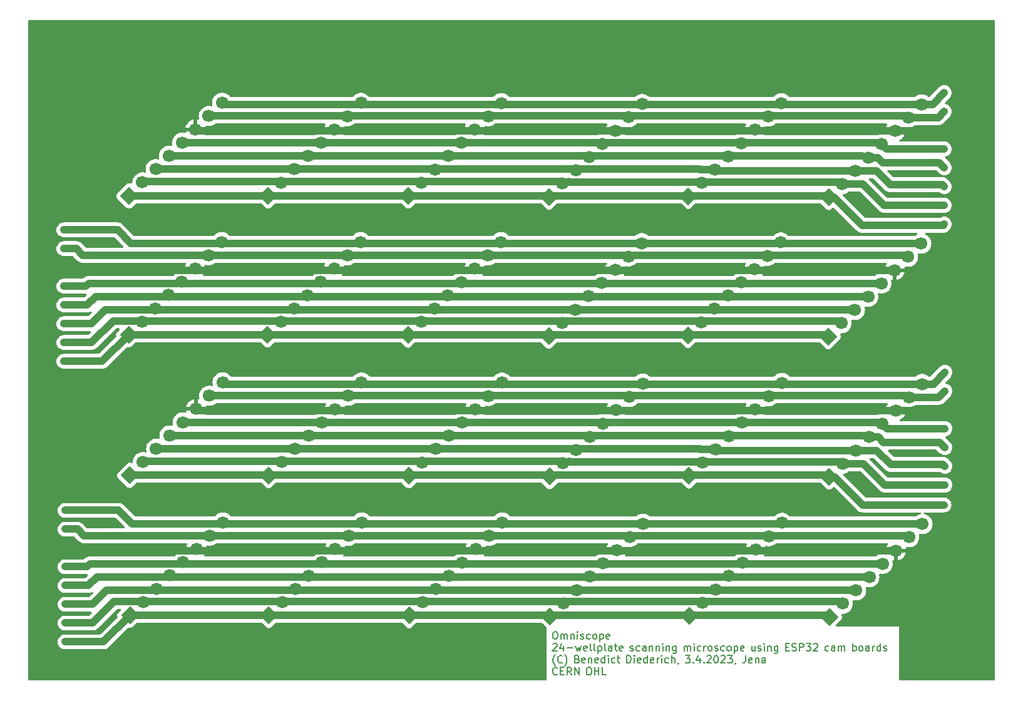
<source format=gbr>
%TF.GenerationSoftware,KiCad,Pcbnew,(7.0.0-0)*%
%TF.CreationDate,2023-04-03T17:09:53+02:00*%
%TF.ProjectId,omniscope,6f6d6e69-7363-46f7-9065-2e6b69636164,rev?*%
%TF.SameCoordinates,Original*%
%TF.FileFunction,Copper,L1,Top*%
%TF.FilePolarity,Positive*%
%FSLAX46Y46*%
G04 Gerber Fmt 4.6, Leading zero omitted, Abs format (unit mm)*
G04 Created by KiCad (PCBNEW (7.0.0-0)) date 2023-04-03 17:09:53*
%MOMM*%
%LPD*%
G01*
G04 APERTURE LIST*
G04 Aperture macros list*
%AMHorizOval*
0 Thick line with rounded ends*
0 $1 width*
0 $2 $3 position (X,Y) of the first rounded end (center of the circle)*
0 $4 $5 position (X,Y) of the second rounded end (center of the circle)*
0 Add line between two ends*
20,1,$1,$2,$3,$4,$5,0*
0 Add two circle primitives to create the rounded ends*
1,1,$1,$2,$3*
1,1,$1,$4,$5*%
%AMRotRect*
0 Rectangle, with rotation*
0 The origin of the aperture is its center*
0 $1 length*
0 $2 width*
0 $3 Rotation angle, in degrees counterclockwise*
0 Add horizontal line*
21,1,$1,$2,0,0,$3*%
G04 Aperture macros list end*
%ADD10C,0.150000*%
%TA.AperFunction,NonConductor*%
%ADD11C,0.150000*%
%TD*%
%TA.AperFunction,ComponentPad*%
%ADD12RotRect,1.700000X1.700000X135.000000*%
%TD*%
%TA.AperFunction,ComponentPad*%
%ADD13HorizOval,1.700000X0.000000X0.000000X0.000000X0.000000X0*%
%TD*%
%TA.AperFunction,Conductor*%
%ADD14C,1.000000*%
%TD*%
G04 APERTURE END LIST*
D10*
D11*
X82628571Y-93337380D02*
X82819047Y-93337380D01*
X82819047Y-93337380D02*
X82914285Y-93385000D01*
X82914285Y-93385000D02*
X83009523Y-93480238D01*
X83009523Y-93480238D02*
X83057142Y-93670714D01*
X83057142Y-93670714D02*
X83057142Y-94004047D01*
X83057142Y-94004047D02*
X83009523Y-94194523D01*
X83009523Y-94194523D02*
X82914285Y-94289761D01*
X82914285Y-94289761D02*
X82819047Y-94337380D01*
X82819047Y-94337380D02*
X82628571Y-94337380D01*
X82628571Y-94337380D02*
X82533333Y-94289761D01*
X82533333Y-94289761D02*
X82438095Y-94194523D01*
X82438095Y-94194523D02*
X82390476Y-94004047D01*
X82390476Y-94004047D02*
X82390476Y-93670714D01*
X82390476Y-93670714D02*
X82438095Y-93480238D01*
X82438095Y-93480238D02*
X82533333Y-93385000D01*
X82533333Y-93385000D02*
X82628571Y-93337380D01*
X83485714Y-94337380D02*
X83485714Y-93670714D01*
X83485714Y-93765952D02*
X83533333Y-93718333D01*
X83533333Y-93718333D02*
X83628571Y-93670714D01*
X83628571Y-93670714D02*
X83771428Y-93670714D01*
X83771428Y-93670714D02*
X83866666Y-93718333D01*
X83866666Y-93718333D02*
X83914285Y-93813571D01*
X83914285Y-93813571D02*
X83914285Y-94337380D01*
X83914285Y-93813571D02*
X83961904Y-93718333D01*
X83961904Y-93718333D02*
X84057142Y-93670714D01*
X84057142Y-93670714D02*
X84199999Y-93670714D01*
X84199999Y-93670714D02*
X84295238Y-93718333D01*
X84295238Y-93718333D02*
X84342857Y-93813571D01*
X84342857Y-93813571D02*
X84342857Y-94337380D01*
X84819047Y-93670714D02*
X84819047Y-94337380D01*
X84819047Y-93765952D02*
X84866666Y-93718333D01*
X84866666Y-93718333D02*
X84961904Y-93670714D01*
X84961904Y-93670714D02*
X85104761Y-93670714D01*
X85104761Y-93670714D02*
X85199999Y-93718333D01*
X85199999Y-93718333D02*
X85247618Y-93813571D01*
X85247618Y-93813571D02*
X85247618Y-94337380D01*
X85723809Y-94337380D02*
X85723809Y-93670714D01*
X85723809Y-93337380D02*
X85676190Y-93385000D01*
X85676190Y-93385000D02*
X85723809Y-93432619D01*
X85723809Y-93432619D02*
X85771428Y-93385000D01*
X85771428Y-93385000D02*
X85723809Y-93337380D01*
X85723809Y-93337380D02*
X85723809Y-93432619D01*
X86152380Y-94289761D02*
X86247618Y-94337380D01*
X86247618Y-94337380D02*
X86438094Y-94337380D01*
X86438094Y-94337380D02*
X86533332Y-94289761D01*
X86533332Y-94289761D02*
X86580951Y-94194523D01*
X86580951Y-94194523D02*
X86580951Y-94146904D01*
X86580951Y-94146904D02*
X86533332Y-94051666D01*
X86533332Y-94051666D02*
X86438094Y-94004047D01*
X86438094Y-94004047D02*
X86295237Y-94004047D01*
X86295237Y-94004047D02*
X86199999Y-93956428D01*
X86199999Y-93956428D02*
X86152380Y-93861190D01*
X86152380Y-93861190D02*
X86152380Y-93813571D01*
X86152380Y-93813571D02*
X86199999Y-93718333D01*
X86199999Y-93718333D02*
X86295237Y-93670714D01*
X86295237Y-93670714D02*
X86438094Y-93670714D01*
X86438094Y-93670714D02*
X86533332Y-93718333D01*
X87438094Y-94289761D02*
X87342856Y-94337380D01*
X87342856Y-94337380D02*
X87152380Y-94337380D01*
X87152380Y-94337380D02*
X87057142Y-94289761D01*
X87057142Y-94289761D02*
X87009523Y-94242142D01*
X87009523Y-94242142D02*
X86961904Y-94146904D01*
X86961904Y-94146904D02*
X86961904Y-93861190D01*
X86961904Y-93861190D02*
X87009523Y-93765952D01*
X87009523Y-93765952D02*
X87057142Y-93718333D01*
X87057142Y-93718333D02*
X87152380Y-93670714D01*
X87152380Y-93670714D02*
X87342856Y-93670714D01*
X87342856Y-93670714D02*
X87438094Y-93718333D01*
X88009523Y-94337380D02*
X87914285Y-94289761D01*
X87914285Y-94289761D02*
X87866666Y-94242142D01*
X87866666Y-94242142D02*
X87819047Y-94146904D01*
X87819047Y-94146904D02*
X87819047Y-93861190D01*
X87819047Y-93861190D02*
X87866666Y-93765952D01*
X87866666Y-93765952D02*
X87914285Y-93718333D01*
X87914285Y-93718333D02*
X88009523Y-93670714D01*
X88009523Y-93670714D02*
X88152380Y-93670714D01*
X88152380Y-93670714D02*
X88247618Y-93718333D01*
X88247618Y-93718333D02*
X88295237Y-93765952D01*
X88295237Y-93765952D02*
X88342856Y-93861190D01*
X88342856Y-93861190D02*
X88342856Y-94146904D01*
X88342856Y-94146904D02*
X88295237Y-94242142D01*
X88295237Y-94242142D02*
X88247618Y-94289761D01*
X88247618Y-94289761D02*
X88152380Y-94337380D01*
X88152380Y-94337380D02*
X88009523Y-94337380D01*
X88771428Y-93670714D02*
X88771428Y-94670714D01*
X88771428Y-93718333D02*
X88866666Y-93670714D01*
X88866666Y-93670714D02*
X89057142Y-93670714D01*
X89057142Y-93670714D02*
X89152380Y-93718333D01*
X89152380Y-93718333D02*
X89199999Y-93765952D01*
X89199999Y-93765952D02*
X89247618Y-93861190D01*
X89247618Y-93861190D02*
X89247618Y-94146904D01*
X89247618Y-94146904D02*
X89199999Y-94242142D01*
X89199999Y-94242142D02*
X89152380Y-94289761D01*
X89152380Y-94289761D02*
X89057142Y-94337380D01*
X89057142Y-94337380D02*
X88866666Y-94337380D01*
X88866666Y-94337380D02*
X88771428Y-94289761D01*
X90057142Y-94289761D02*
X89961904Y-94337380D01*
X89961904Y-94337380D02*
X89771428Y-94337380D01*
X89771428Y-94337380D02*
X89676190Y-94289761D01*
X89676190Y-94289761D02*
X89628571Y-94194523D01*
X89628571Y-94194523D02*
X89628571Y-93813571D01*
X89628571Y-93813571D02*
X89676190Y-93718333D01*
X89676190Y-93718333D02*
X89771428Y-93670714D01*
X89771428Y-93670714D02*
X89961904Y-93670714D01*
X89961904Y-93670714D02*
X90057142Y-93718333D01*
X90057142Y-93718333D02*
X90104761Y-93813571D01*
X90104761Y-93813571D02*
X90104761Y-93908809D01*
X90104761Y-93908809D02*
X89628571Y-94004047D01*
X82390476Y-95052619D02*
X82438095Y-95005000D01*
X82438095Y-95005000D02*
X82533333Y-94957380D01*
X82533333Y-94957380D02*
X82771428Y-94957380D01*
X82771428Y-94957380D02*
X82866666Y-95005000D01*
X82866666Y-95005000D02*
X82914285Y-95052619D01*
X82914285Y-95052619D02*
X82961904Y-95147857D01*
X82961904Y-95147857D02*
X82961904Y-95243095D01*
X82961904Y-95243095D02*
X82914285Y-95385952D01*
X82914285Y-95385952D02*
X82342857Y-95957380D01*
X82342857Y-95957380D02*
X82961904Y-95957380D01*
X83819047Y-95290714D02*
X83819047Y-95957380D01*
X83580952Y-94909761D02*
X83342857Y-95624047D01*
X83342857Y-95624047D02*
X83961904Y-95624047D01*
X84342857Y-95576428D02*
X85104762Y-95576428D01*
X85485714Y-95290714D02*
X85676190Y-95957380D01*
X85676190Y-95957380D02*
X85866666Y-95481190D01*
X85866666Y-95481190D02*
X86057142Y-95957380D01*
X86057142Y-95957380D02*
X86247618Y-95290714D01*
X87009523Y-95909761D02*
X86914285Y-95957380D01*
X86914285Y-95957380D02*
X86723809Y-95957380D01*
X86723809Y-95957380D02*
X86628571Y-95909761D01*
X86628571Y-95909761D02*
X86580952Y-95814523D01*
X86580952Y-95814523D02*
X86580952Y-95433571D01*
X86580952Y-95433571D02*
X86628571Y-95338333D01*
X86628571Y-95338333D02*
X86723809Y-95290714D01*
X86723809Y-95290714D02*
X86914285Y-95290714D01*
X86914285Y-95290714D02*
X87009523Y-95338333D01*
X87009523Y-95338333D02*
X87057142Y-95433571D01*
X87057142Y-95433571D02*
X87057142Y-95528809D01*
X87057142Y-95528809D02*
X86580952Y-95624047D01*
X87628571Y-95957380D02*
X87533333Y-95909761D01*
X87533333Y-95909761D02*
X87485714Y-95814523D01*
X87485714Y-95814523D02*
X87485714Y-94957380D01*
X88152381Y-95957380D02*
X88057143Y-95909761D01*
X88057143Y-95909761D02*
X88009524Y-95814523D01*
X88009524Y-95814523D02*
X88009524Y-94957380D01*
X88533334Y-95290714D02*
X88533334Y-96290714D01*
X88533334Y-95338333D02*
X88628572Y-95290714D01*
X88628572Y-95290714D02*
X88819048Y-95290714D01*
X88819048Y-95290714D02*
X88914286Y-95338333D01*
X88914286Y-95338333D02*
X88961905Y-95385952D01*
X88961905Y-95385952D02*
X89009524Y-95481190D01*
X89009524Y-95481190D02*
X89009524Y-95766904D01*
X89009524Y-95766904D02*
X88961905Y-95862142D01*
X88961905Y-95862142D02*
X88914286Y-95909761D01*
X88914286Y-95909761D02*
X88819048Y-95957380D01*
X88819048Y-95957380D02*
X88628572Y-95957380D01*
X88628572Y-95957380D02*
X88533334Y-95909761D01*
X89580953Y-95957380D02*
X89485715Y-95909761D01*
X89485715Y-95909761D02*
X89438096Y-95814523D01*
X89438096Y-95814523D02*
X89438096Y-94957380D01*
X90390477Y-95957380D02*
X90390477Y-95433571D01*
X90390477Y-95433571D02*
X90342858Y-95338333D01*
X90342858Y-95338333D02*
X90247620Y-95290714D01*
X90247620Y-95290714D02*
X90057144Y-95290714D01*
X90057144Y-95290714D02*
X89961906Y-95338333D01*
X90390477Y-95909761D02*
X90295239Y-95957380D01*
X90295239Y-95957380D02*
X90057144Y-95957380D01*
X90057144Y-95957380D02*
X89961906Y-95909761D01*
X89961906Y-95909761D02*
X89914287Y-95814523D01*
X89914287Y-95814523D02*
X89914287Y-95719285D01*
X89914287Y-95719285D02*
X89961906Y-95624047D01*
X89961906Y-95624047D02*
X90057144Y-95576428D01*
X90057144Y-95576428D02*
X90295239Y-95576428D01*
X90295239Y-95576428D02*
X90390477Y-95528809D01*
X90723811Y-95290714D02*
X91104763Y-95290714D01*
X90866668Y-94957380D02*
X90866668Y-95814523D01*
X90866668Y-95814523D02*
X90914287Y-95909761D01*
X90914287Y-95909761D02*
X91009525Y-95957380D01*
X91009525Y-95957380D02*
X91104763Y-95957380D01*
X91819049Y-95909761D02*
X91723811Y-95957380D01*
X91723811Y-95957380D02*
X91533335Y-95957380D01*
X91533335Y-95957380D02*
X91438097Y-95909761D01*
X91438097Y-95909761D02*
X91390478Y-95814523D01*
X91390478Y-95814523D02*
X91390478Y-95433571D01*
X91390478Y-95433571D02*
X91438097Y-95338333D01*
X91438097Y-95338333D02*
X91533335Y-95290714D01*
X91533335Y-95290714D02*
X91723811Y-95290714D01*
X91723811Y-95290714D02*
X91819049Y-95338333D01*
X91819049Y-95338333D02*
X91866668Y-95433571D01*
X91866668Y-95433571D02*
X91866668Y-95528809D01*
X91866668Y-95528809D02*
X91390478Y-95624047D01*
X92847621Y-95909761D02*
X92942859Y-95957380D01*
X92942859Y-95957380D02*
X93133335Y-95957380D01*
X93133335Y-95957380D02*
X93228573Y-95909761D01*
X93228573Y-95909761D02*
X93276192Y-95814523D01*
X93276192Y-95814523D02*
X93276192Y-95766904D01*
X93276192Y-95766904D02*
X93228573Y-95671666D01*
X93228573Y-95671666D02*
X93133335Y-95624047D01*
X93133335Y-95624047D02*
X92990478Y-95624047D01*
X92990478Y-95624047D02*
X92895240Y-95576428D01*
X92895240Y-95576428D02*
X92847621Y-95481190D01*
X92847621Y-95481190D02*
X92847621Y-95433571D01*
X92847621Y-95433571D02*
X92895240Y-95338333D01*
X92895240Y-95338333D02*
X92990478Y-95290714D01*
X92990478Y-95290714D02*
X93133335Y-95290714D01*
X93133335Y-95290714D02*
X93228573Y-95338333D01*
X94133335Y-95909761D02*
X94038097Y-95957380D01*
X94038097Y-95957380D02*
X93847621Y-95957380D01*
X93847621Y-95957380D02*
X93752383Y-95909761D01*
X93752383Y-95909761D02*
X93704764Y-95862142D01*
X93704764Y-95862142D02*
X93657145Y-95766904D01*
X93657145Y-95766904D02*
X93657145Y-95481190D01*
X93657145Y-95481190D02*
X93704764Y-95385952D01*
X93704764Y-95385952D02*
X93752383Y-95338333D01*
X93752383Y-95338333D02*
X93847621Y-95290714D01*
X93847621Y-95290714D02*
X94038097Y-95290714D01*
X94038097Y-95290714D02*
X94133335Y-95338333D01*
X94990478Y-95957380D02*
X94990478Y-95433571D01*
X94990478Y-95433571D02*
X94942859Y-95338333D01*
X94942859Y-95338333D02*
X94847621Y-95290714D01*
X94847621Y-95290714D02*
X94657145Y-95290714D01*
X94657145Y-95290714D02*
X94561907Y-95338333D01*
X94990478Y-95909761D02*
X94895240Y-95957380D01*
X94895240Y-95957380D02*
X94657145Y-95957380D01*
X94657145Y-95957380D02*
X94561907Y-95909761D01*
X94561907Y-95909761D02*
X94514288Y-95814523D01*
X94514288Y-95814523D02*
X94514288Y-95719285D01*
X94514288Y-95719285D02*
X94561907Y-95624047D01*
X94561907Y-95624047D02*
X94657145Y-95576428D01*
X94657145Y-95576428D02*
X94895240Y-95576428D01*
X94895240Y-95576428D02*
X94990478Y-95528809D01*
X95466669Y-95290714D02*
X95466669Y-95957380D01*
X95466669Y-95385952D02*
X95514288Y-95338333D01*
X95514288Y-95338333D02*
X95609526Y-95290714D01*
X95609526Y-95290714D02*
X95752383Y-95290714D01*
X95752383Y-95290714D02*
X95847621Y-95338333D01*
X95847621Y-95338333D02*
X95895240Y-95433571D01*
X95895240Y-95433571D02*
X95895240Y-95957380D01*
X96371431Y-95290714D02*
X96371431Y-95957380D01*
X96371431Y-95385952D02*
X96419050Y-95338333D01*
X96419050Y-95338333D02*
X96514288Y-95290714D01*
X96514288Y-95290714D02*
X96657145Y-95290714D01*
X96657145Y-95290714D02*
X96752383Y-95338333D01*
X96752383Y-95338333D02*
X96800002Y-95433571D01*
X96800002Y-95433571D02*
X96800002Y-95957380D01*
X97276193Y-95957380D02*
X97276193Y-95290714D01*
X97276193Y-94957380D02*
X97228574Y-95005000D01*
X97228574Y-95005000D02*
X97276193Y-95052619D01*
X97276193Y-95052619D02*
X97323812Y-95005000D01*
X97323812Y-95005000D02*
X97276193Y-94957380D01*
X97276193Y-94957380D02*
X97276193Y-95052619D01*
X97752383Y-95290714D02*
X97752383Y-95957380D01*
X97752383Y-95385952D02*
X97800002Y-95338333D01*
X97800002Y-95338333D02*
X97895240Y-95290714D01*
X97895240Y-95290714D02*
X98038097Y-95290714D01*
X98038097Y-95290714D02*
X98133335Y-95338333D01*
X98133335Y-95338333D02*
X98180954Y-95433571D01*
X98180954Y-95433571D02*
X98180954Y-95957380D01*
X99085716Y-95290714D02*
X99085716Y-96100238D01*
X99085716Y-96100238D02*
X99038097Y-96195476D01*
X99038097Y-96195476D02*
X98990478Y-96243095D01*
X98990478Y-96243095D02*
X98895240Y-96290714D01*
X98895240Y-96290714D02*
X98752383Y-96290714D01*
X98752383Y-96290714D02*
X98657145Y-96243095D01*
X99085716Y-95909761D02*
X98990478Y-95957380D01*
X98990478Y-95957380D02*
X98800002Y-95957380D01*
X98800002Y-95957380D02*
X98704764Y-95909761D01*
X98704764Y-95909761D02*
X98657145Y-95862142D01*
X98657145Y-95862142D02*
X98609526Y-95766904D01*
X98609526Y-95766904D02*
X98609526Y-95481190D01*
X98609526Y-95481190D02*
X98657145Y-95385952D01*
X98657145Y-95385952D02*
X98704764Y-95338333D01*
X98704764Y-95338333D02*
X98800002Y-95290714D01*
X98800002Y-95290714D02*
X98990478Y-95290714D01*
X98990478Y-95290714D02*
X99085716Y-95338333D01*
X100161907Y-95957380D02*
X100161907Y-95290714D01*
X100161907Y-95385952D02*
X100209526Y-95338333D01*
X100209526Y-95338333D02*
X100304764Y-95290714D01*
X100304764Y-95290714D02*
X100447621Y-95290714D01*
X100447621Y-95290714D02*
X100542859Y-95338333D01*
X100542859Y-95338333D02*
X100590478Y-95433571D01*
X100590478Y-95433571D02*
X100590478Y-95957380D01*
X100590478Y-95433571D02*
X100638097Y-95338333D01*
X100638097Y-95338333D02*
X100733335Y-95290714D01*
X100733335Y-95290714D02*
X100876192Y-95290714D01*
X100876192Y-95290714D02*
X100971431Y-95338333D01*
X100971431Y-95338333D02*
X101019050Y-95433571D01*
X101019050Y-95433571D02*
X101019050Y-95957380D01*
X101495240Y-95957380D02*
X101495240Y-95290714D01*
X101495240Y-94957380D02*
X101447621Y-95005000D01*
X101447621Y-95005000D02*
X101495240Y-95052619D01*
X101495240Y-95052619D02*
X101542859Y-95005000D01*
X101542859Y-95005000D02*
X101495240Y-94957380D01*
X101495240Y-94957380D02*
X101495240Y-95052619D01*
X102400001Y-95909761D02*
X102304763Y-95957380D01*
X102304763Y-95957380D02*
X102114287Y-95957380D01*
X102114287Y-95957380D02*
X102019049Y-95909761D01*
X102019049Y-95909761D02*
X101971430Y-95862142D01*
X101971430Y-95862142D02*
X101923811Y-95766904D01*
X101923811Y-95766904D02*
X101923811Y-95481190D01*
X101923811Y-95481190D02*
X101971430Y-95385952D01*
X101971430Y-95385952D02*
X102019049Y-95338333D01*
X102019049Y-95338333D02*
X102114287Y-95290714D01*
X102114287Y-95290714D02*
X102304763Y-95290714D01*
X102304763Y-95290714D02*
X102400001Y-95338333D01*
X102828573Y-95957380D02*
X102828573Y-95290714D01*
X102828573Y-95481190D02*
X102876192Y-95385952D01*
X102876192Y-95385952D02*
X102923811Y-95338333D01*
X102923811Y-95338333D02*
X103019049Y-95290714D01*
X103019049Y-95290714D02*
X103114287Y-95290714D01*
X103590478Y-95957380D02*
X103495240Y-95909761D01*
X103495240Y-95909761D02*
X103447621Y-95862142D01*
X103447621Y-95862142D02*
X103400002Y-95766904D01*
X103400002Y-95766904D02*
X103400002Y-95481190D01*
X103400002Y-95481190D02*
X103447621Y-95385952D01*
X103447621Y-95385952D02*
X103495240Y-95338333D01*
X103495240Y-95338333D02*
X103590478Y-95290714D01*
X103590478Y-95290714D02*
X103733335Y-95290714D01*
X103733335Y-95290714D02*
X103828573Y-95338333D01*
X103828573Y-95338333D02*
X103876192Y-95385952D01*
X103876192Y-95385952D02*
X103923811Y-95481190D01*
X103923811Y-95481190D02*
X103923811Y-95766904D01*
X103923811Y-95766904D02*
X103876192Y-95862142D01*
X103876192Y-95862142D02*
X103828573Y-95909761D01*
X103828573Y-95909761D02*
X103733335Y-95957380D01*
X103733335Y-95957380D02*
X103590478Y-95957380D01*
X104304764Y-95909761D02*
X104400002Y-95957380D01*
X104400002Y-95957380D02*
X104590478Y-95957380D01*
X104590478Y-95957380D02*
X104685716Y-95909761D01*
X104685716Y-95909761D02*
X104733335Y-95814523D01*
X104733335Y-95814523D02*
X104733335Y-95766904D01*
X104733335Y-95766904D02*
X104685716Y-95671666D01*
X104685716Y-95671666D02*
X104590478Y-95624047D01*
X104590478Y-95624047D02*
X104447621Y-95624047D01*
X104447621Y-95624047D02*
X104352383Y-95576428D01*
X104352383Y-95576428D02*
X104304764Y-95481190D01*
X104304764Y-95481190D02*
X104304764Y-95433571D01*
X104304764Y-95433571D02*
X104352383Y-95338333D01*
X104352383Y-95338333D02*
X104447621Y-95290714D01*
X104447621Y-95290714D02*
X104590478Y-95290714D01*
X104590478Y-95290714D02*
X104685716Y-95338333D01*
X105590478Y-95909761D02*
X105495240Y-95957380D01*
X105495240Y-95957380D02*
X105304764Y-95957380D01*
X105304764Y-95957380D02*
X105209526Y-95909761D01*
X105209526Y-95909761D02*
X105161907Y-95862142D01*
X105161907Y-95862142D02*
X105114288Y-95766904D01*
X105114288Y-95766904D02*
X105114288Y-95481190D01*
X105114288Y-95481190D02*
X105161907Y-95385952D01*
X105161907Y-95385952D02*
X105209526Y-95338333D01*
X105209526Y-95338333D02*
X105304764Y-95290714D01*
X105304764Y-95290714D02*
X105495240Y-95290714D01*
X105495240Y-95290714D02*
X105590478Y-95338333D01*
X106161907Y-95957380D02*
X106066669Y-95909761D01*
X106066669Y-95909761D02*
X106019050Y-95862142D01*
X106019050Y-95862142D02*
X105971431Y-95766904D01*
X105971431Y-95766904D02*
X105971431Y-95481190D01*
X105971431Y-95481190D02*
X106019050Y-95385952D01*
X106019050Y-95385952D02*
X106066669Y-95338333D01*
X106066669Y-95338333D02*
X106161907Y-95290714D01*
X106161907Y-95290714D02*
X106304764Y-95290714D01*
X106304764Y-95290714D02*
X106400002Y-95338333D01*
X106400002Y-95338333D02*
X106447621Y-95385952D01*
X106447621Y-95385952D02*
X106495240Y-95481190D01*
X106495240Y-95481190D02*
X106495240Y-95766904D01*
X106495240Y-95766904D02*
X106447621Y-95862142D01*
X106447621Y-95862142D02*
X106400002Y-95909761D01*
X106400002Y-95909761D02*
X106304764Y-95957380D01*
X106304764Y-95957380D02*
X106161907Y-95957380D01*
X106923812Y-95290714D02*
X106923812Y-96290714D01*
X106923812Y-95338333D02*
X107019050Y-95290714D01*
X107019050Y-95290714D02*
X107209526Y-95290714D01*
X107209526Y-95290714D02*
X107304764Y-95338333D01*
X107304764Y-95338333D02*
X107352383Y-95385952D01*
X107352383Y-95385952D02*
X107400002Y-95481190D01*
X107400002Y-95481190D02*
X107400002Y-95766904D01*
X107400002Y-95766904D02*
X107352383Y-95862142D01*
X107352383Y-95862142D02*
X107304764Y-95909761D01*
X107304764Y-95909761D02*
X107209526Y-95957380D01*
X107209526Y-95957380D02*
X107019050Y-95957380D01*
X107019050Y-95957380D02*
X106923812Y-95909761D01*
X108209526Y-95909761D02*
X108114288Y-95957380D01*
X108114288Y-95957380D02*
X107923812Y-95957380D01*
X107923812Y-95957380D02*
X107828574Y-95909761D01*
X107828574Y-95909761D02*
X107780955Y-95814523D01*
X107780955Y-95814523D02*
X107780955Y-95433571D01*
X107780955Y-95433571D02*
X107828574Y-95338333D01*
X107828574Y-95338333D02*
X107923812Y-95290714D01*
X107923812Y-95290714D02*
X108114288Y-95290714D01*
X108114288Y-95290714D02*
X108209526Y-95338333D01*
X108209526Y-95338333D02*
X108257145Y-95433571D01*
X108257145Y-95433571D02*
X108257145Y-95528809D01*
X108257145Y-95528809D02*
X107780955Y-95624047D01*
X109714288Y-95290714D02*
X109714288Y-95957380D01*
X109285717Y-95290714D02*
X109285717Y-95814523D01*
X109285717Y-95814523D02*
X109333336Y-95909761D01*
X109333336Y-95909761D02*
X109428574Y-95957380D01*
X109428574Y-95957380D02*
X109571431Y-95957380D01*
X109571431Y-95957380D02*
X109666669Y-95909761D01*
X109666669Y-95909761D02*
X109714288Y-95862142D01*
X110142860Y-95909761D02*
X110238098Y-95957380D01*
X110238098Y-95957380D02*
X110428574Y-95957380D01*
X110428574Y-95957380D02*
X110523812Y-95909761D01*
X110523812Y-95909761D02*
X110571431Y-95814523D01*
X110571431Y-95814523D02*
X110571431Y-95766904D01*
X110571431Y-95766904D02*
X110523812Y-95671666D01*
X110523812Y-95671666D02*
X110428574Y-95624047D01*
X110428574Y-95624047D02*
X110285717Y-95624047D01*
X110285717Y-95624047D02*
X110190479Y-95576428D01*
X110190479Y-95576428D02*
X110142860Y-95481190D01*
X110142860Y-95481190D02*
X110142860Y-95433571D01*
X110142860Y-95433571D02*
X110190479Y-95338333D01*
X110190479Y-95338333D02*
X110285717Y-95290714D01*
X110285717Y-95290714D02*
X110428574Y-95290714D01*
X110428574Y-95290714D02*
X110523812Y-95338333D01*
X111000003Y-95957380D02*
X111000003Y-95290714D01*
X111000003Y-94957380D02*
X110952384Y-95005000D01*
X110952384Y-95005000D02*
X111000003Y-95052619D01*
X111000003Y-95052619D02*
X111047622Y-95005000D01*
X111047622Y-95005000D02*
X111000003Y-94957380D01*
X111000003Y-94957380D02*
X111000003Y-95052619D01*
X111476193Y-95290714D02*
X111476193Y-95957380D01*
X111476193Y-95385952D02*
X111523812Y-95338333D01*
X111523812Y-95338333D02*
X111619050Y-95290714D01*
X111619050Y-95290714D02*
X111761907Y-95290714D01*
X111761907Y-95290714D02*
X111857145Y-95338333D01*
X111857145Y-95338333D02*
X111904764Y-95433571D01*
X111904764Y-95433571D02*
X111904764Y-95957380D01*
X112809526Y-95290714D02*
X112809526Y-96100238D01*
X112809526Y-96100238D02*
X112761907Y-96195476D01*
X112761907Y-96195476D02*
X112714288Y-96243095D01*
X112714288Y-96243095D02*
X112619050Y-96290714D01*
X112619050Y-96290714D02*
X112476193Y-96290714D01*
X112476193Y-96290714D02*
X112380955Y-96243095D01*
X112809526Y-95909761D02*
X112714288Y-95957380D01*
X112714288Y-95957380D02*
X112523812Y-95957380D01*
X112523812Y-95957380D02*
X112428574Y-95909761D01*
X112428574Y-95909761D02*
X112380955Y-95862142D01*
X112380955Y-95862142D02*
X112333336Y-95766904D01*
X112333336Y-95766904D02*
X112333336Y-95481190D01*
X112333336Y-95481190D02*
X112380955Y-95385952D01*
X112380955Y-95385952D02*
X112428574Y-95338333D01*
X112428574Y-95338333D02*
X112523812Y-95290714D01*
X112523812Y-95290714D02*
X112714288Y-95290714D01*
X112714288Y-95290714D02*
X112809526Y-95338333D01*
X113885717Y-95433571D02*
X114219050Y-95433571D01*
X114361907Y-95957380D02*
X113885717Y-95957380D01*
X113885717Y-95957380D02*
X113885717Y-94957380D01*
X113885717Y-94957380D02*
X114361907Y-94957380D01*
X114742860Y-95909761D02*
X114885717Y-95957380D01*
X114885717Y-95957380D02*
X115123812Y-95957380D01*
X115123812Y-95957380D02*
X115219050Y-95909761D01*
X115219050Y-95909761D02*
X115266669Y-95862142D01*
X115266669Y-95862142D02*
X115314288Y-95766904D01*
X115314288Y-95766904D02*
X115314288Y-95671666D01*
X115314288Y-95671666D02*
X115266669Y-95576428D01*
X115266669Y-95576428D02*
X115219050Y-95528809D01*
X115219050Y-95528809D02*
X115123812Y-95481190D01*
X115123812Y-95481190D02*
X114933336Y-95433571D01*
X114933336Y-95433571D02*
X114838098Y-95385952D01*
X114838098Y-95385952D02*
X114790479Y-95338333D01*
X114790479Y-95338333D02*
X114742860Y-95243095D01*
X114742860Y-95243095D02*
X114742860Y-95147857D01*
X114742860Y-95147857D02*
X114790479Y-95052619D01*
X114790479Y-95052619D02*
X114838098Y-95005000D01*
X114838098Y-95005000D02*
X114933336Y-94957380D01*
X114933336Y-94957380D02*
X115171431Y-94957380D01*
X115171431Y-94957380D02*
X115314288Y-95005000D01*
X115742860Y-95957380D02*
X115742860Y-94957380D01*
X115742860Y-94957380D02*
X116123812Y-94957380D01*
X116123812Y-94957380D02*
X116219050Y-95005000D01*
X116219050Y-95005000D02*
X116266669Y-95052619D01*
X116266669Y-95052619D02*
X116314288Y-95147857D01*
X116314288Y-95147857D02*
X116314288Y-95290714D01*
X116314288Y-95290714D02*
X116266669Y-95385952D01*
X116266669Y-95385952D02*
X116219050Y-95433571D01*
X116219050Y-95433571D02*
X116123812Y-95481190D01*
X116123812Y-95481190D02*
X115742860Y-95481190D01*
X116647622Y-94957380D02*
X117266669Y-94957380D01*
X117266669Y-94957380D02*
X116933336Y-95338333D01*
X116933336Y-95338333D02*
X117076193Y-95338333D01*
X117076193Y-95338333D02*
X117171431Y-95385952D01*
X117171431Y-95385952D02*
X117219050Y-95433571D01*
X117219050Y-95433571D02*
X117266669Y-95528809D01*
X117266669Y-95528809D02*
X117266669Y-95766904D01*
X117266669Y-95766904D02*
X117219050Y-95862142D01*
X117219050Y-95862142D02*
X117171431Y-95909761D01*
X117171431Y-95909761D02*
X117076193Y-95957380D01*
X117076193Y-95957380D02*
X116790479Y-95957380D01*
X116790479Y-95957380D02*
X116695241Y-95909761D01*
X116695241Y-95909761D02*
X116647622Y-95862142D01*
X117647622Y-95052619D02*
X117695241Y-95005000D01*
X117695241Y-95005000D02*
X117790479Y-94957380D01*
X117790479Y-94957380D02*
X118028574Y-94957380D01*
X118028574Y-94957380D02*
X118123812Y-95005000D01*
X118123812Y-95005000D02*
X118171431Y-95052619D01*
X118171431Y-95052619D02*
X118219050Y-95147857D01*
X118219050Y-95147857D02*
X118219050Y-95243095D01*
X118219050Y-95243095D02*
X118171431Y-95385952D01*
X118171431Y-95385952D02*
X117600003Y-95957380D01*
X117600003Y-95957380D02*
X118219050Y-95957380D01*
X119676193Y-95909761D02*
X119580955Y-95957380D01*
X119580955Y-95957380D02*
X119390479Y-95957380D01*
X119390479Y-95957380D02*
X119295241Y-95909761D01*
X119295241Y-95909761D02*
X119247622Y-95862142D01*
X119247622Y-95862142D02*
X119200003Y-95766904D01*
X119200003Y-95766904D02*
X119200003Y-95481190D01*
X119200003Y-95481190D02*
X119247622Y-95385952D01*
X119247622Y-95385952D02*
X119295241Y-95338333D01*
X119295241Y-95338333D02*
X119390479Y-95290714D01*
X119390479Y-95290714D02*
X119580955Y-95290714D01*
X119580955Y-95290714D02*
X119676193Y-95338333D01*
X120533336Y-95957380D02*
X120533336Y-95433571D01*
X120533336Y-95433571D02*
X120485717Y-95338333D01*
X120485717Y-95338333D02*
X120390479Y-95290714D01*
X120390479Y-95290714D02*
X120200003Y-95290714D01*
X120200003Y-95290714D02*
X120104765Y-95338333D01*
X120533336Y-95909761D02*
X120438098Y-95957380D01*
X120438098Y-95957380D02*
X120200003Y-95957380D01*
X120200003Y-95957380D02*
X120104765Y-95909761D01*
X120104765Y-95909761D02*
X120057146Y-95814523D01*
X120057146Y-95814523D02*
X120057146Y-95719285D01*
X120057146Y-95719285D02*
X120104765Y-95624047D01*
X120104765Y-95624047D02*
X120200003Y-95576428D01*
X120200003Y-95576428D02*
X120438098Y-95576428D01*
X120438098Y-95576428D02*
X120533336Y-95528809D01*
X121009527Y-95957380D02*
X121009527Y-95290714D01*
X121009527Y-95385952D02*
X121057146Y-95338333D01*
X121057146Y-95338333D02*
X121152384Y-95290714D01*
X121152384Y-95290714D02*
X121295241Y-95290714D01*
X121295241Y-95290714D02*
X121390479Y-95338333D01*
X121390479Y-95338333D02*
X121438098Y-95433571D01*
X121438098Y-95433571D02*
X121438098Y-95957380D01*
X121438098Y-95433571D02*
X121485717Y-95338333D01*
X121485717Y-95338333D02*
X121580955Y-95290714D01*
X121580955Y-95290714D02*
X121723812Y-95290714D01*
X121723812Y-95290714D02*
X121819051Y-95338333D01*
X121819051Y-95338333D02*
X121866670Y-95433571D01*
X121866670Y-95433571D02*
X121866670Y-95957380D01*
X122942860Y-95957380D02*
X122942860Y-94957380D01*
X122942860Y-95338333D02*
X123038098Y-95290714D01*
X123038098Y-95290714D02*
X123228574Y-95290714D01*
X123228574Y-95290714D02*
X123323812Y-95338333D01*
X123323812Y-95338333D02*
X123371431Y-95385952D01*
X123371431Y-95385952D02*
X123419050Y-95481190D01*
X123419050Y-95481190D02*
X123419050Y-95766904D01*
X123419050Y-95766904D02*
X123371431Y-95862142D01*
X123371431Y-95862142D02*
X123323812Y-95909761D01*
X123323812Y-95909761D02*
X123228574Y-95957380D01*
X123228574Y-95957380D02*
X123038098Y-95957380D01*
X123038098Y-95957380D02*
X122942860Y-95909761D01*
X123990479Y-95957380D02*
X123895241Y-95909761D01*
X123895241Y-95909761D02*
X123847622Y-95862142D01*
X123847622Y-95862142D02*
X123800003Y-95766904D01*
X123800003Y-95766904D02*
X123800003Y-95481190D01*
X123800003Y-95481190D02*
X123847622Y-95385952D01*
X123847622Y-95385952D02*
X123895241Y-95338333D01*
X123895241Y-95338333D02*
X123990479Y-95290714D01*
X123990479Y-95290714D02*
X124133336Y-95290714D01*
X124133336Y-95290714D02*
X124228574Y-95338333D01*
X124228574Y-95338333D02*
X124276193Y-95385952D01*
X124276193Y-95385952D02*
X124323812Y-95481190D01*
X124323812Y-95481190D02*
X124323812Y-95766904D01*
X124323812Y-95766904D02*
X124276193Y-95862142D01*
X124276193Y-95862142D02*
X124228574Y-95909761D01*
X124228574Y-95909761D02*
X124133336Y-95957380D01*
X124133336Y-95957380D02*
X123990479Y-95957380D01*
X125180955Y-95957380D02*
X125180955Y-95433571D01*
X125180955Y-95433571D02*
X125133336Y-95338333D01*
X125133336Y-95338333D02*
X125038098Y-95290714D01*
X125038098Y-95290714D02*
X124847622Y-95290714D01*
X124847622Y-95290714D02*
X124752384Y-95338333D01*
X125180955Y-95909761D02*
X125085717Y-95957380D01*
X125085717Y-95957380D02*
X124847622Y-95957380D01*
X124847622Y-95957380D02*
X124752384Y-95909761D01*
X124752384Y-95909761D02*
X124704765Y-95814523D01*
X124704765Y-95814523D02*
X124704765Y-95719285D01*
X124704765Y-95719285D02*
X124752384Y-95624047D01*
X124752384Y-95624047D02*
X124847622Y-95576428D01*
X124847622Y-95576428D02*
X125085717Y-95576428D01*
X125085717Y-95576428D02*
X125180955Y-95528809D01*
X125657146Y-95957380D02*
X125657146Y-95290714D01*
X125657146Y-95481190D02*
X125704765Y-95385952D01*
X125704765Y-95385952D02*
X125752384Y-95338333D01*
X125752384Y-95338333D02*
X125847622Y-95290714D01*
X125847622Y-95290714D02*
X125942860Y-95290714D01*
X126704765Y-95957380D02*
X126704765Y-94957380D01*
X126704765Y-95909761D02*
X126609527Y-95957380D01*
X126609527Y-95957380D02*
X126419051Y-95957380D01*
X126419051Y-95957380D02*
X126323813Y-95909761D01*
X126323813Y-95909761D02*
X126276194Y-95862142D01*
X126276194Y-95862142D02*
X126228575Y-95766904D01*
X126228575Y-95766904D02*
X126228575Y-95481190D01*
X126228575Y-95481190D02*
X126276194Y-95385952D01*
X126276194Y-95385952D02*
X126323813Y-95338333D01*
X126323813Y-95338333D02*
X126419051Y-95290714D01*
X126419051Y-95290714D02*
X126609527Y-95290714D01*
X126609527Y-95290714D02*
X126704765Y-95338333D01*
X127133337Y-95909761D02*
X127228575Y-95957380D01*
X127228575Y-95957380D02*
X127419051Y-95957380D01*
X127419051Y-95957380D02*
X127514289Y-95909761D01*
X127514289Y-95909761D02*
X127561908Y-95814523D01*
X127561908Y-95814523D02*
X127561908Y-95766904D01*
X127561908Y-95766904D02*
X127514289Y-95671666D01*
X127514289Y-95671666D02*
X127419051Y-95624047D01*
X127419051Y-95624047D02*
X127276194Y-95624047D01*
X127276194Y-95624047D02*
X127180956Y-95576428D01*
X127180956Y-95576428D02*
X127133337Y-95481190D01*
X127133337Y-95481190D02*
X127133337Y-95433571D01*
X127133337Y-95433571D02*
X127180956Y-95338333D01*
X127180956Y-95338333D02*
X127276194Y-95290714D01*
X127276194Y-95290714D02*
X127419051Y-95290714D01*
X127419051Y-95290714D02*
X127514289Y-95338333D01*
X82723809Y-97958333D02*
X82676190Y-97910714D01*
X82676190Y-97910714D02*
X82580952Y-97767857D01*
X82580952Y-97767857D02*
X82533333Y-97672619D01*
X82533333Y-97672619D02*
X82485714Y-97529761D01*
X82485714Y-97529761D02*
X82438095Y-97291666D01*
X82438095Y-97291666D02*
X82438095Y-97101190D01*
X82438095Y-97101190D02*
X82485714Y-96863095D01*
X82485714Y-96863095D02*
X82533333Y-96720238D01*
X82533333Y-96720238D02*
X82580952Y-96625000D01*
X82580952Y-96625000D02*
X82676190Y-96482142D01*
X82676190Y-96482142D02*
X82723809Y-96434523D01*
X83676190Y-97482142D02*
X83628571Y-97529761D01*
X83628571Y-97529761D02*
X83485714Y-97577380D01*
X83485714Y-97577380D02*
X83390476Y-97577380D01*
X83390476Y-97577380D02*
X83247619Y-97529761D01*
X83247619Y-97529761D02*
X83152381Y-97434523D01*
X83152381Y-97434523D02*
X83104762Y-97339285D01*
X83104762Y-97339285D02*
X83057143Y-97148809D01*
X83057143Y-97148809D02*
X83057143Y-97005952D01*
X83057143Y-97005952D02*
X83104762Y-96815476D01*
X83104762Y-96815476D02*
X83152381Y-96720238D01*
X83152381Y-96720238D02*
X83247619Y-96625000D01*
X83247619Y-96625000D02*
X83390476Y-96577380D01*
X83390476Y-96577380D02*
X83485714Y-96577380D01*
X83485714Y-96577380D02*
X83628571Y-96625000D01*
X83628571Y-96625000D02*
X83676190Y-96672619D01*
X84009524Y-97958333D02*
X84057143Y-97910714D01*
X84057143Y-97910714D02*
X84152381Y-97767857D01*
X84152381Y-97767857D02*
X84200000Y-97672619D01*
X84200000Y-97672619D02*
X84247619Y-97529761D01*
X84247619Y-97529761D02*
X84295238Y-97291666D01*
X84295238Y-97291666D02*
X84295238Y-97101190D01*
X84295238Y-97101190D02*
X84247619Y-96863095D01*
X84247619Y-96863095D02*
X84200000Y-96720238D01*
X84200000Y-96720238D02*
X84152381Y-96625000D01*
X84152381Y-96625000D02*
X84057143Y-96482142D01*
X84057143Y-96482142D02*
X84009524Y-96434523D01*
X85704762Y-97053571D02*
X85847619Y-97101190D01*
X85847619Y-97101190D02*
X85895238Y-97148809D01*
X85895238Y-97148809D02*
X85942857Y-97244047D01*
X85942857Y-97244047D02*
X85942857Y-97386904D01*
X85942857Y-97386904D02*
X85895238Y-97482142D01*
X85895238Y-97482142D02*
X85847619Y-97529761D01*
X85847619Y-97529761D02*
X85752381Y-97577380D01*
X85752381Y-97577380D02*
X85371429Y-97577380D01*
X85371429Y-97577380D02*
X85371429Y-96577380D01*
X85371429Y-96577380D02*
X85704762Y-96577380D01*
X85704762Y-96577380D02*
X85800000Y-96625000D01*
X85800000Y-96625000D02*
X85847619Y-96672619D01*
X85847619Y-96672619D02*
X85895238Y-96767857D01*
X85895238Y-96767857D02*
X85895238Y-96863095D01*
X85895238Y-96863095D02*
X85847619Y-96958333D01*
X85847619Y-96958333D02*
X85800000Y-97005952D01*
X85800000Y-97005952D02*
X85704762Y-97053571D01*
X85704762Y-97053571D02*
X85371429Y-97053571D01*
X86752381Y-97529761D02*
X86657143Y-97577380D01*
X86657143Y-97577380D02*
X86466667Y-97577380D01*
X86466667Y-97577380D02*
X86371429Y-97529761D01*
X86371429Y-97529761D02*
X86323810Y-97434523D01*
X86323810Y-97434523D02*
X86323810Y-97053571D01*
X86323810Y-97053571D02*
X86371429Y-96958333D01*
X86371429Y-96958333D02*
X86466667Y-96910714D01*
X86466667Y-96910714D02*
X86657143Y-96910714D01*
X86657143Y-96910714D02*
X86752381Y-96958333D01*
X86752381Y-96958333D02*
X86800000Y-97053571D01*
X86800000Y-97053571D02*
X86800000Y-97148809D01*
X86800000Y-97148809D02*
X86323810Y-97244047D01*
X87228572Y-96910714D02*
X87228572Y-97577380D01*
X87228572Y-97005952D02*
X87276191Y-96958333D01*
X87276191Y-96958333D02*
X87371429Y-96910714D01*
X87371429Y-96910714D02*
X87514286Y-96910714D01*
X87514286Y-96910714D02*
X87609524Y-96958333D01*
X87609524Y-96958333D02*
X87657143Y-97053571D01*
X87657143Y-97053571D02*
X87657143Y-97577380D01*
X88514286Y-97529761D02*
X88419048Y-97577380D01*
X88419048Y-97577380D02*
X88228572Y-97577380D01*
X88228572Y-97577380D02*
X88133334Y-97529761D01*
X88133334Y-97529761D02*
X88085715Y-97434523D01*
X88085715Y-97434523D02*
X88085715Y-97053571D01*
X88085715Y-97053571D02*
X88133334Y-96958333D01*
X88133334Y-96958333D02*
X88228572Y-96910714D01*
X88228572Y-96910714D02*
X88419048Y-96910714D01*
X88419048Y-96910714D02*
X88514286Y-96958333D01*
X88514286Y-96958333D02*
X88561905Y-97053571D01*
X88561905Y-97053571D02*
X88561905Y-97148809D01*
X88561905Y-97148809D02*
X88085715Y-97244047D01*
X89419048Y-97577380D02*
X89419048Y-96577380D01*
X89419048Y-97529761D02*
X89323810Y-97577380D01*
X89323810Y-97577380D02*
X89133334Y-97577380D01*
X89133334Y-97577380D02*
X89038096Y-97529761D01*
X89038096Y-97529761D02*
X88990477Y-97482142D01*
X88990477Y-97482142D02*
X88942858Y-97386904D01*
X88942858Y-97386904D02*
X88942858Y-97101190D01*
X88942858Y-97101190D02*
X88990477Y-97005952D01*
X88990477Y-97005952D02*
X89038096Y-96958333D01*
X89038096Y-96958333D02*
X89133334Y-96910714D01*
X89133334Y-96910714D02*
X89323810Y-96910714D01*
X89323810Y-96910714D02*
X89419048Y-96958333D01*
X89895239Y-97577380D02*
X89895239Y-96910714D01*
X89895239Y-96577380D02*
X89847620Y-96625000D01*
X89847620Y-96625000D02*
X89895239Y-96672619D01*
X89895239Y-96672619D02*
X89942858Y-96625000D01*
X89942858Y-96625000D02*
X89895239Y-96577380D01*
X89895239Y-96577380D02*
X89895239Y-96672619D01*
X90800000Y-97529761D02*
X90704762Y-97577380D01*
X90704762Y-97577380D02*
X90514286Y-97577380D01*
X90514286Y-97577380D02*
X90419048Y-97529761D01*
X90419048Y-97529761D02*
X90371429Y-97482142D01*
X90371429Y-97482142D02*
X90323810Y-97386904D01*
X90323810Y-97386904D02*
X90323810Y-97101190D01*
X90323810Y-97101190D02*
X90371429Y-97005952D01*
X90371429Y-97005952D02*
X90419048Y-96958333D01*
X90419048Y-96958333D02*
X90514286Y-96910714D01*
X90514286Y-96910714D02*
X90704762Y-96910714D01*
X90704762Y-96910714D02*
X90800000Y-96958333D01*
X91085715Y-96910714D02*
X91466667Y-96910714D01*
X91228572Y-96577380D02*
X91228572Y-97434523D01*
X91228572Y-97434523D02*
X91276191Y-97529761D01*
X91276191Y-97529761D02*
X91371429Y-97577380D01*
X91371429Y-97577380D02*
X91466667Y-97577380D01*
X92400001Y-97577380D02*
X92400001Y-96577380D01*
X92400001Y-96577380D02*
X92638096Y-96577380D01*
X92638096Y-96577380D02*
X92780953Y-96625000D01*
X92780953Y-96625000D02*
X92876191Y-96720238D01*
X92876191Y-96720238D02*
X92923810Y-96815476D01*
X92923810Y-96815476D02*
X92971429Y-97005952D01*
X92971429Y-97005952D02*
X92971429Y-97148809D01*
X92971429Y-97148809D02*
X92923810Y-97339285D01*
X92923810Y-97339285D02*
X92876191Y-97434523D01*
X92876191Y-97434523D02*
X92780953Y-97529761D01*
X92780953Y-97529761D02*
X92638096Y-97577380D01*
X92638096Y-97577380D02*
X92400001Y-97577380D01*
X93400001Y-97577380D02*
X93400001Y-96910714D01*
X93400001Y-96577380D02*
X93352382Y-96625000D01*
X93352382Y-96625000D02*
X93400001Y-96672619D01*
X93400001Y-96672619D02*
X93447620Y-96625000D01*
X93447620Y-96625000D02*
X93400001Y-96577380D01*
X93400001Y-96577380D02*
X93400001Y-96672619D01*
X94257143Y-97529761D02*
X94161905Y-97577380D01*
X94161905Y-97577380D02*
X93971429Y-97577380D01*
X93971429Y-97577380D02*
X93876191Y-97529761D01*
X93876191Y-97529761D02*
X93828572Y-97434523D01*
X93828572Y-97434523D02*
X93828572Y-97053571D01*
X93828572Y-97053571D02*
X93876191Y-96958333D01*
X93876191Y-96958333D02*
X93971429Y-96910714D01*
X93971429Y-96910714D02*
X94161905Y-96910714D01*
X94161905Y-96910714D02*
X94257143Y-96958333D01*
X94257143Y-96958333D02*
X94304762Y-97053571D01*
X94304762Y-97053571D02*
X94304762Y-97148809D01*
X94304762Y-97148809D02*
X93828572Y-97244047D01*
X95161905Y-97577380D02*
X95161905Y-96577380D01*
X95161905Y-97529761D02*
X95066667Y-97577380D01*
X95066667Y-97577380D02*
X94876191Y-97577380D01*
X94876191Y-97577380D02*
X94780953Y-97529761D01*
X94780953Y-97529761D02*
X94733334Y-97482142D01*
X94733334Y-97482142D02*
X94685715Y-97386904D01*
X94685715Y-97386904D02*
X94685715Y-97101190D01*
X94685715Y-97101190D02*
X94733334Y-97005952D01*
X94733334Y-97005952D02*
X94780953Y-96958333D01*
X94780953Y-96958333D02*
X94876191Y-96910714D01*
X94876191Y-96910714D02*
X95066667Y-96910714D01*
X95066667Y-96910714D02*
X95161905Y-96958333D01*
X96019048Y-97529761D02*
X95923810Y-97577380D01*
X95923810Y-97577380D02*
X95733334Y-97577380D01*
X95733334Y-97577380D02*
X95638096Y-97529761D01*
X95638096Y-97529761D02*
X95590477Y-97434523D01*
X95590477Y-97434523D02*
X95590477Y-97053571D01*
X95590477Y-97053571D02*
X95638096Y-96958333D01*
X95638096Y-96958333D02*
X95733334Y-96910714D01*
X95733334Y-96910714D02*
X95923810Y-96910714D01*
X95923810Y-96910714D02*
X96019048Y-96958333D01*
X96019048Y-96958333D02*
X96066667Y-97053571D01*
X96066667Y-97053571D02*
X96066667Y-97148809D01*
X96066667Y-97148809D02*
X95590477Y-97244047D01*
X96495239Y-97577380D02*
X96495239Y-96910714D01*
X96495239Y-97101190D02*
X96542858Y-97005952D01*
X96542858Y-97005952D02*
X96590477Y-96958333D01*
X96590477Y-96958333D02*
X96685715Y-96910714D01*
X96685715Y-96910714D02*
X96780953Y-96910714D01*
X97114287Y-97577380D02*
X97114287Y-96910714D01*
X97114287Y-96577380D02*
X97066668Y-96625000D01*
X97066668Y-96625000D02*
X97114287Y-96672619D01*
X97114287Y-96672619D02*
X97161906Y-96625000D01*
X97161906Y-96625000D02*
X97114287Y-96577380D01*
X97114287Y-96577380D02*
X97114287Y-96672619D01*
X98019048Y-97529761D02*
X97923810Y-97577380D01*
X97923810Y-97577380D02*
X97733334Y-97577380D01*
X97733334Y-97577380D02*
X97638096Y-97529761D01*
X97638096Y-97529761D02*
X97590477Y-97482142D01*
X97590477Y-97482142D02*
X97542858Y-97386904D01*
X97542858Y-97386904D02*
X97542858Y-97101190D01*
X97542858Y-97101190D02*
X97590477Y-97005952D01*
X97590477Y-97005952D02*
X97638096Y-96958333D01*
X97638096Y-96958333D02*
X97733334Y-96910714D01*
X97733334Y-96910714D02*
X97923810Y-96910714D01*
X97923810Y-96910714D02*
X98019048Y-96958333D01*
X98447620Y-97577380D02*
X98447620Y-96577380D01*
X98876191Y-97577380D02*
X98876191Y-97053571D01*
X98876191Y-97053571D02*
X98828572Y-96958333D01*
X98828572Y-96958333D02*
X98733334Y-96910714D01*
X98733334Y-96910714D02*
X98590477Y-96910714D01*
X98590477Y-96910714D02*
X98495239Y-96958333D01*
X98495239Y-96958333D02*
X98447620Y-97005952D01*
X99400001Y-97529761D02*
X99400001Y-97577380D01*
X99400001Y-97577380D02*
X99352382Y-97672619D01*
X99352382Y-97672619D02*
X99304763Y-97720238D01*
X100333334Y-96577380D02*
X100952381Y-96577380D01*
X100952381Y-96577380D02*
X100619048Y-96958333D01*
X100619048Y-96958333D02*
X100761905Y-96958333D01*
X100761905Y-96958333D02*
X100857143Y-97005952D01*
X100857143Y-97005952D02*
X100904762Y-97053571D01*
X100904762Y-97053571D02*
X100952381Y-97148809D01*
X100952381Y-97148809D02*
X100952381Y-97386904D01*
X100952381Y-97386904D02*
X100904762Y-97482142D01*
X100904762Y-97482142D02*
X100857143Y-97529761D01*
X100857143Y-97529761D02*
X100761905Y-97577380D01*
X100761905Y-97577380D02*
X100476191Y-97577380D01*
X100476191Y-97577380D02*
X100380953Y-97529761D01*
X100380953Y-97529761D02*
X100333334Y-97482142D01*
X101380953Y-97482142D02*
X101428572Y-97529761D01*
X101428572Y-97529761D02*
X101380953Y-97577380D01*
X101380953Y-97577380D02*
X101333334Y-97529761D01*
X101333334Y-97529761D02*
X101380953Y-97482142D01*
X101380953Y-97482142D02*
X101380953Y-97577380D01*
X102285714Y-96910714D02*
X102285714Y-97577380D01*
X102047619Y-96529761D02*
X101809524Y-97244047D01*
X101809524Y-97244047D02*
X102428571Y-97244047D01*
X102809524Y-97482142D02*
X102857143Y-97529761D01*
X102857143Y-97529761D02*
X102809524Y-97577380D01*
X102809524Y-97577380D02*
X102761905Y-97529761D01*
X102761905Y-97529761D02*
X102809524Y-97482142D01*
X102809524Y-97482142D02*
X102809524Y-97577380D01*
X103238095Y-96672619D02*
X103285714Y-96625000D01*
X103285714Y-96625000D02*
X103380952Y-96577380D01*
X103380952Y-96577380D02*
X103619047Y-96577380D01*
X103619047Y-96577380D02*
X103714285Y-96625000D01*
X103714285Y-96625000D02*
X103761904Y-96672619D01*
X103761904Y-96672619D02*
X103809523Y-96767857D01*
X103809523Y-96767857D02*
X103809523Y-96863095D01*
X103809523Y-96863095D02*
X103761904Y-97005952D01*
X103761904Y-97005952D02*
X103190476Y-97577380D01*
X103190476Y-97577380D02*
X103809523Y-97577380D01*
X104428571Y-96577380D02*
X104523809Y-96577380D01*
X104523809Y-96577380D02*
X104619047Y-96625000D01*
X104619047Y-96625000D02*
X104666666Y-96672619D01*
X104666666Y-96672619D02*
X104714285Y-96767857D01*
X104714285Y-96767857D02*
X104761904Y-96958333D01*
X104761904Y-96958333D02*
X104761904Y-97196428D01*
X104761904Y-97196428D02*
X104714285Y-97386904D01*
X104714285Y-97386904D02*
X104666666Y-97482142D01*
X104666666Y-97482142D02*
X104619047Y-97529761D01*
X104619047Y-97529761D02*
X104523809Y-97577380D01*
X104523809Y-97577380D02*
X104428571Y-97577380D01*
X104428571Y-97577380D02*
X104333333Y-97529761D01*
X104333333Y-97529761D02*
X104285714Y-97482142D01*
X104285714Y-97482142D02*
X104238095Y-97386904D01*
X104238095Y-97386904D02*
X104190476Y-97196428D01*
X104190476Y-97196428D02*
X104190476Y-96958333D01*
X104190476Y-96958333D02*
X104238095Y-96767857D01*
X104238095Y-96767857D02*
X104285714Y-96672619D01*
X104285714Y-96672619D02*
X104333333Y-96625000D01*
X104333333Y-96625000D02*
X104428571Y-96577380D01*
X105142857Y-96672619D02*
X105190476Y-96625000D01*
X105190476Y-96625000D02*
X105285714Y-96577380D01*
X105285714Y-96577380D02*
X105523809Y-96577380D01*
X105523809Y-96577380D02*
X105619047Y-96625000D01*
X105619047Y-96625000D02*
X105666666Y-96672619D01*
X105666666Y-96672619D02*
X105714285Y-96767857D01*
X105714285Y-96767857D02*
X105714285Y-96863095D01*
X105714285Y-96863095D02*
X105666666Y-97005952D01*
X105666666Y-97005952D02*
X105095238Y-97577380D01*
X105095238Y-97577380D02*
X105714285Y-97577380D01*
X106047619Y-96577380D02*
X106666666Y-96577380D01*
X106666666Y-96577380D02*
X106333333Y-96958333D01*
X106333333Y-96958333D02*
X106476190Y-96958333D01*
X106476190Y-96958333D02*
X106571428Y-97005952D01*
X106571428Y-97005952D02*
X106619047Y-97053571D01*
X106619047Y-97053571D02*
X106666666Y-97148809D01*
X106666666Y-97148809D02*
X106666666Y-97386904D01*
X106666666Y-97386904D02*
X106619047Y-97482142D01*
X106619047Y-97482142D02*
X106571428Y-97529761D01*
X106571428Y-97529761D02*
X106476190Y-97577380D01*
X106476190Y-97577380D02*
X106190476Y-97577380D01*
X106190476Y-97577380D02*
X106095238Y-97529761D01*
X106095238Y-97529761D02*
X106047619Y-97482142D01*
X107142857Y-97529761D02*
X107142857Y-97577380D01*
X107142857Y-97577380D02*
X107095238Y-97672619D01*
X107095238Y-97672619D02*
X107047619Y-97720238D01*
X108457142Y-96577380D02*
X108457142Y-97291666D01*
X108457142Y-97291666D02*
X108409523Y-97434523D01*
X108409523Y-97434523D02*
X108314285Y-97529761D01*
X108314285Y-97529761D02*
X108171428Y-97577380D01*
X108171428Y-97577380D02*
X108076190Y-97577380D01*
X109314285Y-97529761D02*
X109219047Y-97577380D01*
X109219047Y-97577380D02*
X109028571Y-97577380D01*
X109028571Y-97577380D02*
X108933333Y-97529761D01*
X108933333Y-97529761D02*
X108885714Y-97434523D01*
X108885714Y-97434523D02*
X108885714Y-97053571D01*
X108885714Y-97053571D02*
X108933333Y-96958333D01*
X108933333Y-96958333D02*
X109028571Y-96910714D01*
X109028571Y-96910714D02*
X109219047Y-96910714D01*
X109219047Y-96910714D02*
X109314285Y-96958333D01*
X109314285Y-96958333D02*
X109361904Y-97053571D01*
X109361904Y-97053571D02*
X109361904Y-97148809D01*
X109361904Y-97148809D02*
X108885714Y-97244047D01*
X109790476Y-96910714D02*
X109790476Y-97577380D01*
X109790476Y-97005952D02*
X109838095Y-96958333D01*
X109838095Y-96958333D02*
X109933333Y-96910714D01*
X109933333Y-96910714D02*
X110076190Y-96910714D01*
X110076190Y-96910714D02*
X110171428Y-96958333D01*
X110171428Y-96958333D02*
X110219047Y-97053571D01*
X110219047Y-97053571D02*
X110219047Y-97577380D01*
X111123809Y-97577380D02*
X111123809Y-97053571D01*
X111123809Y-97053571D02*
X111076190Y-96958333D01*
X111076190Y-96958333D02*
X110980952Y-96910714D01*
X110980952Y-96910714D02*
X110790476Y-96910714D01*
X110790476Y-96910714D02*
X110695238Y-96958333D01*
X111123809Y-97529761D02*
X111028571Y-97577380D01*
X111028571Y-97577380D02*
X110790476Y-97577380D01*
X110790476Y-97577380D02*
X110695238Y-97529761D01*
X110695238Y-97529761D02*
X110647619Y-97434523D01*
X110647619Y-97434523D02*
X110647619Y-97339285D01*
X110647619Y-97339285D02*
X110695238Y-97244047D01*
X110695238Y-97244047D02*
X110790476Y-97196428D01*
X110790476Y-97196428D02*
X111028571Y-97196428D01*
X111028571Y-97196428D02*
X111123809Y-97148809D01*
X83009523Y-99102142D02*
X82961904Y-99149761D01*
X82961904Y-99149761D02*
X82819047Y-99197380D01*
X82819047Y-99197380D02*
X82723809Y-99197380D01*
X82723809Y-99197380D02*
X82580952Y-99149761D01*
X82580952Y-99149761D02*
X82485714Y-99054523D01*
X82485714Y-99054523D02*
X82438095Y-98959285D01*
X82438095Y-98959285D02*
X82390476Y-98768809D01*
X82390476Y-98768809D02*
X82390476Y-98625952D01*
X82390476Y-98625952D02*
X82438095Y-98435476D01*
X82438095Y-98435476D02*
X82485714Y-98340238D01*
X82485714Y-98340238D02*
X82580952Y-98245000D01*
X82580952Y-98245000D02*
X82723809Y-98197380D01*
X82723809Y-98197380D02*
X82819047Y-98197380D01*
X82819047Y-98197380D02*
X82961904Y-98245000D01*
X82961904Y-98245000D02*
X83009523Y-98292619D01*
X83438095Y-98673571D02*
X83771428Y-98673571D01*
X83914285Y-99197380D02*
X83438095Y-99197380D01*
X83438095Y-99197380D02*
X83438095Y-98197380D01*
X83438095Y-98197380D02*
X83914285Y-98197380D01*
X84914285Y-99197380D02*
X84580952Y-98721190D01*
X84342857Y-99197380D02*
X84342857Y-98197380D01*
X84342857Y-98197380D02*
X84723809Y-98197380D01*
X84723809Y-98197380D02*
X84819047Y-98245000D01*
X84819047Y-98245000D02*
X84866666Y-98292619D01*
X84866666Y-98292619D02*
X84914285Y-98387857D01*
X84914285Y-98387857D02*
X84914285Y-98530714D01*
X84914285Y-98530714D02*
X84866666Y-98625952D01*
X84866666Y-98625952D02*
X84819047Y-98673571D01*
X84819047Y-98673571D02*
X84723809Y-98721190D01*
X84723809Y-98721190D02*
X84342857Y-98721190D01*
X85342857Y-99197380D02*
X85342857Y-98197380D01*
X85342857Y-98197380D02*
X85914285Y-99197380D01*
X85914285Y-99197380D02*
X85914285Y-98197380D01*
X87180952Y-98197380D02*
X87371428Y-98197380D01*
X87371428Y-98197380D02*
X87466666Y-98245000D01*
X87466666Y-98245000D02*
X87561904Y-98340238D01*
X87561904Y-98340238D02*
X87609523Y-98530714D01*
X87609523Y-98530714D02*
X87609523Y-98864047D01*
X87609523Y-98864047D02*
X87561904Y-99054523D01*
X87561904Y-99054523D02*
X87466666Y-99149761D01*
X87466666Y-99149761D02*
X87371428Y-99197380D01*
X87371428Y-99197380D02*
X87180952Y-99197380D01*
X87180952Y-99197380D02*
X87085714Y-99149761D01*
X87085714Y-99149761D02*
X86990476Y-99054523D01*
X86990476Y-99054523D02*
X86942857Y-98864047D01*
X86942857Y-98864047D02*
X86942857Y-98530714D01*
X86942857Y-98530714D02*
X86990476Y-98340238D01*
X86990476Y-98340238D02*
X87085714Y-98245000D01*
X87085714Y-98245000D02*
X87180952Y-98197380D01*
X88038095Y-99197380D02*
X88038095Y-98197380D01*
X88038095Y-98673571D02*
X88609523Y-98673571D01*
X88609523Y-99197380D02*
X88609523Y-98197380D01*
X89561904Y-99197380D02*
X89085714Y-99197380D01*
X89085714Y-99197380D02*
X89085714Y-98197380D01*
D12*
%TO.P,J7,1,Pin_1*%
%TO.N,Net-(J1-Pin_1)*%
X119699426Y-34600572D03*
D13*
%TO.P,J7,2,Pin_2*%
%TO.N,Net-(J1-Pin_2)*%
X121495477Y-32804521D03*
%TO.P,J7,3,Pin_3*%
%TO.N,Net-(J1-Pin_3)*%
X123291528Y-31008470D03*
%TO.P,J7,4,Pin_4*%
%TO.N,+3V3*%
X125087580Y-29212418D03*
%TO.P,J7,5,Pin_5*%
%TO.N,Net-(J1-Pin_5)*%
X126883631Y-27416367D03*
%TO.P,J7,6,Pin_6*%
%TO.N,GND*%
X128679682Y-25620316D03*
%TO.P,J7,7,Pin_7*%
%TO.N,+1V0*%
X130475733Y-23824265D03*
%TO.P,J7,8,Pin_8*%
%TO.N,+1V1*%
X132271785Y-22028213D03*
%TD*%
D12*
%TO.P,J5,1,Pin_1*%
%TO.N,Net-(J1-Pin_1)*%
X81974426Y-72375572D03*
D13*
%TO.P,J5,2,Pin_2*%
%TO.N,Net-(J1-Pin_2)*%
X83770477Y-70579521D03*
%TO.P,J5,3,Pin_3*%
%TO.N,Net-(J1-Pin_3)*%
X85566528Y-68783470D03*
%TO.P,J5,4,Pin_4*%
%TO.N,+3V3*%
X87362580Y-66987418D03*
%TO.P,J5,5,Pin_5*%
%TO.N,Net-(J1-Pin_5)*%
X89158631Y-65191367D03*
%TO.P,J5,6,Pin_6*%
%TO.N,GND*%
X90954682Y-63395316D03*
%TO.P,J5,7,Pin_7*%
%TO.N,+1V0*%
X92750733Y-61599265D03*
%TO.P,J5,8,Pin_8*%
%TO.N,+1V1*%
X94546785Y-59803213D03*
%TD*%
D12*
%TO.P,J4,1,Pin_1*%
%TO.N,Net-(J1-Pin_1)*%
X62937007Y-72237991D03*
D13*
%TO.P,J4,2,Pin_2*%
%TO.N,Net-(J1-Pin_2)*%
X64733058Y-70441940D03*
%TO.P,J4,3,Pin_3*%
%TO.N,Net-(J1-Pin_3)*%
X66529109Y-68645889D03*
%TO.P,J4,4,Pin_4*%
%TO.N,+3V3*%
X68325161Y-66849837D03*
%TO.P,J4,5,Pin_5*%
%TO.N,Net-(J1-Pin_5)*%
X70121212Y-65053786D03*
%TO.P,J4,6,Pin_6*%
%TO.N,GND*%
X71917263Y-63257735D03*
%TO.P,J4,7,Pin_7*%
%TO.N,+1V0*%
X73713314Y-61461684D03*
%TO.P,J4,8,Pin_8*%
%TO.N,+1V1*%
X75509366Y-59665632D03*
%TD*%
D12*
%TO.P,J6,1,Pin_1*%
%TO.N,Net-(J1-Pin_1)*%
X100836845Y-91213153D03*
D13*
%TO.P,J6,2,Pin_2*%
%TO.N,Net-(J1-Pin_2)*%
X102632896Y-89417102D03*
%TO.P,J6,3,Pin_3*%
%TO.N,Net-(J1-Pin_3)*%
X104428947Y-87621051D03*
%TO.P,J6,4,Pin_4*%
%TO.N,+3V3*%
X106224999Y-85824999D03*
%TO.P,J6,5,Pin_5*%
%TO.N,Net-(J1-Pin_5)*%
X108021050Y-84028948D03*
%TO.P,J6,6,Pin_6*%
%TO.N,GND*%
X109817101Y-82232897D03*
%TO.P,J6,7,Pin_7*%
%TO.N,+1V0*%
X111613152Y-80436846D03*
%TO.P,J6,8,Pin_8*%
%TO.N,+1V1*%
X113409204Y-78640794D03*
%TD*%
D12*
%TO.P,J4,1,Pin_1*%
%TO.N,Net-(J1-Pin_1)*%
X62862007Y-34412991D03*
D13*
%TO.P,J4,2,Pin_2*%
%TO.N,Net-(J1-Pin_2)*%
X64658058Y-32616940D03*
%TO.P,J4,3,Pin_3*%
%TO.N,Net-(J1-Pin_3)*%
X66454109Y-30820889D03*
%TO.P,J4,4,Pin_4*%
%TO.N,+3V3*%
X68250161Y-29024837D03*
%TO.P,J4,5,Pin_5*%
%TO.N,Net-(J1-Pin_5)*%
X70046212Y-27228786D03*
%TO.P,J4,6,Pin_6*%
%TO.N,GND*%
X71842263Y-25432735D03*
%TO.P,J4,7,Pin_7*%
%TO.N,+1V0*%
X73638314Y-23636684D03*
%TO.P,J4,8,Pin_8*%
%TO.N,+1V1*%
X75434366Y-21840632D03*
%TD*%
D12*
%TO.P,J8,1,Pin_1*%
%TO.N,Net-(J1-Pin_1)*%
X43990794Y-91159204D03*
D13*
%TO.P,J8,2,Pin_2*%
%TO.N,Net-(J1-Pin_2)*%
X45786845Y-89363153D03*
%TO.P,J8,3,Pin_3*%
%TO.N,Net-(J1-Pin_3)*%
X47582896Y-87567102D03*
%TO.P,J8,4,Pin_4*%
%TO.N,+3V3*%
X49378948Y-85771050D03*
%TO.P,J8,5,Pin_5*%
%TO.N,Net-(J1-Pin_5)*%
X51174999Y-83974999D03*
%TO.P,J8,6,Pin_6*%
%TO.N,GND*%
X52971050Y-82178948D03*
%TO.P,J8,7,Pin_7*%
%TO.N,+1V0*%
X54767101Y-80382897D03*
%TO.P,J8,8,Pin_8*%
%TO.N,+1V1*%
X56563153Y-78586845D03*
%TD*%
D12*
%TO.P,J7,1,Pin_1*%
%TO.N,Net-(J1-Pin_1)*%
X119811845Y-91363153D03*
D13*
%TO.P,J7,2,Pin_2*%
%TO.N,Net-(J1-Pin_2)*%
X121607896Y-89567102D03*
%TO.P,J7,3,Pin_3*%
%TO.N,Net-(J1-Pin_3)*%
X123403947Y-87771051D03*
%TO.P,J7,4,Pin_4*%
%TO.N,+3V3*%
X125199999Y-85974999D03*
%TO.P,J7,5,Pin_5*%
%TO.N,Net-(J1-Pin_5)*%
X126996050Y-84178948D03*
%TO.P,J7,6,Pin_6*%
%TO.N,GND*%
X128792101Y-82382897D03*
%TO.P,J7,7,Pin_7*%
%TO.N,+1V0*%
X130588152Y-80586846D03*
%TO.P,J7,8,Pin_8*%
%TO.N,+1V1*%
X132384204Y-78790794D03*
%TD*%
D12*
%TO.P,J4,1,Pin_1*%
%TO.N,Net-(J1-Pin_1)*%
X62974426Y-91175572D03*
D13*
%TO.P,J4,2,Pin_2*%
%TO.N,Net-(J1-Pin_2)*%
X64770477Y-89379521D03*
%TO.P,J4,3,Pin_3*%
%TO.N,Net-(J1-Pin_3)*%
X66566528Y-87583470D03*
%TO.P,J4,4,Pin_4*%
%TO.N,+3V3*%
X68362580Y-85787418D03*
%TO.P,J4,5,Pin_5*%
%TO.N,Net-(J1-Pin_5)*%
X70158631Y-83991367D03*
%TO.P,J4,6,Pin_6*%
%TO.N,GND*%
X71954682Y-82195316D03*
%TO.P,J4,7,Pin_7*%
%TO.N,+1V0*%
X73750733Y-80399265D03*
%TO.P,J4,8,Pin_8*%
%TO.N,+1V1*%
X75546785Y-78603213D03*
%TD*%
D12*
%TO.P,J5,1,Pin_1*%
%TO.N,Net-(J1-Pin_1)*%
X81899426Y-34550572D03*
D13*
%TO.P,J5,2,Pin_2*%
%TO.N,Net-(J1-Pin_2)*%
X83695477Y-32754521D03*
%TO.P,J5,3,Pin_3*%
%TO.N,Net-(J1-Pin_3)*%
X85491528Y-30958470D03*
%TO.P,J5,4,Pin_4*%
%TO.N,+3V3*%
X87287580Y-29162418D03*
%TO.P,J5,5,Pin_5*%
%TO.N,Net-(J1-Pin_5)*%
X89083631Y-27366367D03*
%TO.P,J5,6,Pin_6*%
%TO.N,GND*%
X90879682Y-25570316D03*
%TO.P,J5,7,Pin_7*%
%TO.N,+1V0*%
X92675733Y-23774265D03*
%TO.P,J5,8,Pin_8*%
%TO.N,+1V1*%
X94471785Y-21978213D03*
%TD*%
D12*
%TO.P,J6,1,Pin_1*%
%TO.N,Net-(J1-Pin_1)*%
X100674426Y-53275572D03*
D13*
%TO.P,J6,2,Pin_2*%
%TO.N,Net-(J1-Pin_2)*%
X102470477Y-51479521D03*
%TO.P,J6,3,Pin_3*%
%TO.N,Net-(J1-Pin_3)*%
X104266528Y-49683470D03*
%TO.P,J6,4,Pin_4*%
%TO.N,+3V3*%
X106062580Y-47887418D03*
%TO.P,J6,5,Pin_5*%
%TO.N,Net-(J1-Pin_5)*%
X107858631Y-46091367D03*
%TO.P,J6,6,Pin_6*%
%TO.N,GND*%
X109654682Y-44295316D03*
%TO.P,J6,7,Pin_7*%
%TO.N,+1V0*%
X111450733Y-42499265D03*
%TO.P,J6,8,Pin_8*%
%TO.N,+1V1*%
X113246785Y-40703213D03*
%TD*%
D12*
%TO.P,J5,1,Pin_1*%
%TO.N,Net-(J1-Pin_1)*%
X81849426Y-53375572D03*
D13*
%TO.P,J5,2,Pin_2*%
%TO.N,Net-(J1-Pin_2)*%
X83645477Y-51579521D03*
%TO.P,J5,3,Pin_3*%
%TO.N,Net-(J1-Pin_3)*%
X85441528Y-49783470D03*
%TO.P,J5,4,Pin_4*%
%TO.N,+3V3*%
X87237580Y-47987418D03*
%TO.P,J5,5,Pin_5*%
%TO.N,Net-(J1-Pin_5)*%
X89033631Y-46191367D03*
%TO.P,J5,6,Pin_6*%
%TO.N,GND*%
X90829682Y-44395316D03*
%TO.P,J5,7,Pin_7*%
%TO.N,+1V0*%
X92625733Y-42599265D03*
%TO.P,J5,8,Pin_8*%
%TO.N,+1V1*%
X94421785Y-40803213D03*
%TD*%
D12*
%TO.P,J1,1,Pin_1*%
%TO.N,Net-(J1-Pin_1)*%
X25166529Y-72208469D03*
D13*
%TO.P,J1,2,Pin_2*%
%TO.N,Net-(J1-Pin_2)*%
X26962580Y-70412418D03*
%TO.P,J1,3,Pin_3*%
%TO.N,Net-(J1-Pin_3)*%
X28758631Y-68616367D03*
%TO.P,J1,4,Pin_4*%
%TO.N,+3V3*%
X30554683Y-66820315D03*
%TO.P,J1,5,Pin_5*%
%TO.N,Net-(J1-Pin_5)*%
X32350734Y-65024264D03*
%TO.P,J1,6,Pin_6*%
%TO.N,GND*%
X34146785Y-63228213D03*
%TO.P,J1,7,Pin_7*%
%TO.N,+1V0*%
X35942836Y-61432162D03*
%TO.P,J1,8,Pin_8*%
%TO.N,+1V1*%
X37738888Y-59636110D03*
%TD*%
D12*
%TO.P,J5,1,Pin_1*%
%TO.N,Net-(J1-Pin_1)*%
X82011845Y-91313153D03*
D13*
%TO.P,J5,2,Pin_2*%
%TO.N,Net-(J1-Pin_2)*%
X83807896Y-89517102D03*
%TO.P,J5,3,Pin_3*%
%TO.N,Net-(J1-Pin_3)*%
X85603947Y-87721051D03*
%TO.P,J5,4,Pin_4*%
%TO.N,+3V3*%
X87399999Y-85924999D03*
%TO.P,J5,5,Pin_5*%
%TO.N,Net-(J1-Pin_5)*%
X89196050Y-84128948D03*
%TO.P,J5,6,Pin_6*%
%TO.N,GND*%
X90992101Y-82332897D03*
%TO.P,J5,7,Pin_7*%
%TO.N,+1V0*%
X92788152Y-80536846D03*
%TO.P,J5,8,Pin_8*%
%TO.N,+1V1*%
X94584204Y-78740794D03*
%TD*%
D12*
%TO.P,J6,1,Pin_1*%
%TO.N,Net-(J1-Pin_1)*%
X100799426Y-72275572D03*
D13*
%TO.P,J6,2,Pin_2*%
%TO.N,Net-(J1-Pin_2)*%
X102595477Y-70479521D03*
%TO.P,J6,3,Pin_3*%
%TO.N,Net-(J1-Pin_3)*%
X104391528Y-68683470D03*
%TO.P,J6,4,Pin_4*%
%TO.N,+3V3*%
X106187580Y-66887418D03*
%TO.P,J6,5,Pin_5*%
%TO.N,Net-(J1-Pin_5)*%
X107983631Y-65091367D03*
%TO.P,J6,6,Pin_6*%
%TO.N,GND*%
X109779682Y-63295316D03*
%TO.P,J6,7,Pin_7*%
%TO.N,+1V0*%
X111575733Y-61499265D03*
%TO.P,J6,8,Pin_8*%
%TO.N,+1V1*%
X113371785Y-59703213D03*
%TD*%
D12*
%TO.P,J8,1,Pin_1*%
%TO.N,Net-(J1-Pin_1)*%
X43878375Y-34396623D03*
D13*
%TO.P,J8,2,Pin_2*%
%TO.N,Net-(J1-Pin_2)*%
X45674426Y-32600572D03*
%TO.P,J8,3,Pin_3*%
%TO.N,Net-(J1-Pin_3)*%
X47470477Y-30804521D03*
%TO.P,J8,4,Pin_4*%
%TO.N,+3V3*%
X49266529Y-29008469D03*
%TO.P,J8,5,Pin_5*%
%TO.N,Net-(J1-Pin_5)*%
X51062580Y-27212418D03*
%TO.P,J8,6,Pin_6*%
%TO.N,GND*%
X52858631Y-25416367D03*
%TO.P,J8,7,Pin_7*%
%TO.N,+1V0*%
X54654682Y-23620316D03*
%TO.P,J8,8,Pin_8*%
%TO.N,+1V1*%
X56450734Y-21824264D03*
%TD*%
D12*
%TO.P,J6,1,Pin_1*%
%TO.N,Net-(J1-Pin_1)*%
X100724426Y-34450572D03*
D13*
%TO.P,J6,2,Pin_2*%
%TO.N,Net-(J1-Pin_2)*%
X102520477Y-32654521D03*
%TO.P,J6,3,Pin_3*%
%TO.N,Net-(J1-Pin_3)*%
X104316528Y-30858470D03*
%TO.P,J6,4,Pin_4*%
%TO.N,+3V3*%
X106112580Y-29062418D03*
%TO.P,J6,5,Pin_5*%
%TO.N,Net-(J1-Pin_5)*%
X107908631Y-27266367D03*
%TO.P,J6,6,Pin_6*%
%TO.N,GND*%
X109704682Y-25470316D03*
%TO.P,J6,7,Pin_7*%
%TO.N,+1V0*%
X111500733Y-23674265D03*
%TO.P,J6,8,Pin_8*%
%TO.N,+1V1*%
X113296785Y-21878213D03*
%TD*%
D12*
%TO.P,J7,1,Pin_1*%
%TO.N,Net-(J1-Pin_1)*%
X119774426Y-72425572D03*
D13*
%TO.P,J7,2,Pin_2*%
%TO.N,Net-(J1-Pin_2)*%
X121570477Y-70629521D03*
%TO.P,J7,3,Pin_3*%
%TO.N,Net-(J1-Pin_3)*%
X123366528Y-68833470D03*
%TO.P,J7,4,Pin_4*%
%TO.N,+3V3*%
X125162580Y-67037418D03*
%TO.P,J7,5,Pin_5*%
%TO.N,Net-(J1-Pin_5)*%
X126958631Y-65241367D03*
%TO.P,J7,6,Pin_6*%
%TO.N,GND*%
X128754682Y-63445316D03*
%TO.P,J7,7,Pin_7*%
%TO.N,+1V0*%
X130550733Y-61649265D03*
%TO.P,J7,8,Pin_8*%
%TO.N,+1V1*%
X132346785Y-59853213D03*
%TD*%
D12*
%TO.P,J1,1,Pin_1*%
%TO.N,Net-(J1-Pin_1)*%
X25041529Y-53208469D03*
D13*
%TO.P,J1,2,Pin_2*%
%TO.N,Net-(J1-Pin_2)*%
X26837580Y-51412418D03*
%TO.P,J1,3,Pin_3*%
%TO.N,Net-(J1-Pin_3)*%
X28633631Y-49616367D03*
%TO.P,J1,4,Pin_4*%
%TO.N,+3V3*%
X30429683Y-47820315D03*
%TO.P,J1,5,Pin_5*%
%TO.N,Net-(J1-Pin_5)*%
X32225734Y-46024264D03*
%TO.P,J1,6,Pin_6*%
%TO.N,GND*%
X34021785Y-44228213D03*
%TO.P,J1,7,Pin_7*%
%TO.N,+1V0*%
X35817836Y-42432162D03*
%TO.P,J1,8,Pin_8*%
%TO.N,+1V1*%
X37613888Y-40636110D03*
%TD*%
D12*
%TO.P,J8,1,Pin_1*%
%TO.N,Net-(J1-Pin_1)*%
X43828375Y-53221623D03*
D13*
%TO.P,J8,2,Pin_2*%
%TO.N,Net-(J1-Pin_2)*%
X45624426Y-51425572D03*
%TO.P,J8,3,Pin_3*%
%TO.N,Net-(J1-Pin_3)*%
X47420477Y-49629521D03*
%TO.P,J8,4,Pin_4*%
%TO.N,+3V3*%
X49216529Y-47833469D03*
%TO.P,J8,5,Pin_5*%
%TO.N,Net-(J1-Pin_5)*%
X51012580Y-46037418D03*
%TO.P,J8,6,Pin_6*%
%TO.N,GND*%
X52808631Y-44241367D03*
%TO.P,J8,7,Pin_7*%
%TO.N,+1V0*%
X54604682Y-42445316D03*
%TO.P,J8,8,Pin_8*%
%TO.N,+1V1*%
X56400734Y-40649264D03*
%TD*%
D12*
%TO.P,J4,1,Pin_1*%
%TO.N,Net-(J1-Pin_1)*%
X62812007Y-53237991D03*
D13*
%TO.P,J4,2,Pin_2*%
%TO.N,Net-(J1-Pin_2)*%
X64608058Y-51441940D03*
%TO.P,J4,3,Pin_3*%
%TO.N,Net-(J1-Pin_3)*%
X66404109Y-49645889D03*
%TO.P,J4,4,Pin_4*%
%TO.N,+3V3*%
X68200161Y-47849837D03*
%TO.P,J4,5,Pin_5*%
%TO.N,Net-(J1-Pin_5)*%
X69996212Y-46053786D03*
%TO.P,J4,6,Pin_6*%
%TO.N,GND*%
X71792263Y-44257735D03*
%TO.P,J4,7,Pin_7*%
%TO.N,+1V0*%
X73588314Y-42461684D03*
%TO.P,J4,8,Pin_8*%
%TO.N,+1V1*%
X75384366Y-40665632D03*
%TD*%
D12*
%TO.P,J7,1,Pin_1*%
%TO.N,Net-(J1-Pin_1)*%
X119649426Y-53425572D03*
D13*
%TO.P,J7,2,Pin_2*%
%TO.N,Net-(J1-Pin_2)*%
X121445477Y-51629521D03*
%TO.P,J7,3,Pin_3*%
%TO.N,Net-(J1-Pin_3)*%
X123241528Y-49833470D03*
%TO.P,J7,4,Pin_4*%
%TO.N,+3V3*%
X125037580Y-48037418D03*
%TO.P,J7,5,Pin_5*%
%TO.N,Net-(J1-Pin_5)*%
X126833631Y-46241367D03*
%TO.P,J7,6,Pin_6*%
%TO.N,GND*%
X128629682Y-44445316D03*
%TO.P,J7,7,Pin_7*%
%TO.N,+1V0*%
X130425733Y-42649265D03*
%TO.P,J7,8,Pin_8*%
%TO.N,+1V1*%
X132221785Y-40853213D03*
%TD*%
D12*
%TO.P,J8,1,Pin_1*%
%TO.N,Net-(J1-Pin_1)*%
X43953375Y-72221623D03*
D13*
%TO.P,J8,2,Pin_2*%
%TO.N,Net-(J1-Pin_2)*%
X45749426Y-70425572D03*
%TO.P,J8,3,Pin_3*%
%TO.N,Net-(J1-Pin_3)*%
X47545477Y-68629521D03*
%TO.P,J8,4,Pin_4*%
%TO.N,+3V3*%
X49341529Y-66833469D03*
%TO.P,J8,5,Pin_5*%
%TO.N,Net-(J1-Pin_5)*%
X51137580Y-65037418D03*
%TO.P,J8,6,Pin_6*%
%TO.N,GND*%
X52933631Y-63241367D03*
%TO.P,J8,7,Pin_7*%
%TO.N,+1V0*%
X54729682Y-61445316D03*
%TO.P,J8,8,Pin_8*%
%TO.N,+1V1*%
X56525734Y-59649264D03*
%TD*%
D12*
%TO.P,J1,1,Pin_1*%
%TO.N,Net-(J1-Pin_1)*%
X25091529Y-34383469D03*
D13*
%TO.P,J1,2,Pin_2*%
%TO.N,Net-(J1-Pin_2)*%
X26887580Y-32587418D03*
%TO.P,J1,3,Pin_3*%
%TO.N,Net-(J1-Pin_3)*%
X28683631Y-30791367D03*
%TO.P,J1,4,Pin_4*%
%TO.N,+3V3*%
X30479683Y-28995315D03*
%TO.P,J1,5,Pin_5*%
%TO.N,Net-(J1-Pin_5)*%
X32275734Y-27199264D03*
%TO.P,J1,6,Pin_6*%
%TO.N,GND*%
X34071785Y-25403213D03*
%TO.P,J1,7,Pin_7*%
%TO.N,+1V0*%
X35867836Y-23607162D03*
%TO.P,J1,8,Pin_8*%
%TO.N,+1V1*%
X37663888Y-21811110D03*
%TD*%
D12*
%TO.P,J1,1,Pin_1*%
%TO.N,Net-(J1-Pin_1)*%
X25203948Y-91146050D03*
D13*
%TO.P,J1,2,Pin_2*%
%TO.N,Net-(J1-Pin_2)*%
X26999999Y-89349999D03*
%TO.P,J1,3,Pin_3*%
%TO.N,Net-(J1-Pin_3)*%
X28796050Y-87553948D03*
%TO.P,J1,4,Pin_4*%
%TO.N,+3V3*%
X30592102Y-85757896D03*
%TO.P,J1,5,Pin_5*%
%TO.N,Net-(J1-Pin_5)*%
X32388153Y-83961845D03*
%TO.P,J1,6,Pin_6*%
%TO.N,GND*%
X34184204Y-82165794D03*
%TO.P,J1,7,Pin_7*%
%TO.N,+1V0*%
X35980255Y-80369743D03*
%TO.P,J1,8,Pin_8*%
%TO.N,+1V1*%
X37776307Y-78573691D03*
%TD*%
D14*
%TO.N,Net-(J1-Pin_1)*%
X25041530Y-53208470D02*
X119432324Y-53208470D01*
X119594743Y-91146051D02*
X119811846Y-91363154D01*
X21457581Y-56792419D02*
X25041530Y-53208470D01*
X120525573Y-72425573D02*
X124300000Y-76200000D01*
X119557324Y-72208470D02*
X119774427Y-72425573D01*
X119482324Y-34383470D02*
X119699427Y-34600573D01*
X119699427Y-34600573D02*
X120450573Y-34600573D01*
X21620000Y-94730000D02*
X25203949Y-91146051D01*
X120450573Y-34600573D02*
X124225000Y-38375000D01*
X119432324Y-53208470D02*
X119649427Y-53425573D01*
X135205000Y-38375000D02*
X135350000Y-38230000D01*
X16287581Y-56792419D02*
X21457581Y-56792419D01*
X25166530Y-72208470D02*
X119557324Y-72208470D01*
X124300000Y-76200000D02*
X135280000Y-76200000D01*
X25203949Y-91146051D02*
X119594743Y-91146051D01*
X16450000Y-94730000D02*
X21620000Y-94730000D01*
X119774427Y-72425573D02*
X120525573Y-72425573D01*
X25091530Y-34383470D02*
X119482324Y-34383470D01*
X124225000Y-38375000D02*
X135205000Y-38375000D01*
%TO.N,Net-(J1-Pin_2)*%
X22918612Y-51306388D02*
X84481550Y-51306388D01*
X84606550Y-70306388D02*
X84662581Y-70362419D01*
X16450000Y-92190000D02*
X20135000Y-92190000D01*
X121303375Y-70362419D02*
X121570478Y-70629522D01*
X16287581Y-54252419D02*
X19972581Y-54252419D01*
X121340794Y-89300000D02*
X121607897Y-89567103D01*
X84587581Y-32537419D02*
X121228375Y-32537419D01*
X26980458Y-32494542D02*
X83435498Y-32494542D01*
X84643969Y-89243969D02*
X84700000Y-89300000D01*
X26962581Y-70412419D02*
X27055458Y-70319542D01*
X121570478Y-70629522D02*
X124404522Y-70629522D01*
X84700000Y-89300000D02*
X121340794Y-89300000D01*
X83510498Y-70319542D02*
X83770478Y-70579522D01*
X84481550Y-51306388D02*
X84537581Y-51362419D01*
X27055458Y-70319542D02*
X83510498Y-70319542D01*
X23081031Y-89243969D02*
X84643969Y-89243969D01*
X84531550Y-32481388D02*
X84587581Y-32537419D01*
X84537581Y-51362419D02*
X121178375Y-51362419D01*
X19972581Y-54252419D02*
X22918612Y-51306388D01*
X121178375Y-51362419D02*
X121445478Y-51629522D01*
X121228375Y-32537419D02*
X121495478Y-32804522D01*
X127215000Y-35690000D02*
X135350000Y-35690000D01*
X127290000Y-73515000D02*
X135425000Y-73515000D01*
X20135000Y-92190000D02*
X23081031Y-89243969D01*
X121495478Y-32804522D02*
X124329522Y-32804522D01*
X124404522Y-70629522D02*
X127290000Y-73515000D01*
X124329522Y-32804522D02*
X127215000Y-35690000D01*
X84662581Y-70362419D02*
X121303375Y-70362419D01*
X83435498Y-32494542D02*
X83695478Y-32754522D01*
X26887581Y-32587419D02*
X26980458Y-32494542D01*
%TO.N,Net-(J1-Pin_3)*%
X28758632Y-68616368D02*
X102266600Y-68616368D01*
X135100000Y-32900000D02*
X135350000Y-33150000D01*
X135175000Y-70725000D02*
X135425000Y-70975000D01*
X20012581Y-51712419D02*
X21887581Y-49837419D01*
X22050000Y-87775000D02*
X104075000Y-87775000D01*
X126208471Y-68833471D02*
X128100000Y-70725000D01*
X103916529Y-49833471D02*
X123241529Y-49833471D01*
X104041529Y-68833471D02*
X123366529Y-68833471D01*
X28683632Y-30791368D02*
X102191600Y-30791368D01*
X102258703Y-30858471D02*
X104316529Y-30858471D01*
X20175000Y-89650000D02*
X22050000Y-87775000D01*
X104078948Y-87771052D02*
X123403948Y-87771052D01*
X128025000Y-32900000D02*
X135100000Y-32900000D01*
X123366529Y-68833471D02*
X126208471Y-68833471D01*
X104075000Y-87775000D02*
X104078948Y-87771052D01*
X103966529Y-31008471D02*
X123291529Y-31008471D01*
X126133471Y-31008471D02*
X128025000Y-32900000D01*
X103962581Y-31012419D02*
X103966529Y-31008471D01*
X102191600Y-30791368D02*
X102258703Y-30858471D01*
X128100000Y-70725000D02*
X135175000Y-70725000D01*
X103912581Y-49837419D02*
X103916529Y-49833471D01*
X21887581Y-49837419D02*
X103912581Y-49837419D01*
X123291529Y-31008471D02*
X126133471Y-31008471D01*
X102266600Y-68616368D02*
X102333703Y-68683471D01*
X102333703Y-68683471D02*
X104391529Y-68683471D01*
X104037581Y-68837419D02*
X104041529Y-68833471D01*
X16450000Y-89650000D02*
X20175000Y-89650000D01*
X16287581Y-51712419D02*
X20012581Y-51712419D01*
%TO.N,+3V3*%
X124945478Y-66820316D02*
X125162581Y-67037419D01*
X19427581Y-49172419D02*
X20562581Y-48037419D01*
X127125000Y-67725000D02*
X134715000Y-67725000D01*
X30479684Y-28995316D02*
X124225000Y-28995316D01*
X19590000Y-87110000D02*
X20725000Y-85975000D01*
X20725000Y-85975000D02*
X125200000Y-85975000D01*
X16450000Y-87110000D02*
X19590000Y-87110000D01*
X125162581Y-67037419D02*
X126437419Y-67037419D01*
X20562581Y-48037419D02*
X125037581Y-48037419D01*
X126362419Y-29212419D02*
X127050000Y-29900000D01*
X16287581Y-49172419D02*
X19427581Y-49172419D01*
X126437419Y-67037419D02*
X127125000Y-67725000D01*
X124870478Y-28995316D02*
X125087581Y-29212419D01*
X127050000Y-29900000D02*
X134640000Y-29900000D01*
X125087581Y-29212419D02*
X126362419Y-29212419D01*
X134640000Y-29900000D02*
X135350000Y-30610000D01*
X134715000Y-67725000D02*
X135425000Y-68435000D01*
X30554684Y-66820316D02*
X124300000Y-66820316D01*
%TO.N,Net-(J1-Pin_5)*%
X127612264Y-65895000D02*
X135425000Y-65895000D01*
X126666529Y-27199265D02*
X126883632Y-27416368D01*
X19658632Y-46241368D02*
X126833632Y-46241368D01*
X126958632Y-65241368D02*
X127612264Y-65895000D01*
X32350735Y-65024265D02*
X126741529Y-65024265D01*
X127537264Y-28070000D02*
X135350000Y-28070000D01*
X32275735Y-27199265D02*
X126666529Y-27199265D01*
X19267581Y-46632419D02*
X19658632Y-46241368D01*
X16450000Y-84570000D02*
X19430000Y-84570000D01*
X16287581Y-46632419D02*
X19267581Y-46632419D01*
X126741529Y-65024265D02*
X126958632Y-65241368D01*
X19430000Y-84570000D02*
X19821051Y-84178949D01*
X126883632Y-27416368D02*
X127537264Y-28070000D01*
X19821051Y-84178949D02*
X126996051Y-84178949D01*
%TO.N,GND*%
X34288889Y-25620317D02*
X128679683Y-25620317D01*
X16287581Y-44092419D02*
X16640479Y-44445317D01*
X34363889Y-63445317D02*
X128754683Y-63445317D01*
X16450000Y-82030000D02*
X16802898Y-82382898D01*
X16802898Y-82382898D02*
X128792102Y-82382898D01*
X128679683Y-25620317D02*
X135259683Y-25620317D01*
X135334683Y-63445317D02*
X135425000Y-63355000D01*
X34071786Y-25403214D02*
X34288889Y-25620317D01*
X16640479Y-44445317D02*
X128629683Y-44445317D01*
X135259683Y-25620317D02*
X135350000Y-25530000D01*
X128754683Y-63445317D02*
X135334683Y-63445317D01*
X34146786Y-63228214D02*
X34363889Y-63445317D01*
%TO.N,+1V0*%
X35980256Y-80369744D02*
X130371050Y-80369744D01*
X18994744Y-80369744D02*
X35980256Y-80369744D01*
X130371050Y-80369744D02*
X130588153Y-80586847D01*
X35817837Y-42432163D02*
X130208631Y-42432163D01*
X17952581Y-41552419D02*
X18832325Y-42432163D01*
X130333631Y-61432163D02*
X130550734Y-61649266D01*
X18115000Y-79490000D02*
X18994744Y-80369744D01*
X16287581Y-41552419D02*
X17952581Y-41552419D01*
X16450000Y-79490000D02*
X18115000Y-79490000D01*
X134515734Y-23824266D02*
X135350000Y-22990000D01*
X35867837Y-23607163D02*
X130258631Y-23607163D01*
X130208631Y-42432163D02*
X130425734Y-42649266D01*
X18832325Y-42432163D02*
X35817837Y-42432163D01*
X130550734Y-61649266D02*
X134590734Y-61649266D01*
X35660674Y-23400000D02*
X35867837Y-23607163D01*
X130258631Y-23607163D02*
X130475734Y-23824266D01*
X35735674Y-61225000D02*
X35942837Y-61432163D01*
X35942837Y-61432163D02*
X130333631Y-61432163D01*
X130475734Y-23824266D02*
X134515734Y-23824266D01*
X134590734Y-61649266D02*
X135425000Y-60815000D01*
%TO.N,+1V1*%
X132346786Y-59853214D02*
X37955992Y-59853214D01*
X133771786Y-22028214D02*
X135350000Y-20450000D01*
X132221786Y-40853214D02*
X25353376Y-40853214D01*
X25515795Y-78790795D02*
X23675000Y-76950000D01*
X133846786Y-59853214D02*
X135425000Y-58275000D01*
X132384205Y-78790795D02*
X25515795Y-78790795D01*
X23512581Y-39012419D02*
X16287581Y-39012419D01*
X132271786Y-22028214D02*
X37880992Y-22028214D01*
X37955992Y-59853214D02*
X37738889Y-59636111D01*
X37880992Y-22028214D02*
X37663889Y-21811111D01*
X23675000Y-76950000D02*
X16450000Y-76950000D01*
X25353376Y-40853214D02*
X23512581Y-39012419D01*
X132271786Y-22028214D02*
X133771786Y-22028214D01*
X132346786Y-59853214D02*
X133846786Y-59853214D01*
%TD*%
%TA.AperFunction,Conductor*%
%TO.N,GND*%
G36*
X142126200Y-10634081D02*
G01*
X142172319Y-10680200D01*
X142189200Y-10743200D01*
X142189200Y-99848400D01*
X142172319Y-99911400D01*
X142126200Y-99957519D01*
X142063200Y-99974400D01*
X129304742Y-99974400D01*
X129241742Y-99957519D01*
X129195623Y-99911400D01*
X129178742Y-99848400D01*
X129178742Y-92647733D01*
X129178742Y-92631143D01*
X129162152Y-92631143D01*
X120769257Y-92631143D01*
X120712054Y-92617410D01*
X120667321Y-92579204D01*
X120644808Y-92524854D01*
X120649424Y-92466207D01*
X120680162Y-92416048D01*
X120941659Y-92154551D01*
X121407884Y-91688326D01*
X121446104Y-91640897D01*
X121506847Y-91507888D01*
X121527656Y-91363154D01*
X121506847Y-91218420D01*
X121454567Y-91103944D01*
X121443503Y-91042614D01*
X121463184Y-90983482D01*
X121508797Y-90941015D01*
X121569182Y-90925603D01*
X121715255Y-90925603D01*
X121720466Y-90925603D01*
X121942532Y-90888547D01*
X122155471Y-90815445D01*
X122353473Y-90708292D01*
X122531137Y-90570009D01*
X122683619Y-90404371D01*
X122806757Y-90215894D01*
X122897193Y-90009719D01*
X122952461Y-89791471D01*
X122971053Y-89567103D01*
X122952461Y-89342735D01*
X122928482Y-89248048D01*
X122928482Y-89186189D01*
X122957926Y-89131783D01*
X123009715Y-89097947D01*
X123071366Y-89092839D01*
X123286229Y-89128693D01*
X123286233Y-89128693D01*
X123291379Y-89129552D01*
X123511306Y-89129552D01*
X123516517Y-89129552D01*
X123738583Y-89092496D01*
X123951522Y-89019394D01*
X124149524Y-88912241D01*
X124327188Y-88773958D01*
X124479670Y-88608320D01*
X124602808Y-88419843D01*
X124693244Y-88213668D01*
X124748512Y-87995420D01*
X124767104Y-87771052D01*
X124748512Y-87546684D01*
X124724533Y-87451997D01*
X124724533Y-87390137D01*
X124753977Y-87335731D01*
X124805766Y-87301895D01*
X124867415Y-87296786D01*
X125087431Y-87333500D01*
X125307358Y-87333500D01*
X125312569Y-87333500D01*
X125534635Y-87296444D01*
X125747574Y-87223342D01*
X125945576Y-87116189D01*
X126123240Y-86977906D01*
X126275722Y-86812268D01*
X126398860Y-86623791D01*
X126489296Y-86417616D01*
X126544564Y-86199368D01*
X126563156Y-85975000D01*
X126544564Y-85750632D01*
X126520585Y-85655945D01*
X126520585Y-85594086D01*
X126550029Y-85539680D01*
X126601818Y-85505844D01*
X126663469Y-85500736D01*
X126878332Y-85536590D01*
X126878336Y-85536590D01*
X126883482Y-85537449D01*
X127103409Y-85537449D01*
X127108620Y-85537449D01*
X127330686Y-85500393D01*
X127543625Y-85427291D01*
X127741627Y-85320138D01*
X127919291Y-85181855D01*
X128071773Y-85016217D01*
X128194911Y-84827740D01*
X128285347Y-84621565D01*
X128340615Y-84403317D01*
X128359207Y-84178949D01*
X128340615Y-83954581D01*
X128316503Y-83859365D01*
X128316503Y-83797505D01*
X128345946Y-83743098D01*
X128397735Y-83709263D01*
X128459387Y-83704155D01*
X128524560Y-83715031D01*
X128535700Y-83714454D01*
X128538102Y-83703562D01*
X129046102Y-83703562D01*
X129048503Y-83714454D01*
X129059640Y-83715030D01*
X129121474Y-83704712D01*
X129131544Y-83702162D01*
X129334542Y-83632473D01*
X129344059Y-83628298D01*
X129532820Y-83526145D01*
X129541513Y-83520466D01*
X129710890Y-83388635D01*
X129718534Y-83381598D01*
X129863891Y-83223697D01*
X129870279Y-83215491D01*
X129987670Y-83035811D01*
X129992613Y-83026676D01*
X130078831Y-82830121D01*
X130082201Y-82820306D01*
X130125115Y-82650841D01*
X130125350Y-82639463D01*
X130114262Y-82636898D01*
X129062692Y-82636898D01*
X129049608Y-82640404D01*
X129046102Y-82653488D01*
X129046102Y-83703562D01*
X128538102Y-83703562D01*
X128538102Y-82653488D01*
X128534595Y-82640404D01*
X128521512Y-82636898D01*
X127469942Y-82636898D01*
X127458853Y-82639463D01*
X127459088Y-82650842D01*
X127472053Y-82702039D01*
X127472052Y-82763901D01*
X127442609Y-82818307D01*
X127390820Y-82852142D01*
X127329170Y-82857251D01*
X127113759Y-82821306D01*
X127113752Y-82821305D01*
X127108620Y-82820449D01*
X126883482Y-82820449D01*
X126878348Y-82821305D01*
X126878344Y-82821306D01*
X126666555Y-82856647D01*
X126666549Y-82856648D01*
X126661416Y-82857505D01*
X126656494Y-82859194D01*
X126656485Y-82859197D01*
X126453408Y-82928913D01*
X126453395Y-82928918D01*
X126448477Y-82930607D01*
X126443898Y-82933084D01*
X126443891Y-82933088D01*
X126255056Y-83035280D01*
X126255048Y-83035285D01*
X126250475Y-83037760D01*
X126246369Y-83040955D01*
X126246361Y-83040961D01*
X126114133Y-83143880D01*
X126077654Y-83163622D01*
X126036742Y-83170449D01*
X111059535Y-83170449D01*
X110995037Y-83152690D01*
X110948721Y-83104418D01*
X110933643Y-83039242D01*
X110954052Y-82975533D01*
X111012670Y-82885811D01*
X111017613Y-82876676D01*
X111103831Y-82680121D01*
X111107201Y-82670306D01*
X111150115Y-82500841D01*
X111150350Y-82489463D01*
X111139262Y-82486898D01*
X108494942Y-82486898D01*
X108483853Y-82489463D01*
X108484088Y-82500842D01*
X108497053Y-82552039D01*
X108497052Y-82613901D01*
X108467609Y-82668307D01*
X108415820Y-82702142D01*
X108354170Y-82707251D01*
X108138759Y-82671306D01*
X108138752Y-82671305D01*
X108133620Y-82670449D01*
X107908482Y-82670449D01*
X107903348Y-82671305D01*
X107903344Y-82671306D01*
X107691555Y-82706647D01*
X107691549Y-82706648D01*
X107686416Y-82707505D01*
X107681494Y-82709194D01*
X107681485Y-82709197D01*
X107478408Y-82778913D01*
X107478395Y-82778918D01*
X107473477Y-82780607D01*
X107468898Y-82783084D01*
X107468891Y-82783088D01*
X107280056Y-82885280D01*
X107280048Y-82885285D01*
X107275475Y-82887760D01*
X107271364Y-82890959D01*
X107271362Y-82890961D01*
X107101929Y-83022837D01*
X107101923Y-83022842D01*
X107097811Y-83026043D01*
X107094289Y-83029868D01*
X107094278Y-83029879D01*
X107002307Y-83129787D01*
X106960219Y-83159837D01*
X106909606Y-83170449D01*
X92299205Y-83170449D01*
X92236959Y-83154000D01*
X92190965Y-83108948D01*
X92173232Y-83047056D01*
X92188390Y-82984483D01*
X92192611Y-82976681D01*
X92278831Y-82780121D01*
X92282201Y-82770306D01*
X92325115Y-82600841D01*
X92325350Y-82589463D01*
X92314262Y-82586898D01*
X89669942Y-82586898D01*
X89658853Y-82589463D01*
X89659088Y-82600842D01*
X89672053Y-82652039D01*
X89672052Y-82713901D01*
X89642609Y-82768307D01*
X89590820Y-82802142D01*
X89529170Y-82807251D01*
X89313759Y-82771306D01*
X89313752Y-82771305D01*
X89308620Y-82770449D01*
X89083482Y-82770449D01*
X89078348Y-82771305D01*
X89078344Y-82771306D01*
X88866555Y-82806647D01*
X88866549Y-82806648D01*
X88861416Y-82807505D01*
X88856494Y-82809194D01*
X88856485Y-82809197D01*
X88653408Y-82878913D01*
X88653395Y-82878918D01*
X88648477Y-82880607D01*
X88643898Y-82883084D01*
X88643891Y-82883088D01*
X88455056Y-82985280D01*
X88455048Y-82985285D01*
X88450475Y-82987760D01*
X88446364Y-82990959D01*
X88446362Y-82990961D01*
X88276929Y-83122837D01*
X88276923Y-83122842D01*
X88272811Y-83126043D01*
X88269280Y-83129878D01*
X88265445Y-83133409D01*
X88264988Y-83132912D01*
X88227273Y-83159838D01*
X88176663Y-83170449D01*
X73172563Y-83170449D01*
X73108065Y-83152690D01*
X73061749Y-83104418D01*
X73046671Y-83039242D01*
X73067080Y-82975533D01*
X73150251Y-82848230D01*
X73155194Y-82839095D01*
X73241412Y-82642540D01*
X73244782Y-82632725D01*
X73287696Y-82463260D01*
X73287931Y-82451882D01*
X73276843Y-82449317D01*
X70632523Y-82449317D01*
X70621434Y-82451882D01*
X70621669Y-82463261D01*
X70634634Y-82514458D01*
X70634633Y-82576320D01*
X70605190Y-82630726D01*
X70553401Y-82664561D01*
X70491751Y-82669670D01*
X70276340Y-82633725D01*
X70276333Y-82633724D01*
X70271201Y-82632868D01*
X70046063Y-82632868D01*
X70040929Y-82633724D01*
X70040925Y-82633725D01*
X69829136Y-82669066D01*
X69829130Y-82669067D01*
X69823997Y-82669924D01*
X69819075Y-82671613D01*
X69819066Y-82671616D01*
X69615989Y-82741332D01*
X69615976Y-82741337D01*
X69611058Y-82743026D01*
X69606479Y-82745503D01*
X69606472Y-82745507D01*
X69417637Y-82847699D01*
X69417629Y-82847704D01*
X69413056Y-82850179D01*
X69408945Y-82853378D01*
X69408943Y-82853380D01*
X69239510Y-82985256D01*
X69239504Y-82985261D01*
X69235392Y-82988462D01*
X69231869Y-82992287D01*
X69231859Y-82992298D01*
X69105292Y-83129787D01*
X69063204Y-83159837D01*
X69012591Y-83170449D01*
X54178237Y-83170449D01*
X54113739Y-83152690D01*
X54067423Y-83104418D01*
X54052345Y-83039242D01*
X54072754Y-82975533D01*
X54166619Y-82831862D01*
X54171562Y-82822727D01*
X54257780Y-82626172D01*
X54261150Y-82616357D01*
X54304064Y-82446892D01*
X54304299Y-82435514D01*
X54293211Y-82432949D01*
X51648891Y-82432949D01*
X51637802Y-82435514D01*
X51638037Y-82446893D01*
X51651002Y-82498090D01*
X51651001Y-82559952D01*
X51621558Y-82614358D01*
X51569769Y-82648193D01*
X51508119Y-82653302D01*
X51292708Y-82617357D01*
X51292701Y-82617356D01*
X51287569Y-82616500D01*
X51062431Y-82616500D01*
X51057297Y-82617356D01*
X51057293Y-82617357D01*
X50845504Y-82652698D01*
X50845498Y-82652699D01*
X50840365Y-82653556D01*
X50835443Y-82655245D01*
X50835434Y-82655248D01*
X50632357Y-82724964D01*
X50632344Y-82724969D01*
X50627426Y-82726658D01*
X50622847Y-82729135D01*
X50622840Y-82729139D01*
X50434005Y-82831331D01*
X50433997Y-82831336D01*
X50429424Y-82833811D01*
X50425313Y-82837010D01*
X50425311Y-82837012D01*
X50255878Y-82968888D01*
X50255872Y-82968893D01*
X50251760Y-82972094D01*
X50248237Y-82975919D01*
X50248227Y-82975930D01*
X50106592Y-83129787D01*
X50064504Y-83159837D01*
X50013891Y-83170449D01*
X35382797Y-83170449D01*
X35318299Y-83152690D01*
X35271983Y-83104418D01*
X35256905Y-83039242D01*
X35277314Y-82975533D01*
X35379773Y-82818708D01*
X35384716Y-82809573D01*
X35470934Y-82613018D01*
X35474304Y-82603203D01*
X35517218Y-82433738D01*
X35517453Y-82422360D01*
X35506365Y-82419795D01*
X32862045Y-82419795D01*
X32850956Y-82422360D01*
X32851191Y-82433739D01*
X32864156Y-82484936D01*
X32864155Y-82546798D01*
X32834712Y-82601204D01*
X32782923Y-82635039D01*
X32721273Y-82640148D01*
X32505862Y-82604203D01*
X32505855Y-82604202D01*
X32500723Y-82603346D01*
X32275585Y-82603346D01*
X32270451Y-82604202D01*
X32270447Y-82604203D01*
X32058658Y-82639544D01*
X32058652Y-82639545D01*
X32053519Y-82640402D01*
X32048597Y-82642091D01*
X32048588Y-82642094D01*
X31845511Y-82711810D01*
X31845498Y-82711815D01*
X31840580Y-82713504D01*
X31836001Y-82715981D01*
X31835994Y-82715985D01*
X31647159Y-82818177D01*
X31647151Y-82818182D01*
X31642578Y-82820657D01*
X31638467Y-82823856D01*
X31638465Y-82823858D01*
X31469032Y-82955734D01*
X31469026Y-82955739D01*
X31464914Y-82958940D01*
X31461391Y-82962765D01*
X31461381Y-82962776D01*
X31315963Y-83120741D01*
X31315956Y-83120749D01*
X31314497Y-83122333D01*
X31314494Y-83122337D01*
X31312432Y-83124578D01*
X31312105Y-83124277D01*
X31271018Y-83157645D01*
X31215677Y-83170449D01*
X19876788Y-83170449D01*
X19864439Y-83169842D01*
X19827215Y-83166176D01*
X19827214Y-83166176D01*
X19821051Y-83165569D01*
X19814888Y-83166176D01*
X19629513Y-83184433D01*
X19629511Y-83184433D01*
X19623351Y-83185040D01*
X19617434Y-83186834D01*
X19617428Y-83186836D01*
X19490914Y-83225214D01*
X19439168Y-83240911D01*
X19439160Y-83240913D01*
X19433247Y-83242708D01*
X19427795Y-83245621D01*
X19427788Y-83245625D01*
X19263505Y-83333436D01*
X19263500Y-83333439D01*
X19258047Y-83336354D01*
X19253268Y-83340275D01*
X19253262Y-83340280D01*
X19109262Y-83458458D01*
X19109256Y-83458463D01*
X19104483Y-83462381D01*
X19100564Y-83467155D01*
X19100562Y-83467158D01*
X19076820Y-83496087D01*
X19068521Y-83505243D01*
X19049172Y-83524593D01*
X19008294Y-83551908D01*
X18960074Y-83561500D01*
X16400453Y-83561500D01*
X16397381Y-83561802D01*
X16397372Y-83561803D01*
X16258461Y-83575484D01*
X16258450Y-83575486D01*
X16252299Y-83576092D01*
X16246382Y-83577886D01*
X16246376Y-83577888D01*
X16068119Y-83631962D01*
X16068116Y-83631963D01*
X16062196Y-83633759D01*
X16056738Y-83636676D01*
X16056734Y-83636678D01*
X15892454Y-83724487D01*
X15892449Y-83724490D01*
X15886996Y-83727405D01*
X15882217Y-83731326D01*
X15882211Y-83731331D01*
X15738211Y-83849509D01*
X15738205Y-83849514D01*
X15733432Y-83853432D01*
X15729514Y-83858205D01*
X15729509Y-83858211D01*
X15611331Y-84002211D01*
X15611326Y-84002217D01*
X15607405Y-84006996D01*
X15604490Y-84012449D01*
X15604487Y-84012454D01*
X15518268Y-84173760D01*
X15513759Y-84182196D01*
X15511963Y-84188116D01*
X15511962Y-84188119D01*
X15457888Y-84366376D01*
X15457886Y-84366382D01*
X15456092Y-84372299D01*
X15455486Y-84378450D01*
X15455484Y-84378461D01*
X15437227Y-84563837D01*
X15436620Y-84570000D01*
X15437227Y-84576163D01*
X15455484Y-84761538D01*
X15455485Y-84761547D01*
X15456092Y-84767701D01*
X15457887Y-84773619D01*
X15457888Y-84773623D01*
X15509221Y-84942845D01*
X15513759Y-84957804D01*
X15607405Y-85133004D01*
X15733432Y-85286568D01*
X15886996Y-85412595D01*
X16062196Y-85506241D01*
X16252299Y-85563908D01*
X16258460Y-85564514D01*
X16258461Y-85564515D01*
X16278427Y-85566481D01*
X16400453Y-85578500D01*
X19374263Y-85578500D01*
X19386595Y-85579105D01*
X19401918Y-85580614D01*
X19467085Y-85606674D01*
X19508201Y-85663558D01*
X19512506Y-85733613D01*
X19478663Y-85795102D01*
X19209171Y-86064595D01*
X19168293Y-86091909D01*
X19120075Y-86101500D01*
X16400453Y-86101500D01*
X16397381Y-86101802D01*
X16397372Y-86101803D01*
X16258461Y-86115484D01*
X16258450Y-86115486D01*
X16252299Y-86116092D01*
X16246382Y-86117886D01*
X16246376Y-86117888D01*
X16068119Y-86171962D01*
X16068116Y-86171963D01*
X16062196Y-86173759D01*
X16056738Y-86176676D01*
X16056734Y-86176678D01*
X15892454Y-86264487D01*
X15892449Y-86264490D01*
X15886996Y-86267405D01*
X15882217Y-86271326D01*
X15882211Y-86271331D01*
X15738211Y-86389509D01*
X15738205Y-86389514D01*
X15733432Y-86393432D01*
X15729514Y-86398205D01*
X15729509Y-86398211D01*
X15611331Y-86542211D01*
X15611326Y-86542217D01*
X15607405Y-86546996D01*
X15604490Y-86552449D01*
X15604487Y-86552454D01*
X15568909Y-86619017D01*
X15513759Y-86722196D01*
X15511963Y-86728116D01*
X15511962Y-86728119D01*
X15457888Y-86906376D01*
X15457886Y-86906382D01*
X15456092Y-86912299D01*
X15455486Y-86918450D01*
X15455484Y-86918461D01*
X15449079Y-86983500D01*
X15436620Y-87110000D01*
X15437227Y-87116163D01*
X15455484Y-87301538D01*
X15455485Y-87301547D01*
X15456092Y-87307701D01*
X15457887Y-87313619D01*
X15457888Y-87313623D01*
X15509221Y-87482845D01*
X15513759Y-87497804D01*
X15607405Y-87673004D01*
X15611330Y-87677787D01*
X15611331Y-87677788D01*
X15692129Y-87776241D01*
X15733432Y-87826568D01*
X15886996Y-87952595D01*
X16062196Y-88046241D01*
X16252299Y-88103908D01*
X16258460Y-88104514D01*
X16258461Y-88104515D01*
X16278427Y-88106481D01*
X16400453Y-88118500D01*
X19534263Y-88118500D01*
X19546612Y-88119107D01*
X19583836Y-88122773D01*
X19583837Y-88122773D01*
X19590000Y-88123380D01*
X19787701Y-88103909D01*
X19977804Y-88046241D01*
X20010890Y-88028556D01*
X20010885Y-88028559D01*
X20016346Y-88025639D01*
X20033684Y-88016372D01*
X20102963Y-88001880D01*
X20169127Y-88027028D01*
X20211293Y-88083879D01*
X20216155Y-88154494D01*
X20182178Y-88216587D01*
X20021343Y-88377421D01*
X19794168Y-88604597D01*
X19753294Y-88631909D01*
X19705076Y-88641500D01*
X16400453Y-88641500D01*
X16397381Y-88641802D01*
X16397372Y-88641803D01*
X16258461Y-88655484D01*
X16258450Y-88655486D01*
X16252299Y-88656092D01*
X16246382Y-88657886D01*
X16246376Y-88657888D01*
X16068119Y-88711962D01*
X16068116Y-88711963D01*
X16062196Y-88713759D01*
X16056738Y-88716676D01*
X16056734Y-88716678D01*
X15892454Y-88804487D01*
X15892449Y-88804490D01*
X15886996Y-88807405D01*
X15882217Y-88811326D01*
X15882211Y-88811331D01*
X15738211Y-88929509D01*
X15738205Y-88929514D01*
X15733432Y-88933432D01*
X15729514Y-88938205D01*
X15729509Y-88938211D01*
X15611331Y-89082211D01*
X15611326Y-89082217D01*
X15607405Y-89086996D01*
X15604490Y-89092449D01*
X15604487Y-89092454D01*
X15554385Y-89186189D01*
X15513759Y-89262196D01*
X15511963Y-89268116D01*
X15511962Y-89268119D01*
X15457888Y-89446376D01*
X15457886Y-89446382D01*
X15456092Y-89452299D01*
X15455486Y-89458450D01*
X15455484Y-89458461D01*
X15437227Y-89643837D01*
X15436620Y-89650000D01*
X15437227Y-89656163D01*
X15455484Y-89841538D01*
X15455485Y-89841547D01*
X15456092Y-89847701D01*
X15457887Y-89853619D01*
X15457888Y-89853623D01*
X15506689Y-90014496D01*
X15513759Y-90037804D01*
X15607405Y-90213004D01*
X15611330Y-90217787D01*
X15611331Y-90217788D01*
X15651063Y-90266202D01*
X15733432Y-90366568D01*
X15886996Y-90492595D01*
X16062196Y-90586241D01*
X16252299Y-90643908D01*
X16258460Y-90644514D01*
X16258461Y-90644515D01*
X16278427Y-90646481D01*
X16400453Y-90658500D01*
X19936074Y-90658500D01*
X19993277Y-90672233D01*
X20038010Y-90710439D01*
X20060523Y-90764789D01*
X20055907Y-90823436D01*
X20025170Y-90873595D01*
X19754171Y-91144595D01*
X19713293Y-91171909D01*
X19665075Y-91181500D01*
X16400453Y-91181500D01*
X16397381Y-91181802D01*
X16397372Y-91181803D01*
X16258461Y-91195484D01*
X16258450Y-91195486D01*
X16252299Y-91196092D01*
X16246382Y-91197886D01*
X16246376Y-91197888D01*
X16068119Y-91251962D01*
X16068116Y-91251963D01*
X16062196Y-91253759D01*
X16056738Y-91256676D01*
X16056734Y-91256678D01*
X15892454Y-91344487D01*
X15892449Y-91344490D01*
X15886996Y-91347405D01*
X15882217Y-91351326D01*
X15882211Y-91351331D01*
X15738211Y-91469509D01*
X15738205Y-91469514D01*
X15733432Y-91473432D01*
X15729514Y-91478205D01*
X15729509Y-91478211D01*
X15611331Y-91622211D01*
X15611326Y-91622217D01*
X15607405Y-91626996D01*
X15604490Y-91632449D01*
X15604487Y-91632454D01*
X15516678Y-91796734D01*
X15513759Y-91802196D01*
X15511963Y-91808116D01*
X15511962Y-91808119D01*
X15457888Y-91986376D01*
X15457886Y-91986382D01*
X15456092Y-91992299D01*
X15455486Y-91998450D01*
X15455484Y-91998461D01*
X15440111Y-92154551D01*
X15436620Y-92190000D01*
X15437227Y-92196163D01*
X15455484Y-92381538D01*
X15455485Y-92381547D01*
X15456092Y-92387701D01*
X15513759Y-92577804D01*
X15607405Y-92753004D01*
X15611330Y-92757787D01*
X15611331Y-92757788D01*
X15700820Y-92866831D01*
X15733432Y-92906568D01*
X15886996Y-93032595D01*
X16062196Y-93126241D01*
X16252299Y-93183908D01*
X16258460Y-93184514D01*
X16258461Y-93184515D01*
X16278427Y-93186481D01*
X16400453Y-93198500D01*
X20079263Y-93198500D01*
X20091612Y-93199107D01*
X20128836Y-93202773D01*
X20128837Y-93202773D01*
X20135000Y-93203380D01*
X20332701Y-93183909D01*
X20522804Y-93126241D01*
X20650184Y-93058155D01*
X20698004Y-93032595D01*
X20851568Y-92906568D01*
X20879240Y-92872848D01*
X20887523Y-92863709D01*
X23461859Y-90289374D01*
X23502737Y-90262060D01*
X23550955Y-90252469D01*
X23872131Y-90252469D01*
X23929334Y-90266202D01*
X23974067Y-90304408D01*
X23996580Y-90358758D01*
X23991964Y-90417405D01*
X23961226Y-90467564D01*
X23610303Y-90818486D01*
X23610294Y-90818495D01*
X23607911Y-90820879D01*
X23569691Y-90868308D01*
X23566423Y-90875463D01*
X23566418Y-90875472D01*
X23512690Y-90993122D01*
X23512689Y-90993125D01*
X23508948Y-91001317D01*
X23507666Y-91010232D01*
X23507666Y-91010233D01*
X23496857Y-91085411D01*
X23488139Y-91146051D01*
X23508948Y-91290785D01*
X23512690Y-91298979D01*
X23515230Y-91307629D01*
X23514158Y-91307943D01*
X23522842Y-91345708D01*
X23513850Y-91395531D01*
X23485972Y-91437792D01*
X21239171Y-93684595D01*
X21198294Y-93711909D01*
X21150076Y-93721500D01*
X16400453Y-93721500D01*
X16397381Y-93721802D01*
X16397372Y-93721803D01*
X16258461Y-93735484D01*
X16258450Y-93735486D01*
X16252299Y-93736092D01*
X16246382Y-93737886D01*
X16246376Y-93737888D01*
X16068119Y-93791962D01*
X16068116Y-93791963D01*
X16062196Y-93793759D01*
X16056738Y-93796676D01*
X16056734Y-93796678D01*
X15892454Y-93884487D01*
X15892449Y-93884490D01*
X15886996Y-93887405D01*
X15882217Y-93891326D01*
X15882211Y-93891331D01*
X15738211Y-94009509D01*
X15738205Y-94009514D01*
X15733432Y-94013432D01*
X15729514Y-94018205D01*
X15729509Y-94018211D01*
X15611331Y-94162211D01*
X15611326Y-94162217D01*
X15607405Y-94166996D01*
X15604490Y-94172449D01*
X15604487Y-94172454D01*
X15516678Y-94336734D01*
X15513759Y-94342196D01*
X15511963Y-94348116D01*
X15511962Y-94348119D01*
X15457888Y-94526376D01*
X15457886Y-94526382D01*
X15456092Y-94532299D01*
X15455486Y-94538450D01*
X15455484Y-94538461D01*
X15437227Y-94723837D01*
X15436620Y-94730000D01*
X15437227Y-94736163D01*
X15455484Y-94921538D01*
X15455485Y-94921547D01*
X15456092Y-94927701D01*
X15513759Y-95117804D01*
X15607405Y-95293004D01*
X15733432Y-95446568D01*
X15886996Y-95572595D01*
X16062196Y-95666241D01*
X16252299Y-95723908D01*
X16258460Y-95724514D01*
X16258461Y-95724515D01*
X16278427Y-95726481D01*
X16400453Y-95738500D01*
X21564263Y-95738500D01*
X21576612Y-95739107D01*
X21613836Y-95742773D01*
X21613837Y-95742773D01*
X21620000Y-95743380D01*
X21817701Y-95723909D01*
X22007804Y-95666241D01*
X22007803Y-95666241D01*
X22183004Y-95572595D01*
X22336568Y-95446568D01*
X22364240Y-95412848D01*
X22372523Y-95403709D01*
X24912208Y-92864024D01*
X24954476Y-92836145D01*
X25004310Y-92827157D01*
X25042053Y-92835843D01*
X25042369Y-92834770D01*
X25051023Y-92837310D01*
X25059215Y-92841052D01*
X25203949Y-92861861D01*
X25348683Y-92841052D01*
X25481692Y-92780309D01*
X25529121Y-92742089D01*
X26079753Y-92191456D01*
X26120631Y-92164142D01*
X26168849Y-92154551D01*
X43012741Y-92154551D01*
X43060959Y-92164142D01*
X43101836Y-92191456D01*
X43665623Y-92755243D01*
X43713052Y-92793463D01*
X43720214Y-92796733D01*
X43720216Y-92796735D01*
X43738069Y-92804888D01*
X43846061Y-92854206D01*
X43990795Y-92875015D01*
X44135529Y-92854206D01*
X44268538Y-92793463D01*
X44315967Y-92755243D01*
X44879753Y-92191456D01*
X44920631Y-92164142D01*
X44968849Y-92154551D01*
X61980005Y-92154551D01*
X62028223Y-92164142D01*
X62069100Y-92191456D01*
X62649255Y-92771611D01*
X62696684Y-92809831D01*
X62703846Y-92813101D01*
X62703848Y-92813103D01*
X62734623Y-92827157D01*
X62829693Y-92870574D01*
X62974427Y-92891383D01*
X63119161Y-92870574D01*
X63252170Y-92809831D01*
X63299599Y-92771611D01*
X63879753Y-92191456D01*
X63920631Y-92164142D01*
X63968849Y-92154551D01*
X80879843Y-92154551D01*
X80928061Y-92164142D01*
X80968938Y-92191456D01*
X81511738Y-92734256D01*
X81539052Y-92775133D01*
X81548643Y-92823351D01*
X81548643Y-99848400D01*
X81531762Y-99911400D01*
X81485643Y-99957519D01*
X81422643Y-99974400D01*
X11556000Y-99974400D01*
X11493000Y-99957519D01*
X11446881Y-99911400D01*
X11430000Y-99848400D01*
X11430000Y-79490000D01*
X15436620Y-79490000D01*
X15437227Y-79496163D01*
X15455484Y-79681538D01*
X15455485Y-79681547D01*
X15456092Y-79687701D01*
X15513759Y-79877804D01*
X15607405Y-80053004D01*
X15611330Y-80057787D01*
X15611331Y-80057788D01*
X15660491Y-80117690D01*
X15733432Y-80206568D01*
X15886996Y-80332595D01*
X16062196Y-80426241D01*
X16252299Y-80483908D01*
X16258460Y-80484514D01*
X16258461Y-80484515D01*
X16278427Y-80486481D01*
X16400453Y-80498500D01*
X17645076Y-80498500D01*
X17693294Y-80508091D01*
X17734171Y-80535405D01*
X18242206Y-81043440D01*
X18250510Y-81052601D01*
X18278176Y-81086312D01*
X18431740Y-81212339D01*
X18606940Y-81305985D01*
X18612860Y-81307780D01*
X18612863Y-81307782D01*
X18650302Y-81319138D01*
X18650303Y-81319139D01*
X18797043Y-81363653D01*
X18994744Y-81383124D01*
X19000907Y-81382517D01*
X19000908Y-81382517D01*
X19038132Y-81378851D01*
X19050481Y-81378244D01*
X32853900Y-81378244D01*
X32913869Y-81393430D01*
X32959383Y-81435329D01*
X32979470Y-81493839D01*
X32969287Y-81554858D01*
X32897475Y-81718571D01*
X32894105Y-81728386D01*
X32851191Y-81897851D01*
X32850956Y-81909229D01*
X32862045Y-81911795D01*
X35506365Y-81911795D01*
X35517453Y-81909229D01*
X35517218Y-81897847D01*
X35504254Y-81846654D01*
X35504254Y-81784792D01*
X35533697Y-81730386D01*
X35585486Y-81696550D01*
X35647137Y-81691441D01*
X35867687Y-81728244D01*
X36087614Y-81728244D01*
X36092825Y-81728244D01*
X36314891Y-81691188D01*
X36527830Y-81618086D01*
X36725832Y-81510933D01*
X36837375Y-81424115D01*
X36862174Y-81404813D01*
X36898653Y-81385071D01*
X36939565Y-81378244D01*
X51646516Y-81378244D01*
X51706485Y-81393430D01*
X51751999Y-81435329D01*
X51772086Y-81493839D01*
X51761903Y-81554858D01*
X51684321Y-81731725D01*
X51680951Y-81741540D01*
X51638037Y-81911005D01*
X51637802Y-81922383D01*
X51648891Y-81924949D01*
X54293211Y-81924949D01*
X54304299Y-81922383D01*
X54304064Y-81911001D01*
X54291100Y-81859808D01*
X54291100Y-81797946D01*
X54320543Y-81743540D01*
X54372332Y-81709704D01*
X54433983Y-81704595D01*
X54654533Y-81741398D01*
X54874460Y-81741398D01*
X54879671Y-81741398D01*
X55101737Y-81704342D01*
X55314676Y-81631240D01*
X55512678Y-81524087D01*
X55641121Y-81424115D01*
X55665920Y-81404813D01*
X55702399Y-81385071D01*
X55743311Y-81378244D01*
X70637328Y-81378244D01*
X70697297Y-81393430D01*
X70742811Y-81435329D01*
X70762898Y-81493839D01*
X70752715Y-81554858D01*
X70667953Y-81748093D01*
X70664583Y-81757908D01*
X70621669Y-81927373D01*
X70621434Y-81938751D01*
X70632523Y-81941317D01*
X73276843Y-81941317D01*
X73287931Y-81938751D01*
X73287696Y-81927369D01*
X73274732Y-81876176D01*
X73274732Y-81814314D01*
X73304175Y-81759908D01*
X73355964Y-81726072D01*
X73417615Y-81720963D01*
X73638165Y-81757766D01*
X73858092Y-81757766D01*
X73863303Y-81757766D01*
X74085369Y-81720710D01*
X74298308Y-81647608D01*
X74496310Y-81540455D01*
X74670580Y-81404813D01*
X74707060Y-81385071D01*
X74747972Y-81378244D01*
X89760843Y-81378244D01*
X89825341Y-81396003D01*
X89871657Y-81444275D01*
X89886735Y-81509451D01*
X89866326Y-81573160D01*
X89796533Y-81679984D01*
X89791590Y-81689119D01*
X89705372Y-81885674D01*
X89702002Y-81895489D01*
X89659088Y-82064954D01*
X89658853Y-82076332D01*
X89669942Y-82078898D01*
X92314262Y-82078898D01*
X92325350Y-82076332D01*
X92325115Y-82064950D01*
X92312151Y-82013757D01*
X92312151Y-81951895D01*
X92341594Y-81897489D01*
X92393383Y-81863653D01*
X92455034Y-81858544D01*
X92675584Y-81895347D01*
X92895511Y-81895347D01*
X92900722Y-81895347D01*
X93122788Y-81858291D01*
X93335727Y-81785189D01*
X93533729Y-81678036D01*
X93711393Y-81539753D01*
X93799288Y-81444275D01*
X93822642Y-81418906D01*
X93864730Y-81388856D01*
X93915343Y-81378244D01*
X108520509Y-81378244D01*
X108585006Y-81396003D01*
X108631322Y-81444274D01*
X108646401Y-81509450D01*
X108625993Y-81573158D01*
X108621535Y-81579981D01*
X108616590Y-81589119D01*
X108530372Y-81785674D01*
X108527002Y-81795489D01*
X108484088Y-81964954D01*
X108483853Y-81976332D01*
X108494942Y-81978898D01*
X111139262Y-81978898D01*
X111150350Y-81976332D01*
X111150115Y-81964950D01*
X111137151Y-81913757D01*
X111137151Y-81851895D01*
X111166594Y-81797489D01*
X111218383Y-81763653D01*
X111280034Y-81758544D01*
X111500584Y-81795347D01*
X111720511Y-81795347D01*
X111725722Y-81795347D01*
X111947788Y-81758291D01*
X112160727Y-81685189D01*
X112358729Y-81578036D01*
X112536393Y-81439753D01*
X112555584Y-81418906D01*
X112597670Y-81388857D01*
X112648284Y-81378244D01*
X127593510Y-81378244D01*
X127658008Y-81396003D01*
X127704324Y-81444275D01*
X127719402Y-81509451D01*
X127698993Y-81573160D01*
X127596533Y-81729984D01*
X127591590Y-81739119D01*
X127505372Y-81935674D01*
X127502002Y-81945489D01*
X127459088Y-82114954D01*
X127458853Y-82126332D01*
X127469942Y-82128898D01*
X130114262Y-82128898D01*
X130125350Y-82126332D01*
X130125115Y-82114950D01*
X130112151Y-82063757D01*
X130112151Y-82001895D01*
X130141594Y-81947489D01*
X130193383Y-81913653D01*
X130255034Y-81908544D01*
X130475584Y-81945347D01*
X130695511Y-81945347D01*
X130700722Y-81945347D01*
X130922788Y-81908291D01*
X131135727Y-81835189D01*
X131333729Y-81728036D01*
X131511393Y-81589753D01*
X131663875Y-81424115D01*
X131787013Y-81235638D01*
X131877449Y-81029463D01*
X131932717Y-80811215D01*
X131951309Y-80586847D01*
X131932717Y-80362479D01*
X131908738Y-80267792D01*
X131908738Y-80205932D01*
X131938182Y-80151526D01*
X131989971Y-80117690D01*
X132051620Y-80112581D01*
X132271636Y-80149295D01*
X132491563Y-80149295D01*
X132496774Y-80149295D01*
X132718840Y-80112239D01*
X132931779Y-80039137D01*
X133129781Y-79931984D01*
X133307445Y-79793701D01*
X133459927Y-79628063D01*
X133583065Y-79439586D01*
X133673501Y-79233411D01*
X133728769Y-79015163D01*
X133747361Y-78790795D01*
X133728769Y-78566427D01*
X133673501Y-78348179D01*
X133583065Y-78142004D01*
X133459927Y-77953527D01*
X133314463Y-77795512D01*
X133310977Y-77791725D01*
X133310972Y-77791720D01*
X133307445Y-77787889D01*
X133129781Y-77649606D01*
X133125202Y-77647128D01*
X133125199Y-77647126D01*
X132936364Y-77544934D01*
X132936361Y-77544932D01*
X132931779Y-77542453D01*
X132926855Y-77540762D01*
X132926847Y-77540759D01*
X132723770Y-77471043D01*
X132723764Y-77471041D01*
X132718840Y-77469351D01*
X132713703Y-77468493D01*
X132713700Y-77468493D01*
X132655503Y-77458782D01*
X132598851Y-77433932D01*
X132560855Y-77385114D01*
X132550672Y-77324095D01*
X132570759Y-77265585D01*
X132616273Y-77223686D01*
X132676242Y-77208500D01*
X135326455Y-77208500D01*
X135329547Y-77208500D01*
X135477701Y-77193908D01*
X135667804Y-77136241D01*
X135843004Y-77042595D01*
X135996568Y-76916568D01*
X136122595Y-76763004D01*
X136216241Y-76587804D01*
X136273908Y-76397701D01*
X136293380Y-76200000D01*
X136273908Y-76002299D01*
X136216241Y-75812196D01*
X136122595Y-75636996D01*
X135996568Y-75483432D01*
X135843004Y-75357405D01*
X135667804Y-75263759D01*
X135652845Y-75259221D01*
X135483623Y-75207888D01*
X135483619Y-75207887D01*
X135477701Y-75206092D01*
X135471547Y-75205485D01*
X135471538Y-75205484D01*
X135332627Y-75191803D01*
X135332619Y-75191802D01*
X135329547Y-75191500D01*
X135326455Y-75191500D01*
X124769924Y-75191500D01*
X124721706Y-75181909D01*
X124680829Y-75154595D01*
X121711481Y-72185247D01*
X121678118Y-72125819D01*
X121680583Y-72057711D01*
X121718154Y-72000850D01*
X121779836Y-71971870D01*
X121905113Y-71950966D01*
X122118052Y-71877864D01*
X122316054Y-71770711D01*
X122439116Y-71674927D01*
X122452396Y-71664591D01*
X122488875Y-71644849D01*
X122529787Y-71638022D01*
X123934598Y-71638022D01*
X123982816Y-71647613D01*
X124023693Y-71674927D01*
X126537462Y-74188696D01*
X126545766Y-74197857D01*
X126573432Y-74231568D01*
X126726996Y-74357595D01*
X126902196Y-74451241D01*
X127092299Y-74508908D01*
X127098460Y-74509514D01*
X127098461Y-74509515D01*
X127283837Y-74527773D01*
X127290000Y-74528380D01*
X127333384Y-74524106D01*
X127345734Y-74523500D01*
X135471455Y-74523500D01*
X135474547Y-74523500D01*
X135622701Y-74508908D01*
X135812804Y-74451241D01*
X135988004Y-74357595D01*
X136141568Y-74231568D01*
X136267595Y-74078004D01*
X136361241Y-73902804D01*
X136418908Y-73712701D01*
X136438380Y-73515000D01*
X136418908Y-73317299D01*
X136361241Y-73127196D01*
X136267595Y-72951996D01*
X136141568Y-72798432D01*
X135988004Y-72672405D01*
X135812804Y-72578759D01*
X135797845Y-72574221D01*
X135628623Y-72522888D01*
X135628619Y-72522887D01*
X135622701Y-72521092D01*
X135616547Y-72520485D01*
X135616538Y-72520484D01*
X135477627Y-72506803D01*
X135477619Y-72506802D01*
X135474547Y-72506500D01*
X135471455Y-72506500D01*
X127759924Y-72506500D01*
X127711706Y-72496909D01*
X127670829Y-72469595D01*
X125258300Y-70057066D01*
X125227562Y-70006907D01*
X125222946Y-69948260D01*
X125245459Y-69893910D01*
X125290192Y-69855704D01*
X125347395Y-69841971D01*
X125738547Y-69841971D01*
X125786765Y-69851562D01*
X125827642Y-69878876D01*
X127347462Y-71398696D01*
X127355766Y-71407857D01*
X127383432Y-71441568D01*
X127536996Y-71567595D01*
X127712196Y-71661241D01*
X127753977Y-71673915D01*
X127902299Y-71718909D01*
X128100000Y-71738380D01*
X128106163Y-71737773D01*
X128106164Y-71737773D01*
X128143388Y-71734107D01*
X128155737Y-71733500D01*
X134714443Y-71733500D01*
X134756891Y-71740866D01*
X134794377Y-71762101D01*
X134861996Y-71817595D01*
X135037196Y-71911241D01*
X135227299Y-71968908D01*
X135233460Y-71969514D01*
X135233461Y-71969515D01*
X135418837Y-71987773D01*
X135425000Y-71988380D01*
X135622700Y-71968908D01*
X135812803Y-71911241D01*
X135988003Y-71817595D01*
X136141568Y-71691568D01*
X136267595Y-71538003D01*
X136361241Y-71362803D01*
X136418908Y-71172700D01*
X136438380Y-70975000D01*
X136418908Y-70777299D01*
X136361241Y-70587196D01*
X136267595Y-70411996D01*
X136173152Y-70296918D01*
X135927531Y-70051297D01*
X135919238Y-70042148D01*
X135891568Y-70008432D01*
X135738004Y-69882405D01*
X135662357Y-69841971D01*
X135568262Y-69791676D01*
X135568259Y-69791674D01*
X135562804Y-69788759D01*
X135556886Y-69786963D01*
X135556882Y-69786962D01*
X135554952Y-69786377D01*
X135378629Y-69732889D01*
X135378626Y-69732888D01*
X135372701Y-69731091D01*
X135366542Y-69730484D01*
X135366535Y-69730483D01*
X135181163Y-69712227D01*
X135175000Y-69711620D01*
X135168837Y-69712227D01*
X135168836Y-69712227D01*
X135131612Y-69715893D01*
X135119263Y-69716500D01*
X128569924Y-69716500D01*
X128521706Y-69706909D01*
X128480829Y-69679595D01*
X127749829Y-68948595D01*
X127719091Y-68898436D01*
X127714475Y-68839789D01*
X127736988Y-68785439D01*
X127781721Y-68747233D01*
X127838924Y-68733500D01*
X134245076Y-68733500D01*
X134293294Y-68743091D01*
X134334171Y-68770405D01*
X134746918Y-69183152D01*
X134861997Y-69277595D01*
X135037197Y-69371241D01*
X135227300Y-69428909D01*
X135425000Y-69448380D01*
X135622701Y-69428909D01*
X135812804Y-69371241D01*
X135988004Y-69277595D01*
X136141568Y-69151568D01*
X136267595Y-68998004D01*
X136361241Y-68822804D01*
X136418909Y-68632701D01*
X136438380Y-68435000D01*
X136418909Y-68237300D01*
X136361241Y-68047197D01*
X136267595Y-67871997D01*
X136173152Y-67756918D01*
X135521990Y-67105755D01*
X135488146Y-67044267D01*
X135492451Y-66974212D01*
X135533567Y-66917328D01*
X135598732Y-66891268D01*
X135622701Y-66888908D01*
X135812804Y-66831241D01*
X135988004Y-66737595D01*
X136141568Y-66611568D01*
X136267595Y-66458004D01*
X136361241Y-66282804D01*
X136418908Y-66092701D01*
X136438380Y-65895000D01*
X136418908Y-65697299D01*
X136361241Y-65507196D01*
X136267595Y-65331996D01*
X136141568Y-65178432D01*
X135988004Y-65052405D01*
X135812804Y-64958759D01*
X135797845Y-64954221D01*
X135628623Y-64902888D01*
X135628619Y-64902887D01*
X135622701Y-64901092D01*
X135616547Y-64900485D01*
X135616538Y-64900484D01*
X135477627Y-64886803D01*
X135477619Y-64886802D01*
X135474547Y-64886500D01*
X135471455Y-64886500D01*
X129442429Y-64886500D01*
X129378829Y-64869270D01*
X129332622Y-64822293D01*
X129316446Y-64758417D01*
X129334725Y-64695110D01*
X129382459Y-64649686D01*
X129495406Y-64588561D01*
X129504094Y-64582885D01*
X129673471Y-64451054D01*
X129681115Y-64444017D01*
X129826472Y-64286116D01*
X129832860Y-64277910D01*
X129950251Y-64098230D01*
X129955194Y-64089095D01*
X130041412Y-63892540D01*
X130044782Y-63882725D01*
X130087696Y-63713260D01*
X130087931Y-63701882D01*
X130076843Y-63699317D01*
X127432523Y-63699317D01*
X127421434Y-63701882D01*
X127421669Y-63713261D01*
X127434634Y-63764458D01*
X127434633Y-63826320D01*
X127405190Y-63880726D01*
X127353401Y-63914561D01*
X127291751Y-63919670D01*
X127076340Y-63883725D01*
X127076333Y-63883724D01*
X127071201Y-63882868D01*
X126846063Y-63882868D01*
X126840929Y-63883724D01*
X126840925Y-63883725D01*
X126629136Y-63919066D01*
X126629130Y-63919067D01*
X126623997Y-63919924D01*
X126619075Y-63921613D01*
X126619066Y-63921616D01*
X126415989Y-63991332D01*
X126415976Y-63991337D01*
X126411058Y-63993026D01*
X126406481Y-63995502D01*
X126406467Y-63995509D01*
X126397100Y-64000579D01*
X126337132Y-64015765D01*
X111139422Y-64015765D01*
X111079453Y-64000579D01*
X111033939Y-63958680D01*
X111013852Y-63900170D01*
X111024035Y-63839151D01*
X111066412Y-63742540D01*
X111069782Y-63732725D01*
X111112696Y-63563260D01*
X111112931Y-63551882D01*
X111101843Y-63549317D01*
X108457523Y-63549317D01*
X108446434Y-63551882D01*
X108446669Y-63563261D01*
X108459634Y-63614458D01*
X108459633Y-63676320D01*
X108430190Y-63730726D01*
X108378401Y-63764561D01*
X108316751Y-63769670D01*
X108101340Y-63733725D01*
X108101333Y-63733724D01*
X108096201Y-63732868D01*
X107871063Y-63732868D01*
X107865929Y-63733724D01*
X107865925Y-63733725D01*
X107654136Y-63769066D01*
X107654130Y-63769067D01*
X107648997Y-63769924D01*
X107644075Y-63771613D01*
X107644066Y-63771616D01*
X107440989Y-63841332D01*
X107440976Y-63841337D01*
X107436058Y-63843026D01*
X107431479Y-63845503D01*
X107431472Y-63845507D01*
X107242637Y-63947699D01*
X107242629Y-63947704D01*
X107238056Y-63950179D01*
X107187924Y-63989198D01*
X107151448Y-64008938D01*
X107110536Y-64015765D01*
X92358286Y-64015765D01*
X92298313Y-64000577D01*
X92252798Y-63958673D01*
X92232715Y-63900156D01*
X92241417Y-63848049D01*
X92239721Y-63847467D01*
X92244782Y-63832725D01*
X92287696Y-63663260D01*
X92287931Y-63651882D01*
X92276843Y-63649317D01*
X89632523Y-63649317D01*
X89621434Y-63651882D01*
X89621669Y-63663261D01*
X89634634Y-63714458D01*
X89634633Y-63776320D01*
X89605190Y-63830726D01*
X89553401Y-63864561D01*
X89491751Y-63869670D01*
X89276340Y-63833725D01*
X89276333Y-63833724D01*
X89271201Y-63832868D01*
X89046063Y-63832868D01*
X89040929Y-63833724D01*
X89040925Y-63833725D01*
X88829136Y-63869066D01*
X88829130Y-63869067D01*
X88823997Y-63869924D01*
X88819075Y-63871613D01*
X88819066Y-63871616D01*
X88615989Y-63941332D01*
X88615976Y-63941337D01*
X88611058Y-63943026D01*
X88606479Y-63945503D01*
X88606472Y-63945507D01*
X88504709Y-64000579D01*
X88444740Y-64015765D01*
X73260518Y-64015765D01*
X73200549Y-64000579D01*
X73155035Y-63958680D01*
X73134948Y-63900170D01*
X73145131Y-63839151D01*
X73203993Y-63704959D01*
X73207363Y-63695144D01*
X73250277Y-63525679D01*
X73250512Y-63514301D01*
X73239424Y-63511736D01*
X70595104Y-63511736D01*
X70584015Y-63514301D01*
X70584250Y-63525680D01*
X70597215Y-63576877D01*
X70597214Y-63638739D01*
X70567771Y-63693145D01*
X70515982Y-63726980D01*
X70454332Y-63732089D01*
X70238921Y-63696144D01*
X70238914Y-63696143D01*
X70233782Y-63695287D01*
X70008644Y-63695287D01*
X70003510Y-63696143D01*
X70003506Y-63696144D01*
X69791717Y-63731485D01*
X69791711Y-63731486D01*
X69786578Y-63732343D01*
X69781656Y-63734032D01*
X69781647Y-63734035D01*
X69578570Y-63803751D01*
X69578557Y-63803756D01*
X69573639Y-63805445D01*
X69569060Y-63807922D01*
X69569053Y-63807926D01*
X69380217Y-63910119D01*
X69380213Y-63910121D01*
X69375637Y-63912598D01*
X69371534Y-63915791D01*
X69371521Y-63915800D01*
X69277224Y-63989196D01*
X69240745Y-64008938D01*
X69199833Y-64015765D01*
X54269706Y-64015765D01*
X54209736Y-64000579D01*
X54164223Y-63958680D01*
X54144136Y-63900170D01*
X54154319Y-63839151D01*
X54220361Y-63688591D01*
X54223731Y-63678776D01*
X54266645Y-63509311D01*
X54266880Y-63497933D01*
X54255792Y-63495368D01*
X51611472Y-63495368D01*
X51600383Y-63497933D01*
X51600618Y-63509312D01*
X51613583Y-63560509D01*
X51613582Y-63622371D01*
X51584139Y-63676777D01*
X51532350Y-63710612D01*
X51470700Y-63715721D01*
X51255289Y-63679776D01*
X51255282Y-63679775D01*
X51250150Y-63678919D01*
X51025012Y-63678919D01*
X51019878Y-63679775D01*
X51019874Y-63679776D01*
X50808085Y-63715117D01*
X50808079Y-63715118D01*
X50802946Y-63715975D01*
X50798024Y-63717664D01*
X50798015Y-63717667D01*
X50594938Y-63787383D01*
X50594925Y-63787388D01*
X50590007Y-63789077D01*
X50585428Y-63791554D01*
X50585421Y-63791558D01*
X50396586Y-63893750D01*
X50396578Y-63893755D01*
X50392005Y-63896230D01*
X50387894Y-63899429D01*
X50387892Y-63899431D01*
X50272564Y-63989196D01*
X50236086Y-64008938D01*
X50195173Y-64015765D01*
X35477091Y-64015765D01*
X35417122Y-64000579D01*
X35371608Y-63958680D01*
X35351521Y-63900170D01*
X35361704Y-63839151D01*
X35433515Y-63675437D01*
X35436885Y-63665622D01*
X35479799Y-63496157D01*
X35480034Y-63484779D01*
X35468946Y-63482214D01*
X32824626Y-63482214D01*
X32813537Y-63484779D01*
X32813772Y-63496158D01*
X32826737Y-63547355D01*
X32826736Y-63609217D01*
X32797293Y-63663623D01*
X32745504Y-63697458D01*
X32683854Y-63702567D01*
X32468443Y-63666622D01*
X32468436Y-63666621D01*
X32463304Y-63665765D01*
X32238166Y-63665765D01*
X32233032Y-63666621D01*
X32233028Y-63666622D01*
X32021239Y-63701963D01*
X32021233Y-63701964D01*
X32016100Y-63702821D01*
X32011178Y-63704510D01*
X32011169Y-63704513D01*
X31808092Y-63774229D01*
X31808079Y-63774234D01*
X31803161Y-63775923D01*
X31798582Y-63778400D01*
X31798575Y-63778404D01*
X31609740Y-63880596D01*
X31609732Y-63880601D01*
X31605159Y-63883076D01*
X31601048Y-63886275D01*
X31601046Y-63886277D01*
X31431613Y-64018153D01*
X31431607Y-64018158D01*
X31427495Y-64021359D01*
X31423972Y-64025184D01*
X31423962Y-64025195D01*
X31278541Y-64183164D01*
X31278537Y-64183167D01*
X31275013Y-64186997D01*
X31272165Y-64191355D01*
X31272162Y-64191360D01*
X31210255Y-64286116D01*
X31151875Y-64375474D01*
X31149783Y-64380243D01*
X31149781Y-64380247D01*
X31063534Y-64576871D01*
X31063531Y-64576879D01*
X31061439Y-64581649D01*
X31060158Y-64586705D01*
X31060157Y-64586710D01*
X31016675Y-64758417D01*
X31006171Y-64799897D01*
X31005741Y-64805085D01*
X31005740Y-64805092D01*
X30993156Y-64956962D01*
X30987579Y-65024265D01*
X31006171Y-65248633D01*
X31007452Y-65253691D01*
X31030148Y-65343316D01*
X31030148Y-65405178D01*
X31000705Y-65459584D01*
X30948916Y-65493420D01*
X30887265Y-65498529D01*
X30672390Y-65462673D01*
X30672387Y-65462672D01*
X30667253Y-65461816D01*
X30442115Y-65461816D01*
X30436981Y-65462672D01*
X30436977Y-65462673D01*
X30225188Y-65498014D01*
X30225182Y-65498015D01*
X30220049Y-65498872D01*
X30215127Y-65500561D01*
X30215118Y-65500564D01*
X30012041Y-65570280D01*
X30012028Y-65570285D01*
X30007110Y-65571974D01*
X30002531Y-65574451D01*
X30002524Y-65574455D01*
X29813689Y-65676647D01*
X29813681Y-65676652D01*
X29809108Y-65679127D01*
X29804997Y-65682326D01*
X29804995Y-65682328D01*
X29635562Y-65814204D01*
X29635556Y-65814209D01*
X29631444Y-65817410D01*
X29627921Y-65821235D01*
X29627911Y-65821246D01*
X29482490Y-65979215D01*
X29482486Y-65979218D01*
X29478962Y-65983048D01*
X29476114Y-65987406D01*
X29476111Y-65987411D01*
X29407322Y-66092701D01*
X29355824Y-66171525D01*
X29353732Y-66176294D01*
X29353730Y-66176298D01*
X29267483Y-66372922D01*
X29267480Y-66372930D01*
X29265388Y-66377700D01*
X29264107Y-66382756D01*
X29264106Y-66382761D01*
X29211401Y-66590889D01*
X29210120Y-66595948D01*
X29209690Y-66601136D01*
X29209689Y-66601143D01*
X29198141Y-66740512D01*
X29191528Y-66820316D01*
X29210120Y-67044684D01*
X29234097Y-67139370D01*
X29234097Y-67201230D01*
X29204654Y-67255636D01*
X29152865Y-67289472D01*
X29091214Y-67294581D01*
X28876338Y-67258725D01*
X28876335Y-67258724D01*
X28871201Y-67257868D01*
X28646063Y-67257868D01*
X28640929Y-67258724D01*
X28640925Y-67258725D01*
X28429136Y-67294066D01*
X28429130Y-67294067D01*
X28423997Y-67294924D01*
X28419075Y-67296613D01*
X28419066Y-67296616D01*
X28215989Y-67366332D01*
X28215976Y-67366337D01*
X28211058Y-67368026D01*
X28206479Y-67370503D01*
X28206472Y-67370507D01*
X28017637Y-67472699D01*
X28017629Y-67472704D01*
X28013056Y-67475179D01*
X28008945Y-67478378D01*
X28008943Y-67478380D01*
X27839510Y-67610256D01*
X27839504Y-67610261D01*
X27835392Y-67613462D01*
X27831869Y-67617287D01*
X27831859Y-67617298D01*
X27686438Y-67775267D01*
X27686434Y-67775270D01*
X27682910Y-67779100D01*
X27680062Y-67783458D01*
X27680059Y-67783463D01*
X27562624Y-67963211D01*
X27559772Y-67967577D01*
X27557680Y-67972346D01*
X27557678Y-67972350D01*
X27471431Y-68168974D01*
X27471428Y-68168982D01*
X27469336Y-68173752D01*
X27414068Y-68392000D01*
X27413638Y-68397188D01*
X27413637Y-68397195D01*
X27409994Y-68441163D01*
X27395476Y-68616368D01*
X27414068Y-68840736D01*
X27415349Y-68845794D01*
X27438045Y-68935419D01*
X27438045Y-68997281D01*
X27408602Y-69051687D01*
X27356813Y-69085523D01*
X27295162Y-69090632D01*
X27080287Y-69054776D01*
X27080284Y-69054775D01*
X27075150Y-69053919D01*
X26850012Y-69053919D01*
X26844878Y-69054775D01*
X26844874Y-69054776D01*
X26633085Y-69090117D01*
X26633079Y-69090118D01*
X26627946Y-69090975D01*
X26623024Y-69092664D01*
X26623015Y-69092667D01*
X26419938Y-69162383D01*
X26419925Y-69162388D01*
X26415007Y-69164077D01*
X26410428Y-69166554D01*
X26410421Y-69166558D01*
X26221586Y-69268750D01*
X26221578Y-69268755D01*
X26217005Y-69271230D01*
X26212894Y-69274429D01*
X26212892Y-69274431D01*
X26043459Y-69406307D01*
X26043453Y-69406312D01*
X26039341Y-69409513D01*
X26035818Y-69413338D01*
X26035808Y-69413349D01*
X25890387Y-69571318D01*
X25890383Y-69571321D01*
X25886859Y-69575151D01*
X25884011Y-69579509D01*
X25884008Y-69579514D01*
X25766573Y-69759262D01*
X25763721Y-69763628D01*
X25761629Y-69768397D01*
X25761627Y-69768401D01*
X25675380Y-69965025D01*
X25675377Y-69965033D01*
X25673285Y-69969803D01*
X25672004Y-69974859D01*
X25672003Y-69974864D01*
X25651187Y-70057066D01*
X25618017Y-70188051D01*
X25617587Y-70193239D01*
X25617586Y-70193246D01*
X25609178Y-70294721D01*
X25599425Y-70412419D01*
X25599855Y-70417608D01*
X25599855Y-70417614D01*
X25601696Y-70439840D01*
X25590242Y-70503660D01*
X25548567Y-70553334D01*
X25487709Y-70575707D01*
X25423784Y-70564855D01*
X25319458Y-70517211D01*
X25319457Y-70517210D01*
X25311264Y-70513469D01*
X25166530Y-70492660D01*
X25157613Y-70493942D01*
X25030712Y-70512187D01*
X25030711Y-70512187D01*
X25021796Y-70513469D01*
X25013604Y-70517210D01*
X25013601Y-70517211D01*
X24895951Y-70570939D01*
X24895942Y-70570944D01*
X24888787Y-70574212D01*
X24882655Y-70579153D01*
X24882654Y-70579154D01*
X24872675Y-70587196D01*
X24841358Y-70612432D01*
X24838974Y-70614815D01*
X24838965Y-70614824D01*
X23572884Y-71880905D01*
X23572875Y-71880914D01*
X23570492Y-71883298D01*
X23568376Y-71885923D01*
X23568374Y-71885926D01*
X23546527Y-71913037D01*
X23532272Y-71930727D01*
X23529004Y-71937882D01*
X23528999Y-71937891D01*
X23475271Y-72055541D01*
X23475270Y-72055544D01*
X23471529Y-72063736D01*
X23450720Y-72208470D01*
X23471529Y-72353204D01*
X23475270Y-72361397D01*
X23475271Y-72361398D01*
X23528999Y-72479048D01*
X23529002Y-72479053D01*
X23532272Y-72486213D01*
X23570492Y-72533642D01*
X24841358Y-73804508D01*
X24888787Y-73842728D01*
X24895949Y-73845998D01*
X24895951Y-73846000D01*
X24917590Y-73855882D01*
X25021796Y-73903471D01*
X25166530Y-73924280D01*
X25311264Y-73903471D01*
X25444273Y-73842728D01*
X25491702Y-73804508D01*
X26042334Y-73253875D01*
X26083212Y-73226561D01*
X26131430Y-73216970D01*
X42975322Y-73216970D01*
X43023540Y-73226561D01*
X43064417Y-73253875D01*
X43628204Y-73817662D01*
X43675633Y-73855882D01*
X43682795Y-73859152D01*
X43682797Y-73859154D01*
X43710075Y-73871611D01*
X43808642Y-73916625D01*
X43953376Y-73937434D01*
X44098110Y-73916625D01*
X44231119Y-73855882D01*
X44278548Y-73817662D01*
X44842334Y-73253875D01*
X44883212Y-73226561D01*
X44931430Y-73216970D01*
X61942586Y-73216970D01*
X61990804Y-73226561D01*
X62031681Y-73253875D01*
X62611836Y-73834030D01*
X62659265Y-73872250D01*
X62666427Y-73875520D01*
X62666429Y-73875522D01*
X62713197Y-73896880D01*
X62792274Y-73932993D01*
X62937008Y-73953802D01*
X63081742Y-73932993D01*
X63214751Y-73872250D01*
X63262180Y-73834030D01*
X63842334Y-73253875D01*
X63883212Y-73226561D01*
X63931430Y-73216970D01*
X80842424Y-73216970D01*
X80890642Y-73226561D01*
X80931519Y-73253875D01*
X81649255Y-73971611D01*
X81696684Y-74009831D01*
X81703846Y-74013101D01*
X81703848Y-74013103D01*
X81727114Y-74023728D01*
X81829693Y-74070574D01*
X81974427Y-74091383D01*
X82119161Y-74070574D01*
X82252170Y-74009831D01*
X82299599Y-73971611D01*
X83017334Y-73253875D01*
X83058212Y-73226561D01*
X83106430Y-73216970D01*
X99767424Y-73216970D01*
X99815642Y-73226561D01*
X99856519Y-73253875D01*
X100474255Y-73871611D01*
X100521684Y-73909831D01*
X100528846Y-73913101D01*
X100528848Y-73913103D01*
X100553323Y-73924280D01*
X100654693Y-73970574D01*
X100799427Y-73991383D01*
X100944161Y-73970574D01*
X101077170Y-73909831D01*
X101124599Y-73871611D01*
X101742334Y-73253875D01*
X101783212Y-73226561D01*
X101831430Y-73216970D01*
X118592424Y-73216970D01*
X118640642Y-73226561D01*
X118681519Y-73253875D01*
X119449255Y-74021611D01*
X119496684Y-74059831D01*
X119503846Y-74063101D01*
X119503848Y-74063103D01*
X119536477Y-74078004D01*
X119629693Y-74120574D01*
X119774427Y-74141383D01*
X119919161Y-74120574D01*
X120052170Y-74059831D01*
X120099599Y-74021611D01*
X120308393Y-73812817D01*
X120364877Y-73780205D01*
X120430099Y-73780205D01*
X120486583Y-73812817D01*
X123547462Y-76873696D01*
X123555766Y-76882857D01*
X123583432Y-76916568D01*
X123736996Y-77042595D01*
X123912196Y-77136241D01*
X123949975Y-77147701D01*
X124102299Y-77193909D01*
X124300000Y-77213380D01*
X124306163Y-77212773D01*
X124306164Y-77212773D01*
X124343388Y-77209107D01*
X124355737Y-77208500D01*
X132092168Y-77208500D01*
X132152137Y-77223686D01*
X132197651Y-77265585D01*
X132217738Y-77324095D01*
X132207555Y-77385114D01*
X132169559Y-77433932D01*
X132112907Y-77458782D01*
X132054709Y-77468493D01*
X132054703Y-77468494D01*
X132049570Y-77469351D01*
X132044648Y-77471040D01*
X132044639Y-77471043D01*
X131841562Y-77540759D01*
X131841549Y-77540764D01*
X131836631Y-77542453D01*
X131832052Y-77544930D01*
X131832045Y-77544934D01*
X131643210Y-77647126D01*
X131643202Y-77647131D01*
X131638629Y-77649606D01*
X131634523Y-77652801D01*
X131634515Y-77652807D01*
X131502287Y-77755726D01*
X131465808Y-77775468D01*
X131424896Y-77782295D01*
X114520650Y-77782295D01*
X114470037Y-77771683D01*
X114427949Y-77741633D01*
X114335977Y-77641725D01*
X114335972Y-77641720D01*
X114332445Y-77637889D01*
X114154781Y-77499606D01*
X114150202Y-77497128D01*
X114150199Y-77497126D01*
X113961364Y-77394934D01*
X113961361Y-77394932D01*
X113956779Y-77392453D01*
X113951855Y-77390762D01*
X113951847Y-77390759D01*
X113748770Y-77321043D01*
X113748764Y-77321041D01*
X113743840Y-77319351D01*
X113738703Y-77318493D01*
X113738700Y-77318493D01*
X113526911Y-77283152D01*
X113526908Y-77283151D01*
X113521774Y-77282295D01*
X113296636Y-77282295D01*
X113291502Y-77283151D01*
X113291498Y-77283152D01*
X113079709Y-77318493D01*
X113079703Y-77318494D01*
X113074570Y-77319351D01*
X113069648Y-77321040D01*
X113069639Y-77321043D01*
X112866562Y-77390759D01*
X112866549Y-77390764D01*
X112861631Y-77392453D01*
X112857052Y-77394930D01*
X112857045Y-77394934D01*
X112668210Y-77497126D01*
X112668202Y-77497131D01*
X112663629Y-77499606D01*
X112659518Y-77502805D01*
X112659516Y-77502807D01*
X112490083Y-77634683D01*
X112490077Y-77634688D01*
X112485965Y-77637889D01*
X112482443Y-77641714D01*
X112482432Y-77641725D01*
X112390461Y-77741633D01*
X112348373Y-77771683D01*
X112297760Y-77782295D01*
X95603593Y-77782295D01*
X95552983Y-77771684D01*
X95515267Y-77744758D01*
X95514811Y-77745255D01*
X95510977Y-77741726D01*
X95507445Y-77737889D01*
X95329781Y-77599606D01*
X95325202Y-77597128D01*
X95325199Y-77597126D01*
X95136364Y-77494934D01*
X95136361Y-77494932D01*
X95131779Y-77492453D01*
X95126855Y-77490762D01*
X95126847Y-77490759D01*
X94923770Y-77421043D01*
X94923764Y-77421041D01*
X94918840Y-77419351D01*
X94913703Y-77418493D01*
X94913700Y-77418493D01*
X94701911Y-77383152D01*
X94701908Y-77383151D01*
X94696774Y-77382295D01*
X94471636Y-77382295D01*
X94466502Y-77383151D01*
X94466498Y-77383152D01*
X94254709Y-77418493D01*
X94254703Y-77418494D01*
X94249570Y-77419351D01*
X94244648Y-77421040D01*
X94244639Y-77421043D01*
X94041562Y-77490759D01*
X94041549Y-77490764D01*
X94036631Y-77492453D01*
X94032052Y-77494930D01*
X94032045Y-77494934D01*
X93843210Y-77597126D01*
X93843202Y-77597131D01*
X93838629Y-77599606D01*
X93834518Y-77602805D01*
X93834516Y-77602807D01*
X93665083Y-77734683D01*
X93665077Y-77734688D01*
X93660965Y-77737889D01*
X93657434Y-77741724D01*
X93653599Y-77745255D01*
X93653142Y-77744758D01*
X93615427Y-77771684D01*
X93564817Y-77782295D01*
X76692827Y-77782295D01*
X76642214Y-77771683D01*
X76600126Y-77741633D01*
X76473558Y-77604144D01*
X76473553Y-77604139D01*
X76470026Y-77600308D01*
X76292362Y-77462025D01*
X76287783Y-77459547D01*
X76287780Y-77459545D01*
X76098945Y-77357353D01*
X76098942Y-77357351D01*
X76094360Y-77354872D01*
X76089436Y-77353181D01*
X76089428Y-77353178D01*
X75886351Y-77283462D01*
X75886345Y-77283460D01*
X75881421Y-77281770D01*
X75876284Y-77280912D01*
X75876281Y-77280912D01*
X75664492Y-77245571D01*
X75664489Y-77245570D01*
X75659355Y-77244714D01*
X75434217Y-77244714D01*
X75429083Y-77245570D01*
X75429079Y-77245571D01*
X75217290Y-77280912D01*
X75217284Y-77280913D01*
X75212151Y-77281770D01*
X75207229Y-77283459D01*
X75207220Y-77283462D01*
X75004143Y-77353178D01*
X75004130Y-77353183D01*
X74999212Y-77354872D01*
X74994633Y-77357349D01*
X74994626Y-77357353D01*
X74805791Y-77459545D01*
X74805783Y-77459550D01*
X74801210Y-77462025D01*
X74797099Y-77465224D01*
X74797097Y-77465226D01*
X74627664Y-77597102D01*
X74627658Y-77597107D01*
X74623546Y-77600308D01*
X74620023Y-77604133D01*
X74620013Y-77604144D01*
X74493446Y-77741633D01*
X74451358Y-77771683D01*
X74400745Y-77782295D01*
X57724263Y-77782295D01*
X57673650Y-77771683D01*
X57631562Y-77741633D01*
X57489926Y-77587776D01*
X57489921Y-77587771D01*
X57486394Y-77583940D01*
X57308730Y-77445657D01*
X57304151Y-77443179D01*
X57304148Y-77443177D01*
X57115313Y-77340985D01*
X57115310Y-77340983D01*
X57110728Y-77338504D01*
X57105804Y-77336813D01*
X57105796Y-77336810D01*
X56902719Y-77267094D01*
X56902713Y-77267092D01*
X56897789Y-77265402D01*
X56892652Y-77264544D01*
X56892649Y-77264544D01*
X56680860Y-77229203D01*
X56680857Y-77229202D01*
X56675723Y-77228346D01*
X56450585Y-77228346D01*
X56445451Y-77229202D01*
X56445447Y-77229203D01*
X56233658Y-77264544D01*
X56233652Y-77264545D01*
X56228519Y-77265402D01*
X56223597Y-77267091D01*
X56223588Y-77267094D01*
X56020511Y-77336810D01*
X56020498Y-77336815D01*
X56015580Y-77338504D01*
X56011001Y-77340981D01*
X56010994Y-77340985D01*
X55822159Y-77443177D01*
X55822151Y-77443182D01*
X55817578Y-77445657D01*
X55813467Y-77448856D01*
X55813465Y-77448858D01*
X55644032Y-77580734D01*
X55644026Y-77580739D01*
X55639914Y-77583940D01*
X55636391Y-77587765D01*
X55636381Y-77587776D01*
X55494746Y-77741633D01*
X55452658Y-77771683D01*
X55402045Y-77782295D01*
X38948785Y-77782295D01*
X38893444Y-77769491D01*
X38852356Y-77736123D01*
X38852030Y-77736424D01*
X38849967Y-77734183D01*
X38849966Y-77734182D01*
X38791333Y-77670490D01*
X38703080Y-77574622D01*
X38703075Y-77574617D01*
X38699548Y-77570786D01*
X38521884Y-77432503D01*
X38517305Y-77430025D01*
X38517302Y-77430023D01*
X38328467Y-77327831D01*
X38328464Y-77327829D01*
X38323882Y-77325350D01*
X38318958Y-77323659D01*
X38318950Y-77323656D01*
X38115873Y-77253940D01*
X38115867Y-77253938D01*
X38110943Y-77252248D01*
X38105806Y-77251390D01*
X38105803Y-77251390D01*
X37894014Y-77216049D01*
X37894011Y-77216048D01*
X37888877Y-77215192D01*
X37663739Y-77215192D01*
X37658605Y-77216048D01*
X37658601Y-77216049D01*
X37446812Y-77251390D01*
X37446806Y-77251391D01*
X37441673Y-77252248D01*
X37436751Y-77253937D01*
X37436742Y-77253940D01*
X37233665Y-77323656D01*
X37233652Y-77323661D01*
X37228734Y-77325350D01*
X37224155Y-77327827D01*
X37224148Y-77327831D01*
X37035313Y-77430023D01*
X37035305Y-77430028D01*
X37030732Y-77432503D01*
X37026621Y-77435702D01*
X37026619Y-77435704D01*
X36857186Y-77567580D01*
X36857180Y-77567585D01*
X36853068Y-77570786D01*
X36849545Y-77574611D01*
X36849535Y-77574622D01*
X36704117Y-77732587D01*
X36704110Y-77732595D01*
X36702651Y-77734179D01*
X36702648Y-77734183D01*
X36700586Y-77736424D01*
X36700259Y-77736123D01*
X36659172Y-77769491D01*
X36603831Y-77782295D01*
X25985719Y-77782295D01*
X25937501Y-77772704D01*
X25896624Y-77745390D01*
X24427532Y-76276298D01*
X24419238Y-76267148D01*
X24391568Y-76233432D01*
X24238004Y-76107405D01*
X24062804Y-76013759D01*
X24062803Y-76013758D01*
X24047931Y-76009246D01*
X24047930Y-76009246D01*
X23878630Y-75957889D01*
X23878624Y-75957887D01*
X23872701Y-75956091D01*
X23866542Y-75955484D01*
X23866535Y-75955483D01*
X23681163Y-75937227D01*
X23675000Y-75936620D01*
X23668837Y-75937227D01*
X23668836Y-75937227D01*
X23631612Y-75940893D01*
X23619263Y-75941500D01*
X16400453Y-75941500D01*
X16397381Y-75941802D01*
X16397372Y-75941803D01*
X16258461Y-75955484D01*
X16258450Y-75955486D01*
X16252299Y-75956092D01*
X16246382Y-75957886D01*
X16246376Y-75957888D01*
X16068119Y-76011962D01*
X16068116Y-76011963D01*
X16062196Y-76013759D01*
X16056738Y-76016676D01*
X16056734Y-76016678D01*
X15892454Y-76104487D01*
X15892449Y-76104490D01*
X15886996Y-76107405D01*
X15882217Y-76111326D01*
X15882211Y-76111331D01*
X15738211Y-76229509D01*
X15738205Y-76229514D01*
X15733432Y-76233432D01*
X15729514Y-76238205D01*
X15729509Y-76238211D01*
X15611331Y-76382211D01*
X15611326Y-76382217D01*
X15607405Y-76386996D01*
X15604490Y-76392449D01*
X15604487Y-76392454D01*
X15516678Y-76556734D01*
X15513759Y-76562196D01*
X15511963Y-76568116D01*
X15511962Y-76568119D01*
X15457888Y-76746376D01*
X15457886Y-76746382D01*
X15456092Y-76752299D01*
X15455486Y-76758450D01*
X15455484Y-76758461D01*
X15437227Y-76943837D01*
X15436620Y-76950000D01*
X15437227Y-76956163D01*
X15455484Y-77141538D01*
X15455485Y-77141547D01*
X15456092Y-77147701D01*
X15457887Y-77153619D01*
X15457888Y-77153623D01*
X15507901Y-77318493D01*
X15513759Y-77337804D01*
X15607405Y-77513004D01*
X15611330Y-77517787D01*
X15611331Y-77517788D01*
X15722138Y-77652807D01*
X15733432Y-77666568D01*
X15886996Y-77792595D01*
X16062196Y-77886241D01*
X16252299Y-77943908D01*
X16258460Y-77944514D01*
X16258461Y-77944515D01*
X16278427Y-77946481D01*
X16400453Y-77958500D01*
X23205076Y-77958500D01*
X23253294Y-77968091D01*
X23294171Y-77995405D01*
X24444915Y-79146149D01*
X24475653Y-79196308D01*
X24480269Y-79254955D01*
X24457756Y-79309305D01*
X24413023Y-79347511D01*
X24355820Y-79361244D01*
X19464668Y-79361244D01*
X19416450Y-79351653D01*
X19375573Y-79324339D01*
X18867532Y-78816298D01*
X18859238Y-78807148D01*
X18831568Y-78773432D01*
X18678004Y-78647405D01*
X18536223Y-78571622D01*
X18511006Y-78558143D01*
X18511005Y-78558142D01*
X18502804Y-78553759D01*
X18502803Y-78553758D01*
X18487931Y-78549246D01*
X18487930Y-78549246D01*
X18318630Y-78497889D01*
X18318624Y-78497887D01*
X18312701Y-78496091D01*
X18306542Y-78495484D01*
X18306535Y-78495483D01*
X18121163Y-78477227D01*
X18115000Y-78476620D01*
X18108837Y-78477227D01*
X18108836Y-78477227D01*
X18071612Y-78480893D01*
X18059263Y-78481500D01*
X16400453Y-78481500D01*
X16397381Y-78481802D01*
X16397372Y-78481803D01*
X16258461Y-78495484D01*
X16258450Y-78495486D01*
X16252299Y-78496092D01*
X16246382Y-78497886D01*
X16246376Y-78497888D01*
X16068119Y-78551962D01*
X16068116Y-78551963D01*
X16062196Y-78553759D01*
X16056738Y-78556676D01*
X16056734Y-78556678D01*
X15892454Y-78644487D01*
X15892449Y-78644490D01*
X15886996Y-78647405D01*
X15882217Y-78651326D01*
X15882211Y-78651331D01*
X15738211Y-78769509D01*
X15738205Y-78769514D01*
X15733432Y-78773432D01*
X15729514Y-78778205D01*
X15729509Y-78778211D01*
X15611331Y-78922211D01*
X15611326Y-78922217D01*
X15607405Y-78926996D01*
X15604490Y-78932449D01*
X15604487Y-78932454D01*
X15557575Y-79020221D01*
X15513759Y-79102196D01*
X15511963Y-79108116D01*
X15511962Y-79108119D01*
X15457888Y-79286376D01*
X15457886Y-79286382D01*
X15456092Y-79292299D01*
X15455486Y-79298450D01*
X15455484Y-79298461D01*
X15441585Y-79439586D01*
X15436620Y-79490000D01*
X11430000Y-79490000D01*
X11430000Y-62971648D01*
X32813537Y-62971648D01*
X32824626Y-62974214D01*
X33876196Y-62974214D01*
X33889279Y-62970707D01*
X33892786Y-62957624D01*
X34400786Y-62957624D01*
X34404292Y-62970707D01*
X34417376Y-62974214D01*
X35468946Y-62974214D01*
X35480034Y-62971648D01*
X35479799Y-62960266D01*
X35466835Y-62909073D01*
X35466835Y-62847211D01*
X35496278Y-62792805D01*
X35548067Y-62758969D01*
X35609718Y-62753860D01*
X35830268Y-62790663D01*
X36050195Y-62790663D01*
X36055406Y-62790663D01*
X36277472Y-62753607D01*
X36490411Y-62680505D01*
X36688413Y-62573352D01*
X36824753Y-62467232D01*
X36861234Y-62447490D01*
X36902146Y-62440663D01*
X51609097Y-62440663D01*
X51669066Y-62455849D01*
X51714580Y-62497748D01*
X51734667Y-62556258D01*
X51724484Y-62617277D01*
X51646902Y-62794144D01*
X51643532Y-62803959D01*
X51600618Y-62973424D01*
X51600383Y-62984802D01*
X51611472Y-62987368D01*
X54255792Y-62987368D01*
X54266880Y-62984802D01*
X54266645Y-62973420D01*
X54253681Y-62922227D01*
X54253681Y-62860365D01*
X54283124Y-62805959D01*
X54334913Y-62772123D01*
X54396564Y-62767014D01*
X54617114Y-62803817D01*
X54837041Y-62803817D01*
X54842252Y-62803817D01*
X55064318Y-62766761D01*
X55277257Y-62693659D01*
X55475259Y-62586506D01*
X55628499Y-62467232D01*
X55664980Y-62447490D01*
X55705892Y-62440663D01*
X70599909Y-62440663D01*
X70659878Y-62455849D01*
X70705392Y-62497748D01*
X70725479Y-62556258D01*
X70715296Y-62617277D01*
X70630534Y-62810512D01*
X70627164Y-62820327D01*
X70584250Y-62989792D01*
X70584015Y-63001170D01*
X70595104Y-63003736D01*
X73239424Y-63003736D01*
X73250512Y-63001170D01*
X73250277Y-62989788D01*
X73237313Y-62938595D01*
X73237313Y-62876733D01*
X73266756Y-62822327D01*
X73318545Y-62788491D01*
X73380196Y-62783382D01*
X73600746Y-62820185D01*
X73820673Y-62820185D01*
X73825884Y-62820185D01*
X74047950Y-62783129D01*
X74260889Y-62710027D01*
X74458891Y-62602874D01*
X74633161Y-62467232D01*
X74669641Y-62447490D01*
X74710553Y-62440663D01*
X89723424Y-62440663D01*
X89787922Y-62458422D01*
X89834238Y-62506694D01*
X89849316Y-62571870D01*
X89828907Y-62635579D01*
X89759114Y-62742403D01*
X89754171Y-62751538D01*
X89667953Y-62948093D01*
X89664583Y-62957908D01*
X89621669Y-63127373D01*
X89621434Y-63138751D01*
X89632523Y-63141317D01*
X92276843Y-63141317D01*
X92287931Y-63138751D01*
X92287696Y-63127369D01*
X92274732Y-63076176D01*
X92274732Y-63014314D01*
X92304175Y-62959908D01*
X92355964Y-62926072D01*
X92417615Y-62920963D01*
X92638165Y-62957766D01*
X92858092Y-62957766D01*
X92863303Y-62957766D01*
X93085369Y-62920710D01*
X93298308Y-62847608D01*
X93496310Y-62740455D01*
X93673974Y-62602172D01*
X93761869Y-62506694D01*
X93785223Y-62481325D01*
X93827311Y-62451275D01*
X93877924Y-62440663D01*
X108483090Y-62440663D01*
X108547587Y-62458422D01*
X108593903Y-62506693D01*
X108608982Y-62571869D01*
X108588574Y-62635577D01*
X108584116Y-62642400D01*
X108579171Y-62651538D01*
X108492953Y-62848093D01*
X108489583Y-62857908D01*
X108446669Y-63027373D01*
X108446434Y-63038751D01*
X108457523Y-63041317D01*
X111101843Y-63041317D01*
X111112931Y-63038751D01*
X111112696Y-63027369D01*
X111099732Y-62976176D01*
X111099732Y-62914314D01*
X111129175Y-62859908D01*
X111180964Y-62826072D01*
X111242615Y-62820963D01*
X111463165Y-62857766D01*
X111683092Y-62857766D01*
X111688303Y-62857766D01*
X111910369Y-62820710D01*
X112123308Y-62747608D01*
X112321310Y-62640455D01*
X112498974Y-62502172D01*
X112518165Y-62481325D01*
X112560251Y-62451276D01*
X112610865Y-62440663D01*
X127556091Y-62440663D01*
X127620589Y-62458422D01*
X127666905Y-62506694D01*
X127681983Y-62571870D01*
X127661574Y-62635579D01*
X127559114Y-62792403D01*
X127554171Y-62801538D01*
X127467953Y-62998093D01*
X127464583Y-63007908D01*
X127421669Y-63177373D01*
X127421434Y-63188751D01*
X127432523Y-63191317D01*
X130076843Y-63191317D01*
X130087931Y-63188751D01*
X130087696Y-63177369D01*
X130074732Y-63126176D01*
X130074732Y-63064314D01*
X130104175Y-63009908D01*
X130155964Y-62976072D01*
X130217615Y-62970963D01*
X130438165Y-63007766D01*
X130658092Y-63007766D01*
X130663303Y-63007766D01*
X130885369Y-62970710D01*
X131098308Y-62897608D01*
X131296310Y-62790455D01*
X131418497Y-62695352D01*
X131432652Y-62684335D01*
X131469131Y-62664593D01*
X131510043Y-62657766D01*
X134534997Y-62657766D01*
X134547346Y-62658373D01*
X134584570Y-62662039D01*
X134584571Y-62662039D01*
X134590734Y-62662646D01*
X134788435Y-62643175D01*
X134978538Y-62585507D01*
X135001278Y-62573352D01*
X135153738Y-62491861D01*
X135307302Y-62365834D01*
X135334977Y-62332109D01*
X135343253Y-62322979D01*
X136173152Y-61493082D01*
X136267595Y-61378004D01*
X136361241Y-61202804D01*
X136418908Y-61012701D01*
X136438380Y-60815000D01*
X136418908Y-60617300D01*
X136361241Y-60427197D01*
X136267595Y-60251997D01*
X136141568Y-60098432D01*
X135988003Y-59972405D01*
X135812803Y-59878759D01*
X135735413Y-59855283D01*
X135628622Y-59822888D01*
X135628618Y-59822887D01*
X135622700Y-59821092D01*
X135616540Y-59820485D01*
X135616539Y-59820485D01*
X135598731Y-59818731D01*
X135533564Y-59792668D01*
X135492450Y-59735784D01*
X135488147Y-59665730D01*
X135521988Y-59604244D01*
X136173152Y-58953082D01*
X136267595Y-58838003D01*
X136361241Y-58662803D01*
X136418909Y-58472700D01*
X136438380Y-58275000D01*
X136418909Y-58077299D01*
X136361241Y-57887196D01*
X136267595Y-57711996D01*
X136141568Y-57558432D01*
X136075487Y-57504201D01*
X135992788Y-57436331D01*
X135992787Y-57436330D01*
X135988004Y-57432405D01*
X135852931Y-57360207D01*
X135818262Y-57341676D01*
X135818259Y-57341674D01*
X135812804Y-57338759D01*
X135806884Y-57336963D01*
X135806879Y-57336961D01*
X135628629Y-57282889D01*
X135628626Y-57282888D01*
X135622701Y-57281091D01*
X135616542Y-57280484D01*
X135616535Y-57280483D01*
X135431163Y-57262227D01*
X135425000Y-57261620D01*
X135418837Y-57262227D01*
X135233465Y-57280483D01*
X135233456Y-57280484D01*
X135227300Y-57281091D01*
X135221376Y-57282887D01*
X135221371Y-57282889D01*
X135043121Y-57336961D01*
X135043112Y-57336964D01*
X135037197Y-57338759D01*
X135031745Y-57341672D01*
X135031738Y-57341676D01*
X134867455Y-57429487D01*
X134867450Y-57429490D01*
X134861997Y-57432405D01*
X134857218Y-57436326D01*
X134857212Y-57436331D01*
X134749313Y-57524882D01*
X134749307Y-57524886D01*
X134746918Y-57526848D01*
X134744731Y-57529034D01*
X134744721Y-57529044D01*
X133465957Y-58807809D01*
X133425080Y-58835123D01*
X133376862Y-58844714D01*
X133306095Y-58844714D01*
X133265183Y-58837887D01*
X133228704Y-58818145D01*
X133096475Y-58715226D01*
X133096472Y-58715224D01*
X133092362Y-58712025D01*
X133087783Y-58709547D01*
X133087780Y-58709545D01*
X132898945Y-58607353D01*
X132898942Y-58607351D01*
X132894360Y-58604872D01*
X132889436Y-58603181D01*
X132889428Y-58603178D01*
X132686351Y-58533462D01*
X132686345Y-58533460D01*
X132681421Y-58531770D01*
X132676284Y-58530912D01*
X132676281Y-58530912D01*
X132464492Y-58495571D01*
X132464489Y-58495570D01*
X132459355Y-58494714D01*
X132234217Y-58494714D01*
X132229083Y-58495570D01*
X132229079Y-58495571D01*
X132017290Y-58530912D01*
X132017284Y-58530913D01*
X132012151Y-58531770D01*
X132007229Y-58533459D01*
X132007220Y-58533462D01*
X131804143Y-58603178D01*
X131804130Y-58603183D01*
X131799212Y-58604872D01*
X131794633Y-58607349D01*
X131794626Y-58607353D01*
X131605791Y-58709545D01*
X131605783Y-58709550D01*
X131601210Y-58712025D01*
X131597104Y-58715220D01*
X131597096Y-58715226D01*
X131464868Y-58818145D01*
X131428389Y-58837887D01*
X131387477Y-58844714D01*
X114483231Y-58844714D01*
X114432618Y-58834102D01*
X114390530Y-58804052D01*
X114298558Y-58704144D01*
X114298553Y-58704139D01*
X114295026Y-58700308D01*
X114117362Y-58562025D01*
X114112783Y-58559547D01*
X114112780Y-58559545D01*
X113923945Y-58457353D01*
X113923942Y-58457351D01*
X113919360Y-58454872D01*
X113914436Y-58453181D01*
X113914428Y-58453178D01*
X113711351Y-58383462D01*
X113711345Y-58383460D01*
X113706421Y-58381770D01*
X113701284Y-58380912D01*
X113701281Y-58380912D01*
X113489492Y-58345571D01*
X113489489Y-58345570D01*
X113484355Y-58344714D01*
X113259217Y-58344714D01*
X113254083Y-58345570D01*
X113254079Y-58345571D01*
X113042290Y-58380912D01*
X113042284Y-58380913D01*
X113037151Y-58381770D01*
X113032229Y-58383459D01*
X113032220Y-58383462D01*
X112829143Y-58453178D01*
X112829130Y-58453183D01*
X112824212Y-58454872D01*
X112819633Y-58457349D01*
X112819626Y-58457353D01*
X112630791Y-58559545D01*
X112630783Y-58559550D01*
X112626210Y-58562025D01*
X112622099Y-58565224D01*
X112622097Y-58565226D01*
X112452664Y-58697102D01*
X112452658Y-58697107D01*
X112448546Y-58700308D01*
X112445024Y-58704133D01*
X112445013Y-58704144D01*
X112353042Y-58804052D01*
X112310954Y-58834102D01*
X112260341Y-58844714D01*
X95566174Y-58844714D01*
X95515564Y-58834103D01*
X95477848Y-58807177D01*
X95477392Y-58807674D01*
X95473558Y-58804145D01*
X95470026Y-58800308D01*
X95292362Y-58662025D01*
X95287783Y-58659547D01*
X95287780Y-58659545D01*
X95098945Y-58557353D01*
X95098942Y-58557351D01*
X95094360Y-58554872D01*
X95089436Y-58553181D01*
X95089428Y-58553178D01*
X94886351Y-58483462D01*
X94886345Y-58483460D01*
X94881421Y-58481770D01*
X94876284Y-58480912D01*
X94876281Y-58480912D01*
X94664492Y-58445571D01*
X94664489Y-58445570D01*
X94659355Y-58444714D01*
X94434217Y-58444714D01*
X94429083Y-58445570D01*
X94429079Y-58445571D01*
X94217290Y-58480912D01*
X94217284Y-58480913D01*
X94212151Y-58481770D01*
X94207229Y-58483459D01*
X94207220Y-58483462D01*
X94004143Y-58553178D01*
X94004130Y-58553183D01*
X93999212Y-58554872D01*
X93994633Y-58557349D01*
X93994626Y-58557353D01*
X93805791Y-58659545D01*
X93805783Y-58659550D01*
X93801210Y-58662025D01*
X93797099Y-58665224D01*
X93797097Y-58665226D01*
X93627664Y-58797102D01*
X93627658Y-58797107D01*
X93623546Y-58800308D01*
X93620015Y-58804143D01*
X93616180Y-58807674D01*
X93615723Y-58807177D01*
X93578008Y-58834103D01*
X93527398Y-58844714D01*
X76655408Y-58844714D01*
X76604795Y-58834102D01*
X76562707Y-58804052D01*
X76436139Y-58666563D01*
X76436134Y-58666558D01*
X76432607Y-58662727D01*
X76254943Y-58524444D01*
X76250364Y-58521966D01*
X76250361Y-58521964D01*
X76061526Y-58419772D01*
X76061523Y-58419770D01*
X76056941Y-58417291D01*
X76052017Y-58415600D01*
X76052009Y-58415597D01*
X75848932Y-58345881D01*
X75848926Y-58345879D01*
X75844002Y-58344189D01*
X75838865Y-58343331D01*
X75838862Y-58343331D01*
X75627073Y-58307990D01*
X75627070Y-58307989D01*
X75621936Y-58307133D01*
X75396798Y-58307133D01*
X75391664Y-58307989D01*
X75391660Y-58307990D01*
X75179871Y-58343331D01*
X75179865Y-58343332D01*
X75174732Y-58344189D01*
X75169810Y-58345878D01*
X75169801Y-58345881D01*
X74966724Y-58415597D01*
X74966711Y-58415602D01*
X74961793Y-58417291D01*
X74957214Y-58419768D01*
X74957207Y-58419772D01*
X74768372Y-58521964D01*
X74768364Y-58521969D01*
X74763791Y-58524444D01*
X74759680Y-58527643D01*
X74759678Y-58527645D01*
X74590245Y-58659521D01*
X74590239Y-58659526D01*
X74586127Y-58662727D01*
X74582604Y-58666552D01*
X74582594Y-58666563D01*
X74456027Y-58804052D01*
X74413939Y-58834102D01*
X74363326Y-58844714D01*
X57686844Y-58844714D01*
X57636231Y-58834102D01*
X57594143Y-58804052D01*
X57452507Y-58650195D01*
X57452502Y-58650190D01*
X57448975Y-58646359D01*
X57271311Y-58508076D01*
X57266732Y-58505598D01*
X57266729Y-58505596D01*
X57077894Y-58403404D01*
X57077891Y-58403402D01*
X57073309Y-58400923D01*
X57068385Y-58399232D01*
X57068377Y-58399229D01*
X56865300Y-58329513D01*
X56865294Y-58329511D01*
X56860370Y-58327821D01*
X56855233Y-58326963D01*
X56855230Y-58326963D01*
X56643441Y-58291622D01*
X56643438Y-58291621D01*
X56638304Y-58290765D01*
X56413166Y-58290765D01*
X56408032Y-58291621D01*
X56408028Y-58291622D01*
X56196239Y-58326963D01*
X56196233Y-58326964D01*
X56191100Y-58327821D01*
X56186178Y-58329510D01*
X56186169Y-58329513D01*
X55983092Y-58399229D01*
X55983079Y-58399234D01*
X55978161Y-58400923D01*
X55973582Y-58403400D01*
X55973575Y-58403404D01*
X55784740Y-58505596D01*
X55784732Y-58505601D01*
X55780159Y-58508076D01*
X55776048Y-58511275D01*
X55776046Y-58511277D01*
X55606613Y-58643153D01*
X55606607Y-58643158D01*
X55602495Y-58646359D01*
X55598972Y-58650184D01*
X55598962Y-58650195D01*
X55457327Y-58804052D01*
X55415239Y-58834102D01*
X55364626Y-58844714D01*
X38911366Y-58844714D01*
X38856025Y-58831910D01*
X38814937Y-58798542D01*
X38814611Y-58798843D01*
X38812548Y-58796602D01*
X38812547Y-58796601D01*
X38811079Y-58795006D01*
X38665661Y-58637041D01*
X38665656Y-58637036D01*
X38662129Y-58633205D01*
X38484465Y-58494922D01*
X38479886Y-58492444D01*
X38479883Y-58492442D01*
X38291048Y-58390250D01*
X38291045Y-58390248D01*
X38286463Y-58387769D01*
X38281539Y-58386078D01*
X38281531Y-58386075D01*
X38078454Y-58316359D01*
X38078448Y-58316357D01*
X38073524Y-58314667D01*
X38068387Y-58313809D01*
X38068384Y-58313809D01*
X37856595Y-58278468D01*
X37856592Y-58278467D01*
X37851458Y-58277611D01*
X37626320Y-58277611D01*
X37621186Y-58278467D01*
X37621182Y-58278468D01*
X37409393Y-58313809D01*
X37409387Y-58313810D01*
X37404254Y-58314667D01*
X37399332Y-58316356D01*
X37399323Y-58316359D01*
X37196246Y-58386075D01*
X37196233Y-58386080D01*
X37191315Y-58387769D01*
X37186736Y-58390246D01*
X37186729Y-58390250D01*
X36997894Y-58492442D01*
X36997886Y-58492447D01*
X36993313Y-58494922D01*
X36989202Y-58498121D01*
X36989200Y-58498123D01*
X36819767Y-58629999D01*
X36819761Y-58630004D01*
X36815649Y-58633205D01*
X36812126Y-58637030D01*
X36812116Y-58637041D01*
X36666695Y-58795010D01*
X36666691Y-58795013D01*
X36663167Y-58798843D01*
X36660319Y-58803201D01*
X36660316Y-58803206D01*
X36560965Y-58955275D01*
X36540029Y-58987320D01*
X36537937Y-58992089D01*
X36537935Y-58992093D01*
X36451688Y-59188717D01*
X36451685Y-59188725D01*
X36449593Y-59193495D01*
X36394325Y-59411743D01*
X36393895Y-59416931D01*
X36393894Y-59416938D01*
X36378374Y-59604242D01*
X36375733Y-59636111D01*
X36376163Y-59641300D01*
X36390865Y-59818731D01*
X36394325Y-59860479D01*
X36418302Y-59955165D01*
X36418302Y-60017025D01*
X36388859Y-60071431D01*
X36337070Y-60105267D01*
X36275419Y-60110376D01*
X36060543Y-60074520D01*
X36060540Y-60074519D01*
X36055406Y-60073663D01*
X35830268Y-60073663D01*
X35825134Y-60074519D01*
X35825130Y-60074520D01*
X35613341Y-60109861D01*
X35613335Y-60109862D01*
X35608202Y-60110719D01*
X35603280Y-60112408D01*
X35603271Y-60112411D01*
X35400194Y-60182127D01*
X35400181Y-60182132D01*
X35395263Y-60183821D01*
X35390684Y-60186298D01*
X35390677Y-60186302D01*
X35201842Y-60288494D01*
X35201834Y-60288499D01*
X35197261Y-60290974D01*
X35193150Y-60294173D01*
X35193148Y-60294175D01*
X35023715Y-60426051D01*
X35023709Y-60426056D01*
X35019597Y-60429257D01*
X35016074Y-60433082D01*
X35016064Y-60433093D01*
X34870643Y-60591062D01*
X34870639Y-60591065D01*
X34867115Y-60594895D01*
X34864267Y-60599253D01*
X34864264Y-60599258D01*
X34746829Y-60779006D01*
X34743977Y-60783372D01*
X34741885Y-60788141D01*
X34741883Y-60788145D01*
X34655636Y-60984769D01*
X34655633Y-60984777D01*
X34653541Y-60989547D01*
X34652260Y-60994603D01*
X34652259Y-60994608D01*
X34646178Y-61018623D01*
X34598273Y-61207795D01*
X34597843Y-61212983D01*
X34597842Y-61212990D01*
X34584621Y-61372545D01*
X34579681Y-61432163D01*
X34598273Y-61656531D01*
X34599554Y-61661589D01*
X34622384Y-61751744D01*
X34622384Y-61813606D01*
X34592941Y-61868012D01*
X34541152Y-61901848D01*
X34479501Y-61906957D01*
X34414324Y-61896081D01*
X34403187Y-61896657D01*
X34400786Y-61907550D01*
X34400786Y-62957624D01*
X33892786Y-62957624D01*
X33892786Y-61907550D01*
X33890384Y-61896657D01*
X33879247Y-61896081D01*
X33817413Y-61906399D01*
X33807343Y-61908949D01*
X33604345Y-61978638D01*
X33594828Y-61982813D01*
X33406067Y-62084966D01*
X33397374Y-62090645D01*
X33227997Y-62222476D01*
X33220353Y-62229513D01*
X33074996Y-62387414D01*
X33068608Y-62395620D01*
X32951217Y-62575300D01*
X32946274Y-62584435D01*
X32860056Y-62780990D01*
X32856686Y-62790805D01*
X32813772Y-62960270D01*
X32813537Y-62971648D01*
X11430000Y-62971648D01*
X11430000Y-56792419D01*
X15274201Y-56792419D01*
X15274808Y-56798582D01*
X15293065Y-56983957D01*
X15293066Y-56983966D01*
X15293673Y-56990120D01*
X15351340Y-57180223D01*
X15444986Y-57355423D01*
X15448911Y-57360206D01*
X15448912Y-57360207D01*
X15511385Y-57436331D01*
X15571013Y-57508987D01*
X15724577Y-57635014D01*
X15899777Y-57728660D01*
X16089880Y-57786327D01*
X16096041Y-57786933D01*
X16096042Y-57786934D01*
X16116008Y-57788900D01*
X16238034Y-57800919D01*
X21401844Y-57800919D01*
X21414193Y-57801526D01*
X21451417Y-57805192D01*
X21451418Y-57805192D01*
X21457581Y-57805799D01*
X21655282Y-57786328D01*
X21845385Y-57728660D01*
X21876561Y-57711996D01*
X22020585Y-57635014D01*
X22174149Y-57508987D01*
X22201821Y-57475267D01*
X22210104Y-57466128D01*
X24749789Y-54926443D01*
X24792057Y-54898564D01*
X24841891Y-54889576D01*
X24879634Y-54898262D01*
X24879950Y-54897189D01*
X24888604Y-54899729D01*
X24896796Y-54903471D01*
X25041530Y-54924280D01*
X25186264Y-54903471D01*
X25319273Y-54842728D01*
X25366702Y-54804508D01*
X25917335Y-54253874D01*
X25958212Y-54226561D01*
X26006430Y-54216970D01*
X42850322Y-54216970D01*
X42898540Y-54226561D01*
X42939416Y-54253874D01*
X43503204Y-54817662D01*
X43550633Y-54855882D01*
X43557795Y-54859152D01*
X43557797Y-54859154D01*
X43585075Y-54871611D01*
X43683642Y-54916625D01*
X43828376Y-54937434D01*
X43973110Y-54916625D01*
X44106119Y-54855882D01*
X44153548Y-54817662D01*
X44717335Y-54253874D01*
X44758212Y-54226561D01*
X44806430Y-54216970D01*
X61817586Y-54216970D01*
X61865804Y-54226561D01*
X61906680Y-54253874D01*
X62486836Y-54834030D01*
X62534265Y-54872250D01*
X62541427Y-54875520D01*
X62541429Y-54875522D01*
X62572204Y-54889576D01*
X62667274Y-54932993D01*
X62812008Y-54953802D01*
X62956742Y-54932993D01*
X63089751Y-54872250D01*
X63137180Y-54834030D01*
X63717335Y-54253874D01*
X63758212Y-54226561D01*
X63806430Y-54216970D01*
X80717424Y-54216970D01*
X80765642Y-54226561D01*
X80806519Y-54253874D01*
X81524255Y-54971611D01*
X81571684Y-55009831D01*
X81578846Y-55013101D01*
X81578848Y-55013103D01*
X81602114Y-55023728D01*
X81704693Y-55070574D01*
X81849427Y-55091383D01*
X81994161Y-55070574D01*
X82127170Y-55009831D01*
X82174599Y-54971611D01*
X82892335Y-54253874D01*
X82933212Y-54226561D01*
X82981430Y-54216970D01*
X99642424Y-54216970D01*
X99690642Y-54226561D01*
X99731519Y-54253874D01*
X100349255Y-54871611D01*
X100396684Y-54909831D01*
X100403846Y-54913101D01*
X100403848Y-54913103D01*
X100439206Y-54929250D01*
X100529693Y-54970574D01*
X100674427Y-54991383D01*
X100819161Y-54970574D01*
X100952170Y-54909831D01*
X100999599Y-54871611D01*
X101617335Y-54253874D01*
X101658212Y-54226561D01*
X101706430Y-54216970D01*
X118467424Y-54216970D01*
X118515642Y-54226561D01*
X118556519Y-54253874D01*
X119324255Y-55021611D01*
X119371684Y-55059831D01*
X119378846Y-55063101D01*
X119378848Y-55063103D01*
X119398013Y-55071855D01*
X119504693Y-55120574D01*
X119649427Y-55141383D01*
X119794161Y-55120574D01*
X119927170Y-55059831D01*
X119974599Y-55021611D01*
X121245465Y-53750745D01*
X121283685Y-53703316D01*
X121344428Y-53570307D01*
X121365237Y-53425573D01*
X121344428Y-53280839D01*
X121292148Y-53166363D01*
X121281084Y-53105033D01*
X121300765Y-53045901D01*
X121346378Y-53003434D01*
X121406763Y-52988022D01*
X121552836Y-52988022D01*
X121558047Y-52988022D01*
X121780113Y-52950966D01*
X121993052Y-52877864D01*
X122191054Y-52770711D01*
X122368718Y-52632428D01*
X122521200Y-52466790D01*
X122644338Y-52278313D01*
X122734774Y-52072138D01*
X122790042Y-51853890D01*
X122808634Y-51629522D01*
X122790042Y-51405154D01*
X122766063Y-51310467D01*
X122766063Y-51248608D01*
X122795507Y-51194202D01*
X122847296Y-51160366D01*
X122908947Y-51155258D01*
X123123810Y-51191112D01*
X123123814Y-51191112D01*
X123128960Y-51191971D01*
X123348887Y-51191971D01*
X123354098Y-51191971D01*
X123576164Y-51154915D01*
X123789103Y-51081813D01*
X123987105Y-50974660D01*
X124164769Y-50836377D01*
X124317251Y-50670739D01*
X124440389Y-50482262D01*
X124530825Y-50276087D01*
X124586093Y-50057839D01*
X124604685Y-49833471D01*
X124586093Y-49609103D01*
X124562114Y-49514416D01*
X124562114Y-49452556D01*
X124591558Y-49398150D01*
X124643347Y-49364314D01*
X124704996Y-49359205D01*
X124925012Y-49395919D01*
X125144939Y-49395919D01*
X125150150Y-49395919D01*
X125372216Y-49358863D01*
X125585155Y-49285761D01*
X125783157Y-49178608D01*
X125960821Y-49040325D01*
X126113303Y-48874687D01*
X126236441Y-48686210D01*
X126326877Y-48480035D01*
X126382145Y-48261787D01*
X126400737Y-48037419D01*
X126382145Y-47813051D01*
X126358166Y-47718364D01*
X126358166Y-47656505D01*
X126387610Y-47602099D01*
X126439399Y-47568263D01*
X126501050Y-47563155D01*
X126715913Y-47599009D01*
X126715917Y-47599009D01*
X126721063Y-47599868D01*
X126940990Y-47599868D01*
X126946201Y-47599868D01*
X127168267Y-47562812D01*
X127381206Y-47489710D01*
X127579208Y-47382557D01*
X127756872Y-47244274D01*
X127909354Y-47078636D01*
X128032492Y-46890159D01*
X128122928Y-46683984D01*
X128178196Y-46465736D01*
X128196788Y-46241368D01*
X128178196Y-46017000D01*
X128154084Y-45921784D01*
X128154084Y-45859924D01*
X128183527Y-45805517D01*
X128235316Y-45771682D01*
X128296968Y-45766574D01*
X128362141Y-45777450D01*
X128373281Y-45776873D01*
X128375683Y-45765981D01*
X128883683Y-45765981D01*
X128886084Y-45776873D01*
X128897221Y-45777449D01*
X128959055Y-45767131D01*
X128969125Y-45764581D01*
X129172123Y-45694892D01*
X129181640Y-45690717D01*
X129370401Y-45588564D01*
X129379094Y-45582885D01*
X129548471Y-45451054D01*
X129556115Y-45444017D01*
X129701472Y-45286116D01*
X129707860Y-45277910D01*
X129825251Y-45098230D01*
X129830194Y-45089095D01*
X129916412Y-44892540D01*
X129919782Y-44882725D01*
X129962696Y-44713260D01*
X129962931Y-44701882D01*
X129951843Y-44699317D01*
X128900273Y-44699317D01*
X128887189Y-44702823D01*
X128883683Y-44715907D01*
X128883683Y-45765981D01*
X128375683Y-45765981D01*
X128375683Y-44715907D01*
X128372176Y-44702823D01*
X128359093Y-44699317D01*
X127307523Y-44699317D01*
X127296434Y-44701882D01*
X127296669Y-44713261D01*
X127309634Y-44764458D01*
X127309633Y-44826320D01*
X127280190Y-44880726D01*
X127228401Y-44914561D01*
X127166751Y-44919670D01*
X126951340Y-44883725D01*
X126951333Y-44883724D01*
X126946201Y-44882868D01*
X126721063Y-44882868D01*
X126715929Y-44883724D01*
X126715925Y-44883725D01*
X126504136Y-44919066D01*
X126504130Y-44919067D01*
X126498997Y-44919924D01*
X126494075Y-44921613D01*
X126494066Y-44921616D01*
X126290989Y-44991332D01*
X126290976Y-44991337D01*
X126286058Y-44993026D01*
X126281479Y-44995503D01*
X126281472Y-44995507D01*
X126092637Y-45097699D01*
X126092629Y-45097704D01*
X126088056Y-45100179D01*
X126083950Y-45103374D01*
X126083942Y-45103380D01*
X125951714Y-45206299D01*
X125915235Y-45226041D01*
X125874323Y-45232868D01*
X110897116Y-45232868D01*
X110832618Y-45215109D01*
X110786302Y-45166837D01*
X110771224Y-45101661D01*
X110791633Y-45037952D01*
X110850251Y-44948230D01*
X110855194Y-44939095D01*
X110941412Y-44742540D01*
X110944782Y-44732725D01*
X110987696Y-44563260D01*
X110987931Y-44551882D01*
X110976843Y-44549317D01*
X108332523Y-44549317D01*
X108321434Y-44551882D01*
X108321669Y-44563261D01*
X108334634Y-44614458D01*
X108334633Y-44676320D01*
X108305190Y-44730726D01*
X108253401Y-44764561D01*
X108191751Y-44769670D01*
X107976340Y-44733725D01*
X107976333Y-44733724D01*
X107971201Y-44732868D01*
X107746063Y-44732868D01*
X107740929Y-44733724D01*
X107740925Y-44733725D01*
X107529136Y-44769066D01*
X107529130Y-44769067D01*
X107523997Y-44769924D01*
X107519075Y-44771613D01*
X107519066Y-44771616D01*
X107315989Y-44841332D01*
X107315976Y-44841337D01*
X107311058Y-44843026D01*
X107306479Y-44845503D01*
X107306472Y-44845507D01*
X107117637Y-44947699D01*
X107117629Y-44947704D01*
X107113056Y-44950179D01*
X107108945Y-44953378D01*
X107108943Y-44953380D01*
X106939510Y-45085256D01*
X106939504Y-45085261D01*
X106935392Y-45088462D01*
X106931870Y-45092287D01*
X106931859Y-45092298D01*
X106839888Y-45192206D01*
X106797800Y-45222256D01*
X106747187Y-45232868D01*
X92136786Y-45232868D01*
X92074540Y-45216419D01*
X92028546Y-45171367D01*
X92010813Y-45109475D01*
X92025971Y-45046902D01*
X92030192Y-45039100D01*
X92116412Y-44842540D01*
X92119782Y-44832725D01*
X92162696Y-44663260D01*
X92162931Y-44651882D01*
X92151843Y-44649317D01*
X89507523Y-44649317D01*
X89496434Y-44651882D01*
X89496669Y-44663261D01*
X89509634Y-44714458D01*
X89509633Y-44776320D01*
X89480190Y-44830726D01*
X89428401Y-44864561D01*
X89366751Y-44869670D01*
X89151340Y-44833725D01*
X89151333Y-44833724D01*
X89146201Y-44832868D01*
X88921063Y-44832868D01*
X88915929Y-44833724D01*
X88915925Y-44833725D01*
X88704136Y-44869066D01*
X88704130Y-44869067D01*
X88698997Y-44869924D01*
X88694075Y-44871613D01*
X88694066Y-44871616D01*
X88490989Y-44941332D01*
X88490976Y-44941337D01*
X88486058Y-44943026D01*
X88481479Y-44945503D01*
X88481472Y-44945507D01*
X88292637Y-45047699D01*
X88292629Y-45047704D01*
X88288056Y-45050179D01*
X88283945Y-45053378D01*
X88283943Y-45053380D01*
X88114510Y-45185256D01*
X88114504Y-45185261D01*
X88110392Y-45188462D01*
X88106861Y-45192297D01*
X88103026Y-45195828D01*
X88102569Y-45195331D01*
X88064854Y-45222257D01*
X88014244Y-45232868D01*
X73010144Y-45232868D01*
X72945646Y-45215109D01*
X72899330Y-45166837D01*
X72884252Y-45101661D01*
X72904661Y-45037952D01*
X72987832Y-44910649D01*
X72992775Y-44901514D01*
X73078993Y-44704959D01*
X73082363Y-44695144D01*
X73125277Y-44525679D01*
X73125512Y-44514301D01*
X73114424Y-44511736D01*
X70470104Y-44511736D01*
X70459015Y-44514301D01*
X70459250Y-44525680D01*
X70472215Y-44576877D01*
X70472214Y-44638739D01*
X70442771Y-44693145D01*
X70390982Y-44726980D01*
X70329332Y-44732089D01*
X70113921Y-44696144D01*
X70113914Y-44696143D01*
X70108782Y-44695287D01*
X69883644Y-44695287D01*
X69878510Y-44696143D01*
X69878506Y-44696144D01*
X69666717Y-44731485D01*
X69666711Y-44731486D01*
X69661578Y-44732343D01*
X69656656Y-44734032D01*
X69656647Y-44734035D01*
X69453570Y-44803751D01*
X69453557Y-44803756D01*
X69448639Y-44805445D01*
X69444060Y-44807922D01*
X69444053Y-44807926D01*
X69255218Y-44910118D01*
X69255210Y-44910123D01*
X69250637Y-44912598D01*
X69246526Y-44915797D01*
X69246524Y-44915799D01*
X69077091Y-45047675D01*
X69077085Y-45047680D01*
X69072973Y-45050881D01*
X69069450Y-45054706D01*
X69069440Y-45054717D01*
X68942873Y-45192206D01*
X68900785Y-45222256D01*
X68850172Y-45232868D01*
X54015818Y-45232868D01*
X53951320Y-45215109D01*
X53905004Y-45166837D01*
X53889926Y-45101661D01*
X53910335Y-45037952D01*
X54004200Y-44894281D01*
X54009143Y-44885146D01*
X54095361Y-44688591D01*
X54098731Y-44678776D01*
X54141645Y-44509311D01*
X54141880Y-44497933D01*
X54130792Y-44495368D01*
X51486472Y-44495368D01*
X51475383Y-44497933D01*
X51475618Y-44509312D01*
X51488583Y-44560509D01*
X51488582Y-44622371D01*
X51459139Y-44676777D01*
X51407350Y-44710612D01*
X51345700Y-44715721D01*
X51130289Y-44679776D01*
X51130282Y-44679775D01*
X51125150Y-44678919D01*
X50900012Y-44678919D01*
X50894878Y-44679775D01*
X50894874Y-44679776D01*
X50683085Y-44715117D01*
X50683079Y-44715118D01*
X50677946Y-44715975D01*
X50673024Y-44717664D01*
X50673015Y-44717667D01*
X50469938Y-44787383D01*
X50469925Y-44787388D01*
X50465007Y-44789077D01*
X50460428Y-44791554D01*
X50460421Y-44791558D01*
X50271586Y-44893750D01*
X50271578Y-44893755D01*
X50267005Y-44896230D01*
X50262894Y-44899429D01*
X50262892Y-44899431D01*
X50093459Y-45031307D01*
X50093453Y-45031312D01*
X50089341Y-45034513D01*
X50085818Y-45038338D01*
X50085808Y-45038349D01*
X49944173Y-45192206D01*
X49902085Y-45222256D01*
X49851472Y-45232868D01*
X35220378Y-45232868D01*
X35155880Y-45215109D01*
X35109564Y-45166837D01*
X35094486Y-45101661D01*
X35114895Y-45037952D01*
X35217354Y-44881127D01*
X35222297Y-44871992D01*
X35308515Y-44675437D01*
X35311885Y-44665622D01*
X35354799Y-44496157D01*
X35355034Y-44484779D01*
X35343946Y-44482214D01*
X32699626Y-44482214D01*
X32688537Y-44484779D01*
X32688772Y-44496158D01*
X32701737Y-44547355D01*
X32701736Y-44609217D01*
X32672293Y-44663623D01*
X32620504Y-44697458D01*
X32558854Y-44702567D01*
X32343443Y-44666622D01*
X32343436Y-44666621D01*
X32338304Y-44665765D01*
X32113166Y-44665765D01*
X32108032Y-44666621D01*
X32108028Y-44666622D01*
X31896239Y-44701963D01*
X31896233Y-44701964D01*
X31891100Y-44702821D01*
X31886178Y-44704510D01*
X31886169Y-44704513D01*
X31683092Y-44774229D01*
X31683079Y-44774234D01*
X31678161Y-44775923D01*
X31673582Y-44778400D01*
X31673575Y-44778404D01*
X31484740Y-44880596D01*
X31484732Y-44880601D01*
X31480159Y-44883076D01*
X31476048Y-44886275D01*
X31476046Y-44886277D01*
X31306613Y-45018153D01*
X31306607Y-45018158D01*
X31302495Y-45021359D01*
X31298972Y-45025184D01*
X31298962Y-45025195D01*
X31153544Y-45183160D01*
X31153537Y-45183168D01*
X31152078Y-45184752D01*
X31152075Y-45184756D01*
X31150013Y-45186997D01*
X31149686Y-45186696D01*
X31108599Y-45220064D01*
X31053258Y-45232868D01*
X19714369Y-45232868D01*
X19702020Y-45232261D01*
X19664796Y-45228595D01*
X19664795Y-45228595D01*
X19658632Y-45227988D01*
X19652469Y-45228595D01*
X19467097Y-45246851D01*
X19467088Y-45246852D01*
X19460932Y-45247459D01*
X19455010Y-45249255D01*
X19455002Y-45249257D01*
X19328496Y-45287633D01*
X19276753Y-45303329D01*
X19276747Y-45303331D01*
X19270828Y-45305127D01*
X19265374Y-45308041D01*
X19265367Y-45308045D01*
X19101086Y-45395855D01*
X19101081Y-45395858D01*
X19095628Y-45398773D01*
X19090849Y-45402694D01*
X19090843Y-45402699D01*
X18946843Y-45520877D01*
X18946837Y-45520882D01*
X18942064Y-45524800D01*
X18938145Y-45529574D01*
X18938143Y-45529577D01*
X18914401Y-45558506D01*
X18906102Y-45567662D01*
X18886753Y-45587012D01*
X18845875Y-45614327D01*
X18797655Y-45623919D01*
X16238034Y-45623919D01*
X16234962Y-45624221D01*
X16234953Y-45624222D01*
X16096042Y-45637903D01*
X16096031Y-45637905D01*
X16089880Y-45638511D01*
X16083963Y-45640305D01*
X16083957Y-45640307D01*
X15905700Y-45694381D01*
X15905697Y-45694382D01*
X15899777Y-45696178D01*
X15894319Y-45699095D01*
X15894315Y-45699097D01*
X15730035Y-45786906D01*
X15730030Y-45786909D01*
X15724577Y-45789824D01*
X15719798Y-45793745D01*
X15719792Y-45793750D01*
X15575792Y-45911928D01*
X15575786Y-45911933D01*
X15571013Y-45915851D01*
X15567095Y-45920624D01*
X15567090Y-45920630D01*
X15448912Y-46064630D01*
X15448907Y-46064636D01*
X15444986Y-46069415D01*
X15442071Y-46074868D01*
X15442068Y-46074873D01*
X15355849Y-46236179D01*
X15351340Y-46244615D01*
X15349544Y-46250535D01*
X15349543Y-46250538D01*
X15295469Y-46428795D01*
X15295467Y-46428801D01*
X15293673Y-46434718D01*
X15293067Y-46440869D01*
X15293065Y-46440880D01*
X15274808Y-46626256D01*
X15274201Y-46632419D01*
X15274808Y-46638582D01*
X15293065Y-46823957D01*
X15293066Y-46823966D01*
X15293673Y-46830120D01*
X15295468Y-46836038D01*
X15295469Y-46836042D01*
X15346802Y-47005264D01*
X15351340Y-47020223D01*
X15444986Y-47195423D01*
X15571013Y-47348987D01*
X15724577Y-47475014D01*
X15899777Y-47568660D01*
X16089880Y-47626327D01*
X16096041Y-47626933D01*
X16096042Y-47626934D01*
X16116008Y-47628900D01*
X16238034Y-47640919D01*
X19211844Y-47640919D01*
X19224176Y-47641524D01*
X19239499Y-47643033D01*
X19304666Y-47669093D01*
X19345782Y-47725977D01*
X19350087Y-47796032D01*
X19316244Y-47857521D01*
X19046752Y-48127014D01*
X19005874Y-48154328D01*
X18957656Y-48163919D01*
X16238034Y-48163919D01*
X16234962Y-48164221D01*
X16234953Y-48164222D01*
X16096042Y-48177903D01*
X16096031Y-48177905D01*
X16089880Y-48178511D01*
X16083963Y-48180305D01*
X16083957Y-48180307D01*
X15905700Y-48234381D01*
X15905697Y-48234382D01*
X15899777Y-48236178D01*
X15894319Y-48239095D01*
X15894315Y-48239097D01*
X15730035Y-48326906D01*
X15730030Y-48326909D01*
X15724577Y-48329824D01*
X15719798Y-48333745D01*
X15719792Y-48333750D01*
X15575792Y-48451928D01*
X15575786Y-48451933D01*
X15571013Y-48455851D01*
X15567095Y-48460624D01*
X15567090Y-48460630D01*
X15448912Y-48604630D01*
X15448907Y-48604636D01*
X15444986Y-48609415D01*
X15442071Y-48614868D01*
X15442068Y-48614873D01*
X15406490Y-48681436D01*
X15351340Y-48784615D01*
X15349544Y-48790535D01*
X15349543Y-48790538D01*
X15295469Y-48968795D01*
X15295467Y-48968801D01*
X15293673Y-48974718D01*
X15293067Y-48980869D01*
X15293065Y-48980880D01*
X15286660Y-49045919D01*
X15274201Y-49172419D01*
X15274808Y-49178582D01*
X15293065Y-49363957D01*
X15293066Y-49363966D01*
X15293673Y-49370120D01*
X15295468Y-49376038D01*
X15295469Y-49376042D01*
X15346802Y-49545264D01*
X15351340Y-49560223D01*
X15444986Y-49735423D01*
X15448911Y-49740206D01*
X15448912Y-49740207D01*
X15529710Y-49838660D01*
X15571013Y-49888987D01*
X15724577Y-50015014D01*
X15899777Y-50108660D01*
X16089880Y-50166327D01*
X16096041Y-50166933D01*
X16096042Y-50166934D01*
X16116008Y-50168900D01*
X16238034Y-50180919D01*
X19371844Y-50180919D01*
X19384193Y-50181526D01*
X19421417Y-50185192D01*
X19421418Y-50185192D01*
X19427581Y-50185799D01*
X19625282Y-50166328D01*
X19815385Y-50108660D01*
X19848471Y-50090975D01*
X19848466Y-50090978D01*
X19853927Y-50088058D01*
X19871265Y-50078791D01*
X19940544Y-50064299D01*
X20006708Y-50089447D01*
X20048874Y-50146298D01*
X20053736Y-50216913D01*
X20019759Y-50279006D01*
X19858924Y-50439840D01*
X19631749Y-50667016D01*
X19590875Y-50694328D01*
X19542657Y-50703919D01*
X16238034Y-50703919D01*
X16234962Y-50704221D01*
X16234953Y-50704222D01*
X16096042Y-50717903D01*
X16096031Y-50717905D01*
X16089880Y-50718511D01*
X16083963Y-50720305D01*
X16083957Y-50720307D01*
X15905700Y-50774381D01*
X15905697Y-50774382D01*
X15899777Y-50776178D01*
X15894319Y-50779095D01*
X15894315Y-50779097D01*
X15730035Y-50866906D01*
X15730030Y-50866909D01*
X15724577Y-50869824D01*
X15719798Y-50873745D01*
X15719792Y-50873750D01*
X15575792Y-50991928D01*
X15575786Y-50991933D01*
X15571013Y-50995851D01*
X15567095Y-51000624D01*
X15567090Y-51000630D01*
X15448912Y-51144630D01*
X15448907Y-51144636D01*
X15444986Y-51149415D01*
X15442071Y-51154868D01*
X15442068Y-51154873D01*
X15391966Y-51248608D01*
X15351340Y-51324615D01*
X15349544Y-51330535D01*
X15349543Y-51330538D01*
X15295469Y-51508795D01*
X15295467Y-51508801D01*
X15293673Y-51514718D01*
X15293067Y-51520869D01*
X15293065Y-51520880D01*
X15274808Y-51706256D01*
X15274201Y-51712419D01*
X15274808Y-51718582D01*
X15293065Y-51903957D01*
X15293066Y-51903966D01*
X15293673Y-51910120D01*
X15295468Y-51916038D01*
X15295469Y-51916042D01*
X15344270Y-52076915D01*
X15351340Y-52100223D01*
X15444986Y-52275423D01*
X15448911Y-52280206D01*
X15448912Y-52280207D01*
X15488644Y-52328621D01*
X15571013Y-52428987D01*
X15724577Y-52555014D01*
X15899777Y-52648660D01*
X16089880Y-52706327D01*
X16096041Y-52706933D01*
X16096042Y-52706934D01*
X16116008Y-52708900D01*
X16238034Y-52720919D01*
X19773655Y-52720919D01*
X19830858Y-52734652D01*
X19875591Y-52772858D01*
X19898104Y-52827208D01*
X19893488Y-52885855D01*
X19862751Y-52936014D01*
X19591752Y-53207014D01*
X19550874Y-53234328D01*
X19502656Y-53243919D01*
X16238034Y-53243919D01*
X16234962Y-53244221D01*
X16234953Y-53244222D01*
X16096042Y-53257903D01*
X16096031Y-53257905D01*
X16089880Y-53258511D01*
X16083963Y-53260305D01*
X16083957Y-53260307D01*
X15905700Y-53314381D01*
X15905697Y-53314382D01*
X15899777Y-53316178D01*
X15894319Y-53319095D01*
X15894315Y-53319097D01*
X15730035Y-53406906D01*
X15730030Y-53406909D01*
X15724577Y-53409824D01*
X15719798Y-53413745D01*
X15719792Y-53413750D01*
X15575792Y-53531928D01*
X15575786Y-53531933D01*
X15571013Y-53535851D01*
X15567095Y-53540624D01*
X15567090Y-53540630D01*
X15448912Y-53684630D01*
X15448907Y-53684636D01*
X15444986Y-53689415D01*
X15442071Y-53694868D01*
X15442068Y-53694873D01*
X15354259Y-53859153D01*
X15351340Y-53864615D01*
X15349544Y-53870535D01*
X15349543Y-53870538D01*
X15295469Y-54048795D01*
X15295467Y-54048801D01*
X15293673Y-54054718D01*
X15293067Y-54060869D01*
X15293065Y-54060880D01*
X15277692Y-54216970D01*
X15274201Y-54252419D01*
X15274808Y-54258582D01*
X15293065Y-54443957D01*
X15293066Y-54443966D01*
X15293673Y-54450120D01*
X15351340Y-54640223D01*
X15444986Y-54815423D01*
X15448911Y-54820206D01*
X15448912Y-54820207D01*
X15538401Y-54929250D01*
X15571013Y-54968987D01*
X15724577Y-55095014D01*
X15899777Y-55188660D01*
X16089880Y-55246327D01*
X16096041Y-55246933D01*
X16096042Y-55246934D01*
X16116008Y-55248900D01*
X16238034Y-55260919D01*
X19916844Y-55260919D01*
X19929193Y-55261526D01*
X19966417Y-55265192D01*
X19966418Y-55265192D01*
X19972581Y-55265799D01*
X20170282Y-55246328D01*
X20360385Y-55188660D01*
X20487765Y-55120574D01*
X20535585Y-55095014D01*
X20689149Y-54968987D01*
X20716821Y-54935267D01*
X20725104Y-54926128D01*
X23299440Y-52351793D01*
X23340318Y-52324479D01*
X23388536Y-52314888D01*
X23709712Y-52314888D01*
X23766915Y-52328621D01*
X23811648Y-52366827D01*
X23834161Y-52421177D01*
X23829545Y-52479824D01*
X23798807Y-52529983D01*
X23447884Y-52880905D01*
X23447875Y-52880914D01*
X23445492Y-52883298D01*
X23407272Y-52930727D01*
X23404004Y-52937882D01*
X23403999Y-52937891D01*
X23350271Y-53055541D01*
X23350270Y-53055544D01*
X23346529Y-53063736D01*
X23345247Y-53072651D01*
X23345247Y-53072652D01*
X23334438Y-53147830D01*
X23325720Y-53208470D01*
X23346529Y-53353204D01*
X23350271Y-53361398D01*
X23352811Y-53370048D01*
X23351739Y-53370362D01*
X23360423Y-53408127D01*
X23351431Y-53457950D01*
X23323553Y-53500211D01*
X21076752Y-55747014D01*
X21035875Y-55774328D01*
X20987657Y-55783919D01*
X16238034Y-55783919D01*
X16234962Y-55784221D01*
X16234953Y-55784222D01*
X16096042Y-55797903D01*
X16096031Y-55797905D01*
X16089880Y-55798511D01*
X16083963Y-55800305D01*
X16083957Y-55800307D01*
X15905700Y-55854381D01*
X15905697Y-55854382D01*
X15899777Y-55856178D01*
X15894319Y-55859095D01*
X15894315Y-55859097D01*
X15730035Y-55946906D01*
X15730030Y-55946909D01*
X15724577Y-55949824D01*
X15719798Y-55953745D01*
X15719792Y-55953750D01*
X15575792Y-56071928D01*
X15575786Y-56071933D01*
X15571013Y-56075851D01*
X15567095Y-56080624D01*
X15567090Y-56080630D01*
X15448912Y-56224630D01*
X15448907Y-56224636D01*
X15444986Y-56229415D01*
X15442071Y-56234868D01*
X15442068Y-56234873D01*
X15354259Y-56399153D01*
X15351340Y-56404615D01*
X15349544Y-56410535D01*
X15349543Y-56410538D01*
X15295469Y-56588795D01*
X15295467Y-56588801D01*
X15293673Y-56594718D01*
X15293067Y-56600869D01*
X15293065Y-56600880D01*
X15274808Y-56786256D01*
X15274201Y-56792419D01*
X11430000Y-56792419D01*
X11430000Y-41552419D01*
X15274201Y-41552419D01*
X15274808Y-41558582D01*
X15293065Y-41743957D01*
X15293066Y-41743966D01*
X15293673Y-41750120D01*
X15351340Y-41940223D01*
X15444986Y-42115423D01*
X15448911Y-42120206D01*
X15448912Y-42120207D01*
X15498072Y-42180109D01*
X15571013Y-42268987D01*
X15724577Y-42395014D01*
X15899777Y-42488660D01*
X16089880Y-42546327D01*
X16096041Y-42546933D01*
X16096042Y-42546934D01*
X16116008Y-42548900D01*
X16238034Y-42560919D01*
X17482657Y-42560919D01*
X17530875Y-42570510D01*
X17571752Y-42597824D01*
X18079787Y-43105859D01*
X18088091Y-43115020D01*
X18115757Y-43148731D01*
X18269321Y-43274758D01*
X18444521Y-43368404D01*
X18450441Y-43370199D01*
X18450444Y-43370201D01*
X18487883Y-43381557D01*
X18487884Y-43381558D01*
X18634624Y-43426072D01*
X18832325Y-43445543D01*
X18838488Y-43444936D01*
X18838489Y-43444936D01*
X18875713Y-43441270D01*
X18888062Y-43440663D01*
X32691481Y-43440663D01*
X32751450Y-43455849D01*
X32796964Y-43497748D01*
X32817051Y-43556258D01*
X32806868Y-43617277D01*
X32735056Y-43780990D01*
X32731686Y-43790805D01*
X32688772Y-43960270D01*
X32688537Y-43971648D01*
X32699626Y-43974214D01*
X35343946Y-43974214D01*
X35355034Y-43971648D01*
X35354799Y-43960266D01*
X35341835Y-43909073D01*
X35341835Y-43847211D01*
X35371278Y-43792805D01*
X35423067Y-43758969D01*
X35484718Y-43753860D01*
X35705268Y-43790663D01*
X35925195Y-43790663D01*
X35930406Y-43790663D01*
X36152472Y-43753607D01*
X36365411Y-43680505D01*
X36563413Y-43573352D01*
X36674956Y-43486534D01*
X36699755Y-43467232D01*
X36736234Y-43447490D01*
X36777146Y-43440663D01*
X51484097Y-43440663D01*
X51544066Y-43455849D01*
X51589580Y-43497748D01*
X51609667Y-43556258D01*
X51599484Y-43617277D01*
X51521902Y-43794144D01*
X51518532Y-43803959D01*
X51475618Y-43973424D01*
X51475383Y-43984802D01*
X51486472Y-43987368D01*
X54130792Y-43987368D01*
X54141880Y-43984802D01*
X54141645Y-43973420D01*
X54128681Y-43922227D01*
X54128681Y-43860365D01*
X54158124Y-43805959D01*
X54209913Y-43772123D01*
X54271564Y-43767014D01*
X54492114Y-43803817D01*
X54712041Y-43803817D01*
X54717252Y-43803817D01*
X54939318Y-43766761D01*
X55152257Y-43693659D01*
X55350259Y-43586506D01*
X55478702Y-43486534D01*
X55503501Y-43467232D01*
X55539980Y-43447490D01*
X55580892Y-43440663D01*
X70474909Y-43440663D01*
X70534878Y-43455849D01*
X70580392Y-43497748D01*
X70600479Y-43556258D01*
X70590296Y-43617277D01*
X70505534Y-43810512D01*
X70502164Y-43820327D01*
X70459250Y-43989792D01*
X70459015Y-44001170D01*
X70470104Y-44003736D01*
X73114424Y-44003736D01*
X73125512Y-44001170D01*
X73125277Y-43989788D01*
X73112313Y-43938595D01*
X73112313Y-43876733D01*
X73141756Y-43822327D01*
X73193545Y-43788491D01*
X73255196Y-43783382D01*
X73475746Y-43820185D01*
X73695673Y-43820185D01*
X73700884Y-43820185D01*
X73922950Y-43783129D01*
X74135889Y-43710027D01*
X74333891Y-43602874D01*
X74508161Y-43467232D01*
X74544641Y-43447490D01*
X74585553Y-43440663D01*
X89598424Y-43440663D01*
X89662922Y-43458422D01*
X89709238Y-43506694D01*
X89724316Y-43571870D01*
X89703907Y-43635579D01*
X89634114Y-43742403D01*
X89629171Y-43751538D01*
X89542953Y-43948093D01*
X89539583Y-43957908D01*
X89496669Y-44127373D01*
X89496434Y-44138751D01*
X89507523Y-44141317D01*
X92151843Y-44141317D01*
X92162931Y-44138751D01*
X92162696Y-44127369D01*
X92149732Y-44076176D01*
X92149732Y-44014314D01*
X92179175Y-43959908D01*
X92230964Y-43926072D01*
X92292615Y-43920963D01*
X92513165Y-43957766D01*
X92733092Y-43957766D01*
X92738303Y-43957766D01*
X92960369Y-43920710D01*
X93173308Y-43847608D01*
X93371310Y-43740455D01*
X93548974Y-43602172D01*
X93636869Y-43506694D01*
X93660223Y-43481325D01*
X93702311Y-43451275D01*
X93752924Y-43440663D01*
X108358090Y-43440663D01*
X108422587Y-43458422D01*
X108468903Y-43506693D01*
X108483982Y-43571869D01*
X108463574Y-43635577D01*
X108459116Y-43642400D01*
X108454171Y-43651538D01*
X108367953Y-43848093D01*
X108364583Y-43857908D01*
X108321669Y-44027373D01*
X108321434Y-44038751D01*
X108332523Y-44041317D01*
X110976843Y-44041317D01*
X110987931Y-44038751D01*
X110987696Y-44027369D01*
X110974732Y-43976176D01*
X110974732Y-43914314D01*
X111004175Y-43859908D01*
X111055964Y-43826072D01*
X111117615Y-43820963D01*
X111338165Y-43857766D01*
X111558092Y-43857766D01*
X111563303Y-43857766D01*
X111785369Y-43820710D01*
X111998308Y-43747608D01*
X112196310Y-43640455D01*
X112373974Y-43502172D01*
X112393165Y-43481325D01*
X112435251Y-43451276D01*
X112485865Y-43440663D01*
X127431091Y-43440663D01*
X127495589Y-43458422D01*
X127541905Y-43506694D01*
X127556983Y-43571870D01*
X127536574Y-43635579D01*
X127434114Y-43792403D01*
X127429171Y-43801538D01*
X127342953Y-43998093D01*
X127339583Y-44007908D01*
X127296669Y-44177373D01*
X127296434Y-44188751D01*
X127307523Y-44191317D01*
X129951843Y-44191317D01*
X129962931Y-44188751D01*
X129962696Y-44177369D01*
X129949732Y-44126176D01*
X129949732Y-44064314D01*
X129979175Y-44009908D01*
X130030964Y-43976072D01*
X130092615Y-43970963D01*
X130313165Y-44007766D01*
X130533092Y-44007766D01*
X130538303Y-44007766D01*
X130760369Y-43970710D01*
X130973308Y-43897608D01*
X131171310Y-43790455D01*
X131348974Y-43652172D01*
X131501456Y-43486534D01*
X131624594Y-43298057D01*
X131715030Y-43091882D01*
X131770298Y-42873634D01*
X131788890Y-42649266D01*
X131770298Y-42424898D01*
X131746319Y-42330211D01*
X131746319Y-42268351D01*
X131775763Y-42213945D01*
X131827552Y-42180109D01*
X131889201Y-42175000D01*
X132109217Y-42211714D01*
X132329144Y-42211714D01*
X132334355Y-42211714D01*
X132556421Y-42174658D01*
X132769360Y-42101556D01*
X132967362Y-41994403D01*
X133145026Y-41856120D01*
X133297508Y-41690482D01*
X133420646Y-41502005D01*
X133511082Y-41295830D01*
X133566350Y-41077582D01*
X133584942Y-40853214D01*
X133566350Y-40628846D01*
X133511082Y-40410598D01*
X133420646Y-40204423D01*
X133297508Y-40015946D01*
X133152044Y-39857931D01*
X133148558Y-39854144D01*
X133148553Y-39854139D01*
X133145026Y-39850308D01*
X132967362Y-39712025D01*
X132962783Y-39709547D01*
X132962780Y-39709545D01*
X132821715Y-39633205D01*
X132797893Y-39620313D01*
X132750159Y-39574890D01*
X132731880Y-39511583D01*
X132748056Y-39447707D01*
X132794262Y-39400730D01*
X132857863Y-39383500D01*
X135149263Y-39383500D01*
X135161612Y-39384107D01*
X135198836Y-39387773D01*
X135198837Y-39387773D01*
X135205000Y-39388380D01*
X135402701Y-39368909D01*
X135592804Y-39311241D01*
X135631112Y-39290765D01*
X135768004Y-39217595D01*
X135921568Y-39091568D01*
X135949243Y-39057843D01*
X135957519Y-39048714D01*
X136098152Y-38908082D01*
X136192595Y-38793003D01*
X136286241Y-38617803D01*
X136343909Y-38427701D01*
X136363380Y-38230000D01*
X136343909Y-38032299D01*
X136286241Y-37842196D01*
X136192595Y-37666997D01*
X136066568Y-37513432D01*
X135913003Y-37387405D01*
X135846058Y-37351622D01*
X135743262Y-37296676D01*
X135743258Y-37296674D01*
X135737804Y-37293759D01*
X135731884Y-37291963D01*
X135731879Y-37291961D01*
X135553629Y-37237889D01*
X135553626Y-37237888D01*
X135547701Y-37236091D01*
X135541542Y-37235484D01*
X135541535Y-37235483D01*
X135356163Y-37217227D01*
X135350000Y-37216620D01*
X135343837Y-37217227D01*
X135158461Y-37235484D01*
X135158459Y-37235484D01*
X135152299Y-37236091D01*
X135146379Y-37237886D01*
X135146373Y-37237888D01*
X134968122Y-37291961D01*
X134968116Y-37291963D01*
X134962197Y-37293759D01*
X134956743Y-37296673D01*
X134956736Y-37296677D01*
X134853943Y-37351622D01*
X134794547Y-37366500D01*
X124694924Y-37366500D01*
X124646706Y-37356909D01*
X124605829Y-37329595D01*
X121636481Y-34360247D01*
X121603118Y-34300819D01*
X121605583Y-34232711D01*
X121643154Y-34175850D01*
X121704836Y-34146870D01*
X121830113Y-34125966D01*
X122043052Y-34052864D01*
X122241054Y-33945711D01*
X122364116Y-33849927D01*
X122377396Y-33839591D01*
X122413875Y-33819849D01*
X122454787Y-33813022D01*
X123859598Y-33813022D01*
X123907816Y-33822613D01*
X123948693Y-33849927D01*
X126462462Y-36363696D01*
X126470766Y-36372857D01*
X126498432Y-36406568D01*
X126651996Y-36532595D01*
X126827196Y-36626241D01*
X127017299Y-36683908D01*
X127023460Y-36684514D01*
X127023461Y-36684515D01*
X127208837Y-36702773D01*
X127215000Y-36703380D01*
X127258384Y-36699106D01*
X127270734Y-36698500D01*
X135396455Y-36698500D01*
X135399547Y-36698500D01*
X135547701Y-36683908D01*
X135737804Y-36626241D01*
X135913004Y-36532595D01*
X136066568Y-36406568D01*
X136192595Y-36253004D01*
X136286241Y-36077804D01*
X136343908Y-35887701D01*
X136363380Y-35690000D01*
X136343908Y-35492299D01*
X136286241Y-35302196D01*
X136192595Y-35126996D01*
X136066568Y-34973432D01*
X135913004Y-34847405D01*
X135737804Y-34753759D01*
X135722845Y-34749221D01*
X135553623Y-34697888D01*
X135553619Y-34697887D01*
X135547701Y-34696092D01*
X135541547Y-34695485D01*
X135541538Y-34695484D01*
X135402627Y-34681803D01*
X135402619Y-34681802D01*
X135399547Y-34681500D01*
X135396455Y-34681500D01*
X127684924Y-34681500D01*
X127636706Y-34671909D01*
X127595829Y-34644595D01*
X125183300Y-32232066D01*
X125152562Y-32181907D01*
X125147946Y-32123260D01*
X125170459Y-32068910D01*
X125215192Y-32030704D01*
X125272395Y-32016971D01*
X125663547Y-32016971D01*
X125711765Y-32026562D01*
X125752642Y-32053876D01*
X127272462Y-33573696D01*
X127280766Y-33582857D01*
X127308432Y-33616568D01*
X127461996Y-33742595D01*
X127637196Y-33836241D01*
X127678977Y-33848915D01*
X127827299Y-33893909D01*
X128025000Y-33913380D01*
X128031163Y-33912773D01*
X128031164Y-33912773D01*
X128068388Y-33909107D01*
X128080737Y-33908500D01*
X134639443Y-33908500D01*
X134681891Y-33915866D01*
X134719377Y-33937101D01*
X134786996Y-33992595D01*
X134962196Y-34086241D01*
X135152299Y-34143908D01*
X135158460Y-34144514D01*
X135158461Y-34144515D01*
X135343837Y-34162773D01*
X135350000Y-34163380D01*
X135547700Y-34143908D01*
X135737803Y-34086241D01*
X135913003Y-33992595D01*
X136066568Y-33866568D01*
X136192595Y-33713003D01*
X136286241Y-33537803D01*
X136343908Y-33347700D01*
X136363380Y-33150000D01*
X136343908Y-32952299D01*
X136286241Y-32762196D01*
X136192595Y-32586996D01*
X136098152Y-32471918D01*
X135852532Y-32226298D01*
X135844238Y-32217148D01*
X135816568Y-32183432D01*
X135663004Y-32057405D01*
X135587357Y-32016971D01*
X135493262Y-31966676D01*
X135493259Y-31966674D01*
X135487804Y-31963759D01*
X135481886Y-31961963D01*
X135481882Y-31961962D01*
X135479952Y-31961377D01*
X135303629Y-31907889D01*
X135303626Y-31907888D01*
X135297701Y-31906091D01*
X135291542Y-31905484D01*
X135291535Y-31905483D01*
X135106163Y-31887227D01*
X135100000Y-31886620D01*
X135093837Y-31887227D01*
X135093836Y-31887227D01*
X135056612Y-31890893D01*
X135044263Y-31891500D01*
X128494924Y-31891500D01*
X128446706Y-31881909D01*
X128405829Y-31854595D01*
X127674829Y-31123595D01*
X127644091Y-31073436D01*
X127639475Y-31014789D01*
X127661988Y-30960439D01*
X127706721Y-30922233D01*
X127763924Y-30908500D01*
X134170076Y-30908500D01*
X134218294Y-30918091D01*
X134259171Y-30945405D01*
X134671918Y-31358152D01*
X134786997Y-31452595D01*
X134962197Y-31546241D01*
X135152300Y-31603909D01*
X135350000Y-31623380D01*
X135547701Y-31603909D01*
X135737804Y-31546241D01*
X135913004Y-31452595D01*
X136066568Y-31326568D01*
X136192595Y-31173004D01*
X136286241Y-30997804D01*
X136343909Y-30807701D01*
X136363380Y-30610000D01*
X136343909Y-30412300D01*
X136286241Y-30222197D01*
X136192595Y-30046997D01*
X136098152Y-29931918D01*
X135446990Y-29280756D01*
X135413146Y-29219267D01*
X135417451Y-29149212D01*
X135458567Y-29092328D01*
X135523732Y-29066268D01*
X135547701Y-29063908D01*
X135737804Y-29006241D01*
X135913004Y-28912595D01*
X136066568Y-28786568D01*
X136192595Y-28633004D01*
X136286241Y-28457804D01*
X136343908Y-28267701D01*
X136363380Y-28070000D01*
X136343908Y-27872299D01*
X136286241Y-27682196D01*
X136192595Y-27506996D01*
X136066568Y-27353432D01*
X135913004Y-27227405D01*
X135737804Y-27133759D01*
X135722845Y-27129221D01*
X135553623Y-27077888D01*
X135553619Y-27077887D01*
X135547701Y-27076092D01*
X135541547Y-27075485D01*
X135541538Y-27075484D01*
X135402627Y-27061803D01*
X135402619Y-27061802D01*
X135399547Y-27061500D01*
X135396455Y-27061500D01*
X129367429Y-27061500D01*
X129303829Y-27044270D01*
X129257622Y-26997293D01*
X129241446Y-26933417D01*
X129259725Y-26870110D01*
X129307459Y-26824686D01*
X129420406Y-26763561D01*
X129429094Y-26757885D01*
X129598471Y-26626054D01*
X129606115Y-26619017D01*
X129751472Y-26461116D01*
X129757860Y-26452910D01*
X129875251Y-26273230D01*
X129880194Y-26264095D01*
X129966412Y-26067540D01*
X129969782Y-26057725D01*
X130012696Y-25888260D01*
X130012931Y-25876882D01*
X130001843Y-25874317D01*
X127357523Y-25874317D01*
X127346434Y-25876882D01*
X127346669Y-25888261D01*
X127359634Y-25939458D01*
X127359633Y-26001320D01*
X127330190Y-26055726D01*
X127278401Y-26089561D01*
X127216751Y-26094670D01*
X127001340Y-26058725D01*
X127001333Y-26058724D01*
X126996201Y-26057868D01*
X126771063Y-26057868D01*
X126765929Y-26058724D01*
X126765925Y-26058725D01*
X126554136Y-26094066D01*
X126554130Y-26094067D01*
X126548997Y-26094924D01*
X126544075Y-26096613D01*
X126544066Y-26096616D01*
X126340989Y-26166332D01*
X126340976Y-26166337D01*
X126336058Y-26168026D01*
X126331481Y-26170502D01*
X126331467Y-26170509D01*
X126322100Y-26175579D01*
X126262132Y-26190765D01*
X111064422Y-26190765D01*
X111004453Y-26175579D01*
X110958939Y-26133680D01*
X110938852Y-26075170D01*
X110949035Y-26014151D01*
X110991412Y-25917540D01*
X110994782Y-25907725D01*
X111037696Y-25738260D01*
X111037931Y-25726882D01*
X111026843Y-25724317D01*
X108382523Y-25724317D01*
X108371434Y-25726882D01*
X108371669Y-25738261D01*
X108384634Y-25789458D01*
X108384633Y-25851320D01*
X108355190Y-25905726D01*
X108303401Y-25939561D01*
X108241751Y-25944670D01*
X108026340Y-25908725D01*
X108026333Y-25908724D01*
X108021201Y-25907868D01*
X107796063Y-25907868D01*
X107790929Y-25908724D01*
X107790925Y-25908725D01*
X107579136Y-25944066D01*
X107579130Y-25944067D01*
X107573997Y-25944924D01*
X107569075Y-25946613D01*
X107569066Y-25946616D01*
X107365989Y-26016332D01*
X107365976Y-26016337D01*
X107361058Y-26018026D01*
X107356479Y-26020503D01*
X107356472Y-26020507D01*
X107167637Y-26122699D01*
X107167629Y-26122704D01*
X107163056Y-26125179D01*
X107112924Y-26164198D01*
X107076448Y-26183938D01*
X107035536Y-26190765D01*
X92283286Y-26190765D01*
X92223313Y-26175577D01*
X92177798Y-26133673D01*
X92157715Y-26075156D01*
X92166417Y-26023049D01*
X92164721Y-26022467D01*
X92169782Y-26007725D01*
X92212696Y-25838260D01*
X92212931Y-25826882D01*
X92201843Y-25824317D01*
X89557523Y-25824317D01*
X89546434Y-25826882D01*
X89546669Y-25838261D01*
X89559634Y-25889458D01*
X89559633Y-25951320D01*
X89530190Y-26005726D01*
X89478401Y-26039561D01*
X89416751Y-26044670D01*
X89201340Y-26008725D01*
X89201333Y-26008724D01*
X89196201Y-26007868D01*
X88971063Y-26007868D01*
X88965929Y-26008724D01*
X88965925Y-26008725D01*
X88754136Y-26044066D01*
X88754130Y-26044067D01*
X88748997Y-26044924D01*
X88744075Y-26046613D01*
X88744066Y-26046616D01*
X88540989Y-26116332D01*
X88540976Y-26116337D01*
X88536058Y-26118026D01*
X88531479Y-26120503D01*
X88531472Y-26120507D01*
X88429709Y-26175579D01*
X88369740Y-26190765D01*
X73185518Y-26190765D01*
X73125549Y-26175579D01*
X73080035Y-26133680D01*
X73059948Y-26075170D01*
X73070131Y-26014151D01*
X73128993Y-25879959D01*
X73132363Y-25870144D01*
X73175277Y-25700679D01*
X73175512Y-25689301D01*
X73164424Y-25686736D01*
X70520104Y-25686736D01*
X70509015Y-25689301D01*
X70509250Y-25700680D01*
X70522215Y-25751877D01*
X70522214Y-25813739D01*
X70492771Y-25868145D01*
X70440982Y-25901980D01*
X70379332Y-25907089D01*
X70163921Y-25871144D01*
X70163914Y-25871143D01*
X70158782Y-25870287D01*
X69933644Y-25870287D01*
X69928510Y-25871143D01*
X69928506Y-25871144D01*
X69716717Y-25906485D01*
X69716711Y-25906486D01*
X69711578Y-25907343D01*
X69706656Y-25909032D01*
X69706647Y-25909035D01*
X69503570Y-25978751D01*
X69503557Y-25978756D01*
X69498639Y-25980445D01*
X69494060Y-25982922D01*
X69494053Y-25982926D01*
X69305217Y-26085119D01*
X69305213Y-26085121D01*
X69300637Y-26087598D01*
X69296534Y-26090791D01*
X69296521Y-26090800D01*
X69202224Y-26164196D01*
X69165745Y-26183938D01*
X69124833Y-26190765D01*
X54194706Y-26190765D01*
X54134736Y-26175579D01*
X54089223Y-26133680D01*
X54069136Y-26075170D01*
X54079319Y-26014151D01*
X54145361Y-25863591D01*
X54148731Y-25853776D01*
X54191645Y-25684311D01*
X54191880Y-25672933D01*
X54180792Y-25670368D01*
X51536472Y-25670368D01*
X51525383Y-25672933D01*
X51525618Y-25684312D01*
X51538583Y-25735509D01*
X51538582Y-25797371D01*
X51509139Y-25851777D01*
X51457350Y-25885612D01*
X51395700Y-25890721D01*
X51180289Y-25854776D01*
X51180282Y-25854775D01*
X51175150Y-25853919D01*
X50950012Y-25853919D01*
X50944878Y-25854775D01*
X50944874Y-25854776D01*
X50733085Y-25890117D01*
X50733079Y-25890118D01*
X50727946Y-25890975D01*
X50723024Y-25892664D01*
X50723015Y-25892667D01*
X50519938Y-25962383D01*
X50519925Y-25962388D01*
X50515007Y-25964077D01*
X50510428Y-25966554D01*
X50510421Y-25966558D01*
X50321586Y-26068750D01*
X50321578Y-26068755D01*
X50317005Y-26071230D01*
X50312894Y-26074429D01*
X50312892Y-26074431D01*
X50197564Y-26164196D01*
X50161086Y-26183938D01*
X50120173Y-26190765D01*
X35402091Y-26190765D01*
X35342122Y-26175579D01*
X35296608Y-26133680D01*
X35276521Y-26075170D01*
X35286704Y-26014151D01*
X35358515Y-25850437D01*
X35361885Y-25840622D01*
X35404799Y-25671157D01*
X35405034Y-25659779D01*
X35393946Y-25657214D01*
X32749626Y-25657214D01*
X32738537Y-25659779D01*
X32738772Y-25671158D01*
X32751737Y-25722355D01*
X32751736Y-25784217D01*
X32722293Y-25838623D01*
X32670504Y-25872458D01*
X32608854Y-25877567D01*
X32393443Y-25841622D01*
X32393436Y-25841621D01*
X32388304Y-25840765D01*
X32163166Y-25840765D01*
X32158032Y-25841621D01*
X32158028Y-25841622D01*
X31946239Y-25876963D01*
X31946233Y-25876964D01*
X31941100Y-25877821D01*
X31936178Y-25879510D01*
X31936169Y-25879513D01*
X31733092Y-25949229D01*
X31733079Y-25949234D01*
X31728161Y-25950923D01*
X31723582Y-25953400D01*
X31723575Y-25953404D01*
X31534740Y-26055596D01*
X31534732Y-26055601D01*
X31530159Y-26058076D01*
X31526048Y-26061275D01*
X31526046Y-26061277D01*
X31356613Y-26193153D01*
X31356607Y-26193158D01*
X31352495Y-26196359D01*
X31348972Y-26200184D01*
X31348962Y-26200195D01*
X31203541Y-26358164D01*
X31203537Y-26358167D01*
X31200013Y-26361997D01*
X31197165Y-26366355D01*
X31197162Y-26366360D01*
X31135255Y-26461116D01*
X31076875Y-26550474D01*
X31074783Y-26555243D01*
X31074781Y-26555247D01*
X30988534Y-26751871D01*
X30988531Y-26751879D01*
X30986439Y-26756649D01*
X30985158Y-26761705D01*
X30985157Y-26761710D01*
X30941675Y-26933417D01*
X30931171Y-26974897D01*
X30930741Y-26980085D01*
X30930740Y-26980092D01*
X30918156Y-27131962D01*
X30912579Y-27199265D01*
X30931171Y-27423633D01*
X30932452Y-27428691D01*
X30955148Y-27518316D01*
X30955148Y-27580178D01*
X30925705Y-27634584D01*
X30873916Y-27668420D01*
X30812265Y-27673529D01*
X30597390Y-27637673D01*
X30597387Y-27637672D01*
X30592253Y-27636816D01*
X30367115Y-27636816D01*
X30361981Y-27637672D01*
X30361977Y-27637673D01*
X30150188Y-27673014D01*
X30150182Y-27673015D01*
X30145049Y-27673872D01*
X30140127Y-27675561D01*
X30140118Y-27675564D01*
X29937041Y-27745280D01*
X29937028Y-27745285D01*
X29932110Y-27746974D01*
X29927531Y-27749451D01*
X29927524Y-27749455D01*
X29738689Y-27851647D01*
X29738681Y-27851652D01*
X29734108Y-27854127D01*
X29729997Y-27857326D01*
X29729995Y-27857328D01*
X29560562Y-27989204D01*
X29560556Y-27989209D01*
X29556444Y-27992410D01*
X29552921Y-27996235D01*
X29552911Y-27996246D01*
X29407490Y-28154215D01*
X29407486Y-28154218D01*
X29403962Y-28158048D01*
X29401114Y-28162406D01*
X29401111Y-28162411D01*
X29332322Y-28267701D01*
X29280824Y-28346525D01*
X29278732Y-28351294D01*
X29278730Y-28351298D01*
X29192483Y-28547922D01*
X29192480Y-28547930D01*
X29190388Y-28552700D01*
X29189107Y-28557756D01*
X29189106Y-28557761D01*
X29136401Y-28765889D01*
X29135120Y-28770948D01*
X29134690Y-28776136D01*
X29134689Y-28776143D01*
X29123141Y-28915512D01*
X29116528Y-28995316D01*
X29135120Y-29219684D01*
X29159097Y-29314370D01*
X29159097Y-29376230D01*
X29129654Y-29430636D01*
X29077865Y-29464472D01*
X29016214Y-29469581D01*
X28801338Y-29433725D01*
X28801335Y-29433724D01*
X28796201Y-29432868D01*
X28571063Y-29432868D01*
X28565929Y-29433724D01*
X28565925Y-29433725D01*
X28354136Y-29469066D01*
X28354130Y-29469067D01*
X28348997Y-29469924D01*
X28344075Y-29471613D01*
X28344066Y-29471616D01*
X28140989Y-29541332D01*
X28140976Y-29541337D01*
X28136058Y-29543026D01*
X28131479Y-29545503D01*
X28131472Y-29545507D01*
X27942637Y-29647699D01*
X27942629Y-29647704D01*
X27938056Y-29650179D01*
X27933945Y-29653378D01*
X27933943Y-29653380D01*
X27764510Y-29785256D01*
X27764504Y-29785261D01*
X27760392Y-29788462D01*
X27756869Y-29792287D01*
X27756859Y-29792298D01*
X27611438Y-29950267D01*
X27611434Y-29950270D01*
X27607910Y-29954100D01*
X27605062Y-29958458D01*
X27605059Y-29958463D01*
X27487624Y-30138211D01*
X27484772Y-30142577D01*
X27482680Y-30147346D01*
X27482678Y-30147350D01*
X27396431Y-30343974D01*
X27396428Y-30343982D01*
X27394336Y-30348752D01*
X27339068Y-30567000D01*
X27338638Y-30572188D01*
X27338637Y-30572195D01*
X27334994Y-30616163D01*
X27320476Y-30791368D01*
X27339068Y-31015736D01*
X27340349Y-31020794D01*
X27363045Y-31110419D01*
X27363045Y-31172281D01*
X27333602Y-31226687D01*
X27281813Y-31260523D01*
X27220162Y-31265632D01*
X27005287Y-31229776D01*
X27005284Y-31229775D01*
X27000150Y-31228919D01*
X26775012Y-31228919D01*
X26769878Y-31229775D01*
X26769874Y-31229776D01*
X26558085Y-31265117D01*
X26558079Y-31265118D01*
X26552946Y-31265975D01*
X26548024Y-31267664D01*
X26548015Y-31267667D01*
X26344938Y-31337383D01*
X26344925Y-31337388D01*
X26340007Y-31339077D01*
X26335428Y-31341554D01*
X26335421Y-31341558D01*
X26146586Y-31443750D01*
X26146578Y-31443755D01*
X26142005Y-31446230D01*
X26137894Y-31449429D01*
X26137892Y-31449431D01*
X25968459Y-31581307D01*
X25968453Y-31581312D01*
X25964341Y-31584513D01*
X25960818Y-31588338D01*
X25960808Y-31588349D01*
X25815387Y-31746318D01*
X25815383Y-31746321D01*
X25811859Y-31750151D01*
X25809011Y-31754509D01*
X25809008Y-31754514D01*
X25691573Y-31934262D01*
X25688721Y-31938628D01*
X25686629Y-31943397D01*
X25686627Y-31943401D01*
X25600380Y-32140025D01*
X25600377Y-32140033D01*
X25598285Y-32144803D01*
X25597004Y-32149859D01*
X25597003Y-32149864D01*
X25576187Y-32232066D01*
X25543017Y-32363051D01*
X25542587Y-32368239D01*
X25542586Y-32368246D01*
X25534178Y-32469721D01*
X25524425Y-32587419D01*
X25524855Y-32592608D01*
X25524855Y-32592614D01*
X25526696Y-32614840D01*
X25515242Y-32678660D01*
X25473567Y-32728334D01*
X25412709Y-32750707D01*
X25348784Y-32739855D01*
X25244458Y-32692211D01*
X25244457Y-32692210D01*
X25236264Y-32688469D01*
X25091530Y-32667660D01*
X25082613Y-32668942D01*
X24955712Y-32687187D01*
X24955711Y-32687187D01*
X24946796Y-32688469D01*
X24938604Y-32692210D01*
X24938601Y-32692211D01*
X24820951Y-32745939D01*
X24820942Y-32745944D01*
X24813787Y-32749212D01*
X24807655Y-32754153D01*
X24807654Y-32754154D01*
X24797675Y-32762196D01*
X24766358Y-32787432D01*
X24763974Y-32789815D01*
X24763965Y-32789824D01*
X23497884Y-34055905D01*
X23497875Y-34055914D01*
X23495492Y-34058298D01*
X23493376Y-34060923D01*
X23493374Y-34060926D01*
X23471527Y-34088037D01*
X23457272Y-34105727D01*
X23454004Y-34112882D01*
X23453999Y-34112891D01*
X23400271Y-34230541D01*
X23400270Y-34230544D01*
X23396529Y-34238736D01*
X23375720Y-34383470D01*
X23396529Y-34528204D01*
X23400270Y-34536397D01*
X23400271Y-34536398D01*
X23453999Y-34654048D01*
X23454002Y-34654053D01*
X23457272Y-34661213D01*
X23495492Y-34708642D01*
X24766358Y-35979508D01*
X24813787Y-36017728D01*
X24820949Y-36020998D01*
X24820951Y-36021000D01*
X24842590Y-36030882D01*
X24946796Y-36078471D01*
X25091530Y-36099280D01*
X25236264Y-36078471D01*
X25369273Y-36017728D01*
X25416702Y-35979508D01*
X25967335Y-35428875D01*
X26008212Y-35401561D01*
X26056430Y-35391970D01*
X42900322Y-35391970D01*
X42948540Y-35401561D01*
X42989417Y-35428875D01*
X43553204Y-35992662D01*
X43600633Y-36030882D01*
X43607795Y-36034152D01*
X43607797Y-36034154D01*
X43635075Y-36046611D01*
X43733642Y-36091625D01*
X43878376Y-36112434D01*
X44023110Y-36091625D01*
X44156119Y-36030882D01*
X44203548Y-35992662D01*
X44767335Y-35428875D01*
X44808212Y-35401561D01*
X44856430Y-35391970D01*
X61867586Y-35391970D01*
X61915804Y-35401561D01*
X61956681Y-35428875D01*
X62536836Y-36009030D01*
X62584265Y-36047250D01*
X62591427Y-36050520D01*
X62591429Y-36050522D01*
X62638197Y-36071880D01*
X62717274Y-36107993D01*
X62862008Y-36128802D01*
X63006742Y-36107993D01*
X63139751Y-36047250D01*
X63187180Y-36009030D01*
X63767335Y-35428875D01*
X63808212Y-35401561D01*
X63856430Y-35391970D01*
X80767424Y-35391970D01*
X80815642Y-35401561D01*
X80856519Y-35428875D01*
X81574255Y-36146611D01*
X81621684Y-36184831D01*
X81628846Y-36188101D01*
X81628848Y-36188103D01*
X81652114Y-36198728D01*
X81754693Y-36245574D01*
X81899427Y-36266383D01*
X82044161Y-36245574D01*
X82177170Y-36184831D01*
X82224599Y-36146611D01*
X82942335Y-35428875D01*
X82983212Y-35401561D01*
X83031430Y-35391970D01*
X99692424Y-35391970D01*
X99740642Y-35401561D01*
X99781519Y-35428875D01*
X100399255Y-36046611D01*
X100446684Y-36084831D01*
X100453846Y-36088101D01*
X100453848Y-36088103D01*
X100478323Y-36099280D01*
X100579693Y-36145574D01*
X100724427Y-36166383D01*
X100869161Y-36145574D01*
X101002170Y-36084831D01*
X101049599Y-36046611D01*
X101667335Y-35428875D01*
X101708212Y-35401561D01*
X101756430Y-35391970D01*
X118517424Y-35391970D01*
X118565642Y-35401561D01*
X118606519Y-35428875D01*
X119374255Y-36196611D01*
X119421684Y-36234831D01*
X119428846Y-36238101D01*
X119428848Y-36238103D01*
X119461477Y-36253004D01*
X119554693Y-36295574D01*
X119699427Y-36316383D01*
X119844161Y-36295574D01*
X119977170Y-36234831D01*
X120024599Y-36196611D01*
X120233393Y-35987817D01*
X120289877Y-35955205D01*
X120355099Y-35955205D01*
X120411583Y-35987817D01*
X123472462Y-39048696D01*
X123480766Y-39057857D01*
X123508432Y-39091568D01*
X123661996Y-39217595D01*
X123837196Y-39311241D01*
X123881442Y-39324662D01*
X124027299Y-39368909D01*
X124225000Y-39388380D01*
X124231163Y-39387773D01*
X124231164Y-39387773D01*
X124268388Y-39384107D01*
X124280737Y-39383500D01*
X131585709Y-39383500D01*
X131649310Y-39400730D01*
X131695516Y-39447707D01*
X131711692Y-39511583D01*
X131693413Y-39574890D01*
X131645678Y-39620314D01*
X131480791Y-39709545D01*
X131480783Y-39709550D01*
X131476210Y-39712025D01*
X131472104Y-39715220D01*
X131472096Y-39715226D01*
X131339868Y-39818145D01*
X131303389Y-39837887D01*
X131262477Y-39844714D01*
X114358231Y-39844714D01*
X114307618Y-39834102D01*
X114265530Y-39804052D01*
X114173558Y-39704144D01*
X114173553Y-39704139D01*
X114170026Y-39700308D01*
X113992362Y-39562025D01*
X113987783Y-39559547D01*
X113987780Y-39559545D01*
X113798945Y-39457353D01*
X113798942Y-39457351D01*
X113794360Y-39454872D01*
X113789436Y-39453181D01*
X113789428Y-39453178D01*
X113586351Y-39383462D01*
X113586345Y-39383460D01*
X113581421Y-39381770D01*
X113576284Y-39380912D01*
X113576281Y-39380912D01*
X113364492Y-39345571D01*
X113364489Y-39345570D01*
X113359355Y-39344714D01*
X113134217Y-39344714D01*
X113129083Y-39345570D01*
X113129079Y-39345571D01*
X112917290Y-39380912D01*
X112917284Y-39380913D01*
X112912151Y-39381770D01*
X112907229Y-39383459D01*
X112907220Y-39383462D01*
X112704143Y-39453178D01*
X112704130Y-39453183D01*
X112699212Y-39454872D01*
X112694633Y-39457349D01*
X112694626Y-39457353D01*
X112505791Y-39559545D01*
X112505783Y-39559550D01*
X112501210Y-39562025D01*
X112497099Y-39565224D01*
X112497097Y-39565226D01*
X112327664Y-39697102D01*
X112327658Y-39697107D01*
X112323546Y-39700308D01*
X112320024Y-39704133D01*
X112320013Y-39704144D01*
X112228042Y-39804052D01*
X112185954Y-39834102D01*
X112135341Y-39844714D01*
X95441174Y-39844714D01*
X95390564Y-39834103D01*
X95352848Y-39807177D01*
X95352392Y-39807674D01*
X95348558Y-39804145D01*
X95345026Y-39800308D01*
X95167362Y-39662025D01*
X95162783Y-39659547D01*
X95162780Y-39659545D01*
X94973945Y-39557353D01*
X94973942Y-39557351D01*
X94969360Y-39554872D01*
X94964436Y-39553181D01*
X94964428Y-39553178D01*
X94761351Y-39483462D01*
X94761345Y-39483460D01*
X94756421Y-39481770D01*
X94751284Y-39480912D01*
X94751281Y-39480912D01*
X94539492Y-39445571D01*
X94539489Y-39445570D01*
X94534355Y-39444714D01*
X94309217Y-39444714D01*
X94304083Y-39445570D01*
X94304079Y-39445571D01*
X94092290Y-39480912D01*
X94092284Y-39480913D01*
X94087151Y-39481770D01*
X94082229Y-39483459D01*
X94082220Y-39483462D01*
X93879143Y-39553178D01*
X93879130Y-39553183D01*
X93874212Y-39554872D01*
X93869633Y-39557349D01*
X93869626Y-39557353D01*
X93680791Y-39659545D01*
X93680783Y-39659550D01*
X93676210Y-39662025D01*
X93672099Y-39665224D01*
X93672097Y-39665226D01*
X93502664Y-39797102D01*
X93502658Y-39797107D01*
X93498546Y-39800308D01*
X93495015Y-39804143D01*
X93491180Y-39807674D01*
X93490723Y-39807177D01*
X93453008Y-39834103D01*
X93402398Y-39844714D01*
X76530408Y-39844714D01*
X76479795Y-39834102D01*
X76437707Y-39804052D01*
X76311139Y-39666563D01*
X76311134Y-39666558D01*
X76307607Y-39662727D01*
X76129943Y-39524444D01*
X76125364Y-39521966D01*
X76125361Y-39521964D01*
X75936526Y-39419772D01*
X75936523Y-39419770D01*
X75931941Y-39417291D01*
X75927017Y-39415600D01*
X75927009Y-39415597D01*
X75723932Y-39345881D01*
X75723926Y-39345879D01*
X75719002Y-39344189D01*
X75713865Y-39343331D01*
X75713862Y-39343331D01*
X75502073Y-39307990D01*
X75502070Y-39307989D01*
X75496936Y-39307133D01*
X75271798Y-39307133D01*
X75266664Y-39307989D01*
X75266660Y-39307990D01*
X75054871Y-39343331D01*
X75054865Y-39343332D01*
X75049732Y-39344189D01*
X75044810Y-39345878D01*
X75044801Y-39345881D01*
X74841724Y-39415597D01*
X74841711Y-39415602D01*
X74836793Y-39417291D01*
X74832214Y-39419768D01*
X74832207Y-39419772D01*
X74643372Y-39521964D01*
X74643364Y-39521969D01*
X74638791Y-39524444D01*
X74634680Y-39527643D01*
X74634678Y-39527645D01*
X74465245Y-39659521D01*
X74465239Y-39659526D01*
X74461127Y-39662727D01*
X74457604Y-39666552D01*
X74457594Y-39666563D01*
X74331027Y-39804052D01*
X74288939Y-39834102D01*
X74238326Y-39844714D01*
X57561844Y-39844714D01*
X57511231Y-39834102D01*
X57469143Y-39804052D01*
X57327507Y-39650195D01*
X57327502Y-39650190D01*
X57323975Y-39646359D01*
X57146311Y-39508076D01*
X57141732Y-39505598D01*
X57141729Y-39505596D01*
X56952894Y-39403404D01*
X56952891Y-39403402D01*
X56948309Y-39400923D01*
X56943385Y-39399232D01*
X56943377Y-39399229D01*
X56740300Y-39329513D01*
X56740294Y-39329511D01*
X56735370Y-39327821D01*
X56730233Y-39326963D01*
X56730230Y-39326963D01*
X56518441Y-39291622D01*
X56518438Y-39291621D01*
X56513304Y-39290765D01*
X56288166Y-39290765D01*
X56283032Y-39291621D01*
X56283028Y-39291622D01*
X56071239Y-39326963D01*
X56071233Y-39326964D01*
X56066100Y-39327821D01*
X56061178Y-39329510D01*
X56061169Y-39329513D01*
X55858092Y-39399229D01*
X55858079Y-39399234D01*
X55853161Y-39400923D01*
X55848582Y-39403400D01*
X55848575Y-39403404D01*
X55659740Y-39505596D01*
X55659732Y-39505601D01*
X55655159Y-39508076D01*
X55651048Y-39511275D01*
X55651046Y-39511277D01*
X55481613Y-39643153D01*
X55481607Y-39643158D01*
X55477495Y-39646359D01*
X55473972Y-39650184D01*
X55473962Y-39650195D01*
X55332327Y-39804052D01*
X55290239Y-39834102D01*
X55239626Y-39844714D01*
X38786366Y-39844714D01*
X38731025Y-39831910D01*
X38689937Y-39798542D01*
X38689611Y-39798843D01*
X38687548Y-39796602D01*
X38687547Y-39796601D01*
X38628914Y-39732909D01*
X38540661Y-39637041D01*
X38540656Y-39637036D01*
X38537129Y-39633205D01*
X38359465Y-39494922D01*
X38354886Y-39492444D01*
X38354883Y-39492442D01*
X38166048Y-39390250D01*
X38166045Y-39390248D01*
X38161463Y-39387769D01*
X38156539Y-39386078D01*
X38156531Y-39386075D01*
X37953454Y-39316359D01*
X37953448Y-39316357D01*
X37948524Y-39314667D01*
X37943387Y-39313809D01*
X37943384Y-39313809D01*
X37731595Y-39278468D01*
X37731592Y-39278467D01*
X37726458Y-39277611D01*
X37501320Y-39277611D01*
X37496186Y-39278467D01*
X37496182Y-39278468D01*
X37284393Y-39313809D01*
X37284387Y-39313810D01*
X37279254Y-39314667D01*
X37274332Y-39316356D01*
X37274323Y-39316359D01*
X37071246Y-39386075D01*
X37071233Y-39386080D01*
X37066315Y-39387769D01*
X37061736Y-39390246D01*
X37061729Y-39390250D01*
X36872894Y-39492442D01*
X36872886Y-39492447D01*
X36868313Y-39494922D01*
X36864202Y-39498121D01*
X36864200Y-39498123D01*
X36694767Y-39629999D01*
X36694761Y-39630004D01*
X36690649Y-39633205D01*
X36687126Y-39637030D01*
X36687116Y-39637041D01*
X36541698Y-39795006D01*
X36541691Y-39795014D01*
X36540232Y-39796598D01*
X36540229Y-39796602D01*
X36538167Y-39798843D01*
X36537840Y-39798542D01*
X36496753Y-39831910D01*
X36441412Y-39844714D01*
X25823300Y-39844714D01*
X25775082Y-39835123D01*
X25734205Y-39807809D01*
X24265113Y-38338717D01*
X24256819Y-38329567D01*
X24229149Y-38295851D01*
X24075585Y-38169824D01*
X23900385Y-38076178D01*
X23900384Y-38076177D01*
X23885512Y-38071665D01*
X23885511Y-38071665D01*
X23716211Y-38020308D01*
X23716205Y-38020306D01*
X23710282Y-38018510D01*
X23704123Y-38017903D01*
X23704116Y-38017902D01*
X23518744Y-37999646D01*
X23512581Y-37999039D01*
X23506418Y-37999646D01*
X23506417Y-37999646D01*
X23469193Y-38003312D01*
X23456844Y-38003919D01*
X16238034Y-38003919D01*
X16234962Y-38004221D01*
X16234953Y-38004222D01*
X16096042Y-38017903D01*
X16096031Y-38017905D01*
X16089880Y-38018511D01*
X16083963Y-38020305D01*
X16083957Y-38020307D01*
X15905700Y-38074381D01*
X15905697Y-38074382D01*
X15899777Y-38076178D01*
X15894319Y-38079095D01*
X15894315Y-38079097D01*
X15730035Y-38166906D01*
X15730030Y-38166909D01*
X15724577Y-38169824D01*
X15719798Y-38173745D01*
X15719792Y-38173750D01*
X15575792Y-38291928D01*
X15575786Y-38291933D01*
X15571013Y-38295851D01*
X15567095Y-38300624D01*
X15567090Y-38300630D01*
X15448912Y-38444630D01*
X15448907Y-38444636D01*
X15444986Y-38449415D01*
X15442071Y-38454868D01*
X15442068Y-38454873D01*
X15354981Y-38617803D01*
X15351340Y-38624615D01*
X15349544Y-38630535D01*
X15349543Y-38630538D01*
X15295469Y-38808795D01*
X15295467Y-38808801D01*
X15293673Y-38814718D01*
X15293067Y-38820869D01*
X15293065Y-38820880D01*
X15284477Y-38908082D01*
X15274201Y-39012419D01*
X15274808Y-39018582D01*
X15293065Y-39203957D01*
X15293066Y-39203966D01*
X15293673Y-39210120D01*
X15295468Y-39216038D01*
X15295469Y-39216042D01*
X15341295Y-39367110D01*
X15351340Y-39400223D01*
X15444986Y-39575423D01*
X15448911Y-39580206D01*
X15448912Y-39580207D01*
X15559719Y-39715226D01*
X15571013Y-39728987D01*
X15724577Y-39855014D01*
X15899777Y-39948660D01*
X16089880Y-40006327D01*
X16096041Y-40006933D01*
X16096042Y-40006934D01*
X16116008Y-40008900D01*
X16238034Y-40020919D01*
X23042657Y-40020919D01*
X23090875Y-40030510D01*
X23131752Y-40057824D01*
X24282496Y-41208568D01*
X24313234Y-41258727D01*
X24317850Y-41317374D01*
X24295337Y-41371724D01*
X24250604Y-41409930D01*
X24193401Y-41423663D01*
X19302249Y-41423663D01*
X19254031Y-41414072D01*
X19213154Y-41386758D01*
X18705113Y-40878717D01*
X18696819Y-40869567D01*
X18669149Y-40835851D01*
X18515585Y-40709824D01*
X18373804Y-40634041D01*
X18348587Y-40620562D01*
X18348586Y-40620561D01*
X18340385Y-40616178D01*
X18340384Y-40616177D01*
X18325512Y-40611665D01*
X18325511Y-40611665D01*
X18156211Y-40560308D01*
X18156205Y-40560306D01*
X18150282Y-40558510D01*
X18144123Y-40557903D01*
X18144116Y-40557902D01*
X17958744Y-40539646D01*
X17952581Y-40539039D01*
X17946418Y-40539646D01*
X17946417Y-40539646D01*
X17909193Y-40543312D01*
X17896844Y-40543919D01*
X16238034Y-40543919D01*
X16234962Y-40544221D01*
X16234953Y-40544222D01*
X16096042Y-40557903D01*
X16096031Y-40557905D01*
X16089880Y-40558511D01*
X16083963Y-40560305D01*
X16083957Y-40560307D01*
X15905700Y-40614381D01*
X15905697Y-40614382D01*
X15899777Y-40616178D01*
X15894319Y-40619095D01*
X15894315Y-40619097D01*
X15730035Y-40706906D01*
X15730030Y-40706909D
... [16328 chars truncated]
</source>
